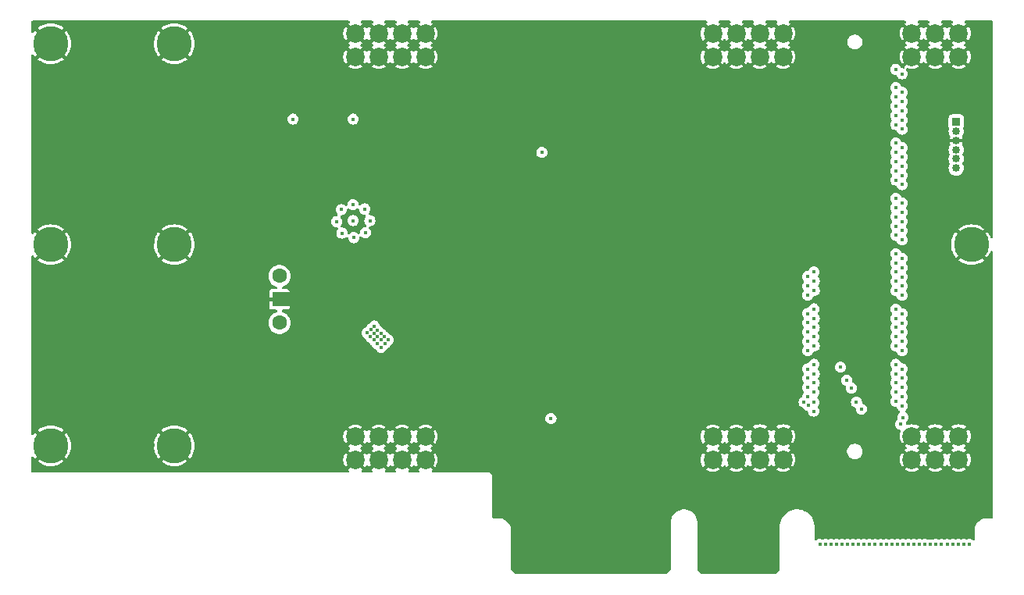
<source format=gbr>
%TF.GenerationSoftware,KiCad,Pcbnew,8.0.2*%
%TF.CreationDate,2024-07-11T13:13:48+02:00*%
%TF.ProjectId,HYDRA_VMM3_CARD,48594452-415f-4564-9d4d-335f43415244,rev?*%
%TF.SameCoordinates,Original*%
%TF.FileFunction,Copper,L2,Inr*%
%TF.FilePolarity,Positive*%
%FSLAX46Y46*%
G04 Gerber Fmt 4.6, Leading zero omitted, Abs format (unit mm)*
G04 Created by KiCad (PCBNEW 8.0.2) date 2024-07-11 13:13:48*
%MOMM*%
%LPD*%
G01*
G04 APERTURE LIST*
%TA.AperFunction,ComponentPad*%
%ADD10C,2.000000*%
%TD*%
%TA.AperFunction,ComponentPad*%
%ADD11C,3.800000*%
%TD*%
%TA.AperFunction,ComponentPad*%
%ADD12R,0.850000X0.850000*%
%TD*%
%TA.AperFunction,ComponentPad*%
%ADD13O,0.850000X0.850000*%
%TD*%
%TA.AperFunction,ComponentPad*%
%ADD14C,1.600000*%
%TD*%
%TA.AperFunction,ComponentPad*%
%ADD15R,1.600000X1.600000*%
%TD*%
%TA.AperFunction,ViaPad*%
%ADD16C,0.400000*%
%TD*%
%TA.AperFunction,ViaPad*%
%ADD17C,0.600000*%
%TD*%
%TA.AperFunction,Conductor*%
%ADD18C,1.500000*%
%TD*%
G04 APERTURE END LIST*
D10*
%TO.N,GND*%
%TO.C,15*%
X77748000Y-78380000D03*
%TD*%
%TO.N,GND*%
%TO.C,*%
X138083000Y-34660000D03*
%TD*%
%TO.N,GND*%
%TO.C,16*%
X111423000Y-78380000D03*
%TD*%
%TO.N,GND*%
%TO.C,*%
X135543000Y-78360000D03*
%TD*%
%TO.N,GND*%
%TO.C,*%
X135543000Y-34660000D03*
%TD*%
%TO.N,GND*%
%TO.C,*%
X72668000Y-34680000D03*
%TD*%
%TO.N,GND*%
%TO.C,*%
X133003000Y-34660000D03*
%TD*%
%TO.N,GND*%
%TO.C,11*%
X72668000Y-78380000D03*
%TD*%
%TO.N,GND*%
%TO.C,*%
X75208000Y-37220000D03*
%TD*%
%TO.N,GND*%
%TO.C,*%
X138083000Y-37200000D03*
%TD*%
D11*
%TO.N,GND*%
%TO.C,*%
X139450000Y-57580000D03*
%TD*%
D10*
%TO.N,GND*%
%TO.C,*%
X133003000Y-78360000D03*
%TD*%
%TO.N,GND*%
%TO.C,18*%
X116503000Y-80900000D03*
%TD*%
%TO.N,GND*%
%TO.C,*%
X135543000Y-80900000D03*
%TD*%
%TO.N,GND*%
%TO.C,*%
X135543000Y-37200000D03*
%TD*%
%TO.N,GND*%
%TO.C,22*%
X119043000Y-78360000D03*
%TD*%
%TO.N,GND*%
%TO.C,17*%
X113963000Y-80920000D03*
%TD*%
D12*
%TO.N,I2C_VCC*%
%TO.C,J2*%
X137800000Y-44280000D03*
D13*
%TO.N,Signal_Out*%
X137800000Y-45280000D03*
%TO.N,GND*%
X137800000Y-46280000D03*
%TO.N,SCL*%
X137800000Y-47280000D03*
%TO.N,SDA*%
X137800000Y-48280000D03*
%TO.N,Signal_In*%
X137800000Y-49280000D03*
%TD*%
D10*
%TO.N,GND*%
%TO.C,13*%
X80288000Y-37220000D03*
%TD*%
D11*
%TO.N,GND*%
%TO.C,REF\u002A\u002A3*%
X53050000Y-57580000D03*
%TD*%
D14*
%TO.N,Net-(3.3V1-Pad1)*%
%TO.C,3.3V1*%
X64450000Y-60970000D03*
%TD*%
D10*
%TO.N,GND*%
%TO.C,*%
X72668000Y-37220000D03*
%TD*%
%TO.N,GND*%
%TO.C,*%
X133003000Y-80900000D03*
%TD*%
%TO.N,GND*%
%TO.C,6*%
X119043000Y-34660000D03*
%TD*%
%TO.N,GND*%
%TO.C,*%
X111423000Y-37220000D03*
%TD*%
%TO.N,GND*%
%TO.C,*%
X77748000Y-37220000D03*
%TD*%
%TO.N,GND*%
%TO.C,10*%
X111423000Y-80920000D03*
%TD*%
%TO.N,GND*%
%TO.C,24*%
X80288000Y-78380000D03*
%TD*%
%TO.N,GND*%
%TO.C,9*%
X77748000Y-80920000D03*
%TD*%
%TO.N,GND*%
%TO.C,1*%
X113963000Y-37220000D03*
%TD*%
%TO.N,GND*%
%TO.C,12*%
X75208000Y-78380000D03*
%TD*%
D11*
%TO.N,GND*%
%TO.C,REF\u002A\u002A*%
X39650000Y-35780000D03*
%TD*%
D10*
%TO.N,GND*%
%TO.C,2*%
X116503000Y-37200000D03*
%TD*%
D15*
%TO.N,GND*%
%TO.C,GND1*%
X64450000Y-63510000D03*
%TD*%
D11*
%TO.N,GND*%
%TO.C,*%
X53050000Y-79380000D03*
%TD*%
%TO.N,GND*%
%TO.C,25*%
X39650000Y-79380000D03*
%TD*%
D10*
%TO.N,GND*%
%TO.C,*%
X138083000Y-80900000D03*
%TD*%
%TO.N,GND*%
%TO.C,19*%
X119043000Y-80900000D03*
%TD*%
D11*
%TO.N,GND*%
%TO.C,REF\u002A\u002A2*%
X39650000Y-57580000D03*
%TD*%
D10*
%TO.N,GND*%
%TO.C,5*%
X116503000Y-34660000D03*
%TD*%
%TO.N,GND*%
%TO.C,20*%
X113963000Y-78380000D03*
%TD*%
%TO.N,GND*%
%TO.C,*%
X111423000Y-34680000D03*
%TD*%
%TO.N,GND*%
%TO.C,*%
X77748000Y-34680000D03*
%TD*%
%TO.N,GND*%
%TO.C,*%
X133003000Y-37200000D03*
%TD*%
%TO.N,GND*%
%TO.C,3*%
X119043000Y-37200000D03*
%TD*%
D14*
%TO.N,Net-(1.8V1-Pad1)*%
%TO.C,1.8V1*%
X64450000Y-66050000D03*
%TD*%
D10*
%TO.N,GND*%
%TO.C,4*%
X113963000Y-34680000D03*
%TD*%
D11*
%TO.N,GND*%
%TO.C,REF\u002A\u002A1*%
X53050000Y-35780000D03*
%TD*%
D10*
%TO.N,GND*%
%TO.C,*%
X138083000Y-78360000D03*
%TD*%
%TO.N,GND*%
%TO.C,*%
X75208000Y-34680000D03*
%TD*%
%TO.N,GND*%
%TO.C,8*%
X75208000Y-80920000D03*
%TD*%
%TO.N,GND*%
%TO.C,7*%
X72668000Y-80920000D03*
%TD*%
%TO.N,GND*%
%TO.C,23*%
X80288000Y-80920000D03*
%TD*%
%TO.N,GND*%
%TO.C,14*%
X80288000Y-34680000D03*
%TD*%
%TO.N,GND*%
%TO.C,21*%
X116503000Y-78360000D03*
%TD*%
D16*
%TO.N,P1*%
X74720000Y-66410000D03*
X75460000Y-68700000D03*
X92886000Y-47570000D03*
X74320000Y-67570000D03*
X74700000Y-67920000D03*
X75440000Y-67210000D03*
X75030000Y-68300000D03*
X75440000Y-67910000D03*
X75860000Y-68310000D03*
X73960000Y-67160000D03*
X76260000Y-67910000D03*
X74350000Y-66750000D03*
X75060000Y-66860000D03*
X93876000Y-76440000D03*
X74720000Y-67190000D03*
X75820000Y-67550000D03*
X75090000Y-67550000D03*
%TO.N,Ch_1*%
X131250000Y-38560000D03*
%TO.N,Ch_25*%
X131250000Y-46556000D03*
%TO.N,Ch_13*%
X131250000Y-42560000D03*
%TO.N,Ch_93*%
X131250000Y-66556000D03*
%TO.N,Ch_39*%
X131950000Y-50070000D03*
%TO.N,Ch_119*%
X131950000Y-74070000D03*
%TO.N,Ch_123*%
X131950000Y-75070000D03*
%TO.N,Ch_107*%
X131946000Y-71066000D03*
%TO.N,Ch_73*%
X131250000Y-60556000D03*
%TO.N,Ch_5*%
X131260000Y-40550000D03*
%TO.N,Ch_61*%
X131250000Y-56570000D03*
%TO.N,Ch_127*%
X131761416Y-77055999D03*
%TO.N,Ch_103*%
X131950000Y-69070000D03*
%TO.N,Ch_75*%
X131946000Y-61066000D03*
%TO.N,Ch_21*%
X131250000Y-44556000D03*
%TO.N,Ch_117*%
X131250000Y-73570000D03*
%TO.N,Ch_31*%
X131950000Y-48070000D03*
%TO.N,Ch_79*%
X131950000Y-62070000D03*
%TO.N,Ch_49*%
X131250000Y-53570000D03*
%TO.N,Ch_59*%
X131950000Y-56070000D03*
%TO.N,Ch_41*%
X131250000Y-50570000D03*
%TO.N,Ch_77*%
X131250000Y-61570000D03*
%TO.N,Ch_47*%
X131946000Y-53066000D03*
%TO.N,Ch_53*%
X131250000Y-54556000D03*
%TO.N,Ch_111*%
X131950000Y-72070000D03*
%TO.N,Ch_125*%
X132048000Y-76310000D03*
%TO.N,Ch_11*%
X131960000Y-42060000D03*
%TO.N,Ch_19*%
X131950000Y-44080000D03*
%TO.N,Ch_15*%
X131950000Y-43060000D03*
%TO.N,Ch_121*%
X131250000Y-74570000D03*
%TO.N,Ch_45*%
X131250000Y-52556000D03*
%TO.N,Ch_95*%
X131946000Y-67066000D03*
%TO.N,Ch_9*%
X131260000Y-41560000D03*
%TO.N,Ch_87*%
X131946000Y-65066000D03*
%TO.N,Ch_97*%
X131250000Y-67570000D03*
%TO.N,Ch_67*%
X131946000Y-59066000D03*
%TO.N,Ch_83*%
X131950000Y-63070000D03*
%TO.N,Ch_63*%
X131950000Y-57070000D03*
%TO.N,Ch_99*%
X131950000Y-68070000D03*
%TO.N,Ch_85*%
X131250000Y-64556000D03*
%TO.N,Ch_23*%
X131950000Y-45056000D03*
%TO.N,Ch_69*%
X131250000Y-59570000D03*
%TO.N,Ch_113*%
X131250000Y-72556000D03*
%TO.N,Ch_89*%
X131250000Y-65570000D03*
%TO.N,Ch_37*%
X131250000Y-49570000D03*
%TO.N,Ch_81*%
X131250000Y-62570000D03*
%TO.N,Ch_7*%
X131960000Y-41050000D03*
%TO.N,Ch_43*%
X131950000Y-51070000D03*
%TO.N,Ch_29*%
X131250000Y-47570000D03*
%TO.N,Ch_71*%
X131950000Y-60070000D03*
%TO.N,Ch_33*%
X131250000Y-48556000D03*
%TO.N,Ch_57*%
X131250000Y-55570000D03*
%TO.N,Ch_3*%
X131950000Y-39060000D03*
%TO.N,Ch_27*%
X131946000Y-47066000D03*
%TO.N,Ch_105*%
X131250000Y-70556000D03*
%TO.N,Ch_51*%
X131950000Y-54070000D03*
%TO.N,Ch_17*%
X131250000Y-43580000D03*
%TO.N,Ch_115*%
X131946000Y-73066000D03*
%TO.N,Ch_65*%
X131250000Y-58556000D03*
%TO.N,Ch_55*%
X131946000Y-55066000D03*
%TO.N,Ch_91*%
X131950000Y-66070000D03*
%TO.N,Ch_109*%
X131250000Y-71570000D03*
%TO.N,Ch_35*%
X131946000Y-49066000D03*
%TO.N,Ch_101*%
X131250000Y-68570000D03*
%TO.N,Ch_108*%
X121690000Y-71060000D03*
X139220000Y-90090000D03*
%TO.N,Ch_102*%
X131420000Y-90090000D03*
X122420000Y-68580000D03*
%TO.N,Ch_94*%
X122420000Y-66560000D03*
X129020000Y-90090000D03*
%TO.N,Ch_114*%
X122420000Y-72570000D03*
X137420000Y-90090000D03*
%TO.N,Ch_82*%
X125420000Y-90090000D03*
X122420000Y-62560000D03*
%TO.N,Ch_120*%
X121690000Y-74080000D03*
X135620000Y-90090000D03*
%TO.N,Ch_88*%
X121690000Y-65050000D03*
X127220000Y-90090000D03*
%TO.N,Ch_128*%
X133220000Y-90090000D03*
X121318000Y-74675679D03*
%TO.N,Ch_122*%
X122368000Y-74690000D03*
X135028000Y-90100000D03*
%TO.N,Ch_104*%
X121720000Y-69080000D03*
X132020000Y-90090000D03*
%TO.N,Ch_90*%
X127820000Y-90090000D03*
X122420000Y-65560000D03*
%TO.N,Ch_100*%
X121690000Y-68070000D03*
X130820000Y-90090000D03*
%TO.N,Ch_110*%
X138620000Y-90090000D03*
X122420000Y-71570000D03*
%TO.N,Ch_86*%
X126620000Y-90090000D03*
X122390000Y-64550000D03*
%TO.N,Ch_84*%
X121720000Y-63060000D03*
X126020000Y-90090000D03*
%TO.N,Ch_124*%
X122348000Y-75630000D03*
X134420000Y-90090000D03*
%TO.N,Ch_106*%
X132620000Y-90090000D03*
X122390000Y-70560000D03*
%TO.N,Ch_112*%
X121720000Y-72070000D03*
X138020000Y-90090000D03*
%TO.N,Ch_92*%
X121720000Y-66060000D03*
X128420000Y-90090000D03*
%TO.N,Ch_74*%
X123020000Y-90090000D03*
X122390000Y-60550000D03*
%TO.N,Ch_98*%
X130220000Y-90090000D03*
X122390000Y-67570000D03*
%TO.N,Ch_80*%
X124820000Y-90090000D03*
X121720000Y-62060000D03*
%TO.N,Ch_126*%
X133820000Y-90090000D03*
X121818000Y-75020000D03*
%TO.N,Ch_116*%
X121720000Y-73070000D03*
X136820000Y-90090000D03*
%TO.N,Ch_118*%
X122390000Y-73580000D03*
X136220000Y-90090000D03*
%TO.N,Ch_96*%
X121720000Y-67060000D03*
X129620000Y-90090000D03*
%TO.N,Ch_76*%
X121690000Y-61050000D03*
X123620000Y-90090000D03*
%TO.N,Ch_78*%
X124220000Y-90090000D03*
X122420000Y-61560000D03*
%TO.N,Ch_14*%
X72400000Y-53220000D03*
%TO.N,Ch_16*%
X73687437Y-53711852D03*
D17*
%TO.N,GND*%
X50650000Y-35280000D03*
X51650000Y-55280000D03*
X41650000Y-47280000D03*
X46150000Y-68280000D03*
X42650000Y-65280000D03*
X45650000Y-77280000D03*
X40150000Y-52280000D03*
X49650000Y-59280000D03*
X42150000Y-48280000D03*
X48150000Y-68280000D03*
X49650000Y-61280000D03*
X42150000Y-42280000D03*
X45650000Y-75280000D03*
X49150000Y-38280000D03*
X39650000Y-49280000D03*
D16*
X97386000Y-78740000D03*
D17*
X39150000Y-40280000D03*
X39650000Y-53280000D03*
X44150000Y-42280000D03*
X48650000Y-79280000D03*
X51150000Y-46280000D03*
X48150000Y-64280000D03*
X49650000Y-55280000D03*
D16*
X71540000Y-54999423D03*
D17*
X44150000Y-46280000D03*
X43650000Y-47280000D03*
X43150000Y-36280000D03*
X53150000Y-52280000D03*
X43150000Y-60280000D03*
X38650000Y-43280000D03*
X42150000Y-36280000D03*
X50650000Y-61280000D03*
X49650000Y-77280000D03*
D16*
X103950000Y-44780000D03*
D17*
X54150000Y-66280000D03*
D16*
X104996666Y-50780000D03*
D17*
X54150000Y-42280000D03*
D16*
X85950000Y-57780000D03*
X96862666Y-83740000D03*
D17*
X45650000Y-37280000D03*
X48150000Y-70280000D03*
X51150000Y-42280000D03*
X41150000Y-66280000D03*
X47150000Y-70280000D03*
X44650000Y-49280000D03*
X44650000Y-67280000D03*
D16*
X97386000Y-80740000D03*
D17*
X47150000Y-76280000D03*
X48150000Y-80280000D03*
X41150000Y-70280000D03*
X45650000Y-41280000D03*
X52650000Y-47280000D03*
X51150000Y-66280000D03*
D16*
X85950000Y-59780000D03*
D17*
X42650000Y-61280000D03*
X53650000Y-75280000D03*
X45650000Y-47280000D03*
X43650000Y-39280000D03*
D16*
X74590446Y-53922446D03*
X105520000Y-47780000D03*
D17*
X46150000Y-58280000D03*
X47150000Y-56280000D03*
D16*
X86996666Y-64780000D03*
D17*
X50650000Y-75280000D03*
D16*
X73340000Y-54999423D03*
X87520000Y-61780000D03*
D17*
X46650000Y-63280000D03*
X47150000Y-46280000D03*
X47650000Y-45280000D03*
X43150000Y-40280000D03*
X43650000Y-75280000D03*
X39650000Y-41280000D03*
X47650000Y-43280000D03*
X46150000Y-56280000D03*
X44150000Y-78280000D03*
X47650000Y-65280000D03*
X46650000Y-43280000D03*
X53650000Y-61280000D03*
X46150000Y-40280000D03*
X43650000Y-77280000D03*
X51650000Y-45280000D03*
D16*
X95816000Y-80740000D03*
D17*
X41150000Y-38280000D03*
X53150000Y-54280000D03*
X41650000Y-41280000D03*
X47650000Y-51280000D03*
X50150000Y-66280000D03*
X45150000Y-68280000D03*
X44650000Y-69280000D03*
X46650000Y-75280000D03*
X39150000Y-68280000D03*
X49150000Y-48280000D03*
X44650000Y-51280000D03*
X49650000Y-43280000D03*
X39150000Y-72280000D03*
D16*
X97386000Y-81740000D03*
D17*
X39650000Y-39280000D03*
X46650000Y-51280000D03*
X41150000Y-72280000D03*
D16*
X86996666Y-57780000D03*
D17*
X45650000Y-43280000D03*
X43150000Y-38280000D03*
X53150000Y-50280000D03*
X51650000Y-73280000D03*
X49650000Y-73280000D03*
X47650000Y-61280000D03*
X46150000Y-76280000D03*
X45650000Y-39280000D03*
X45650000Y-71280000D03*
X43650000Y-63280000D03*
X52650000Y-71280000D03*
X53150000Y-74280000D03*
X48150000Y-56280000D03*
X51650000Y-65280000D03*
X47150000Y-58280000D03*
X47650000Y-63280000D03*
X48150000Y-60280000D03*
X38650000Y-55280000D03*
X50650000Y-45280000D03*
X50650000Y-71280000D03*
X51150000Y-70280000D03*
D16*
X85950000Y-64780000D03*
D17*
X46150000Y-54280000D03*
X48650000Y-75280000D03*
D16*
X72890000Y-54220000D03*
D17*
X48650000Y-45280000D03*
X38650000Y-61280000D03*
X41150000Y-40280000D03*
X47150000Y-68280000D03*
X43150000Y-72280000D03*
X44650000Y-59280000D03*
X54150000Y-62280000D03*
X39650000Y-71280000D03*
X53650000Y-63280000D03*
X47650000Y-79280000D03*
X41150000Y-42280000D03*
X44650000Y-73280000D03*
X54150000Y-60280000D03*
D16*
X123768000Y-75806000D03*
D17*
X43650000Y-51280000D03*
X41650000Y-63280000D03*
X53650000Y-39280000D03*
X50150000Y-44280000D03*
X40650000Y-53280000D03*
X41650000Y-53280000D03*
X48650000Y-37280000D03*
X39150000Y-74280000D03*
X51150000Y-62280000D03*
X46650000Y-53280000D03*
X42150000Y-38280000D03*
X40150000Y-40280000D03*
X41650000Y-37280000D03*
X53150000Y-70280000D03*
X46650000Y-79280000D03*
D16*
X97386000Y-85740000D03*
D17*
X51650000Y-43280000D03*
D16*
X96862666Y-81740000D03*
D17*
X39150000Y-42280000D03*
X49650000Y-79280000D03*
X47650000Y-57280000D03*
X44150000Y-74280000D03*
X52650000Y-53280000D03*
X53650000Y-41280000D03*
D16*
X104473333Y-51780000D03*
D17*
X42150000Y-80280000D03*
D16*
X72440000Y-55899423D03*
D17*
X44650000Y-61280000D03*
D16*
X85950000Y-60780000D03*
D17*
X40150000Y-76280000D03*
X54150000Y-54280000D03*
X46150000Y-46280000D03*
X47650000Y-67280000D03*
X48150000Y-40280000D03*
X50650000Y-37280000D03*
X42650000Y-37280000D03*
X44650000Y-37280000D03*
D16*
X86996666Y-56780000D03*
D17*
X47650000Y-35280000D03*
D16*
X103950000Y-53780000D03*
D17*
X54150000Y-68280000D03*
X41650000Y-65280000D03*
X51650000Y-53280000D03*
X40150000Y-46280000D03*
X42150000Y-68280000D03*
X49150000Y-36280000D03*
X44150000Y-80280000D03*
X52650000Y-45280000D03*
X45150000Y-60280000D03*
D16*
X72440000Y-54099423D03*
D17*
X48150000Y-74280000D03*
X45150000Y-72280000D03*
D16*
X103950000Y-49780000D03*
X97386000Y-84740000D03*
D17*
X54150000Y-38280000D03*
X53650000Y-67280000D03*
X42650000Y-67280000D03*
X45650000Y-79280000D03*
X43150000Y-50280000D03*
X52150000Y-44280000D03*
D16*
X86473333Y-64780000D03*
D17*
X53150000Y-72280000D03*
X49150000Y-80280000D03*
X48150000Y-76280000D03*
X47650000Y-55280000D03*
X46150000Y-38280000D03*
X48650000Y-57280000D03*
X42150000Y-50280000D03*
X44650000Y-65280000D03*
X46650000Y-65280000D03*
D16*
X96862666Y-77740000D03*
D17*
X41150000Y-76280000D03*
X53650000Y-73280000D03*
X44150000Y-48280000D03*
X40650000Y-41280000D03*
X46650000Y-39280000D03*
X39150000Y-54280000D03*
X45150000Y-36280000D03*
X53150000Y-62280000D03*
X43650000Y-41280000D03*
X51650000Y-49280000D03*
X52650000Y-75280000D03*
X52150000Y-68280000D03*
X52150000Y-50280000D03*
X51150000Y-76280000D03*
X44650000Y-53280000D03*
X48650000Y-63280000D03*
X43150000Y-62280000D03*
X44650000Y-41280000D03*
D16*
X96862666Y-78740000D03*
D17*
X52650000Y-63280000D03*
X46650000Y-45280000D03*
X39650000Y-65280000D03*
X53150000Y-42280000D03*
X46650000Y-59280000D03*
X45650000Y-45280000D03*
X44150000Y-60280000D03*
X48150000Y-58280000D03*
D16*
X105520000Y-51780000D03*
D17*
X42650000Y-75280000D03*
D16*
X105520000Y-46780000D03*
X71990000Y-55778846D03*
D17*
X44150000Y-54280000D03*
X49650000Y-53280000D03*
X42650000Y-35280000D03*
X39650000Y-47280000D03*
D16*
X104473333Y-52780000D03*
X103950000Y-46780000D03*
D17*
X51650000Y-51280000D03*
D16*
X86996666Y-61780000D03*
D17*
X49150000Y-60280000D03*
X48650000Y-67280000D03*
X42150000Y-76280000D03*
X42150000Y-52280000D03*
X40650000Y-55280000D03*
X50650000Y-67280000D03*
X52150000Y-46280000D03*
X48150000Y-62280000D03*
X52150000Y-48280000D03*
D16*
X85950000Y-55780000D03*
X104996666Y-49780000D03*
D17*
X45150000Y-52280000D03*
X48650000Y-61280000D03*
X52650000Y-65280000D03*
X45150000Y-66280000D03*
X48650000Y-77280000D03*
X50650000Y-55280000D03*
X46150000Y-78280000D03*
X51650000Y-71280000D03*
D16*
X87520000Y-63780000D03*
D17*
X44650000Y-43280000D03*
X47150000Y-66280000D03*
X39650000Y-51280000D03*
X46150000Y-42280000D03*
X50150000Y-50280000D03*
X54150000Y-50280000D03*
X48150000Y-52280000D03*
D16*
X86996666Y-59780000D03*
D17*
X47150000Y-52280000D03*
X42150000Y-40280000D03*
X47150000Y-50280000D03*
D16*
X95816000Y-77740000D03*
X86996666Y-55780000D03*
X85950000Y-61780000D03*
D17*
X51150000Y-52280000D03*
D16*
X96339333Y-77740000D03*
D17*
X40650000Y-75280000D03*
D16*
X96339333Y-86740000D03*
X86473333Y-63780000D03*
X104473333Y-48780000D03*
D17*
X50150000Y-42280000D03*
X48650000Y-73280000D03*
X42650000Y-79280000D03*
X52150000Y-62280000D03*
X42650000Y-77280000D03*
X51150000Y-44280000D03*
X53150000Y-44280000D03*
X40150000Y-74280000D03*
X38650000Y-69280000D03*
X52650000Y-61280000D03*
X38650000Y-67280000D03*
D16*
X86473333Y-61780000D03*
X86473333Y-57780000D03*
D17*
X39150000Y-66280000D03*
X40650000Y-65280000D03*
X42150000Y-74280000D03*
D16*
X95816000Y-86740000D03*
X104996666Y-52780000D03*
D17*
X47650000Y-75280000D03*
X49150000Y-78280000D03*
X50650000Y-57280000D03*
X52650000Y-67280000D03*
X49150000Y-56280000D03*
X46150000Y-74280000D03*
X40650000Y-63280000D03*
X40650000Y-43280000D03*
D16*
X96339333Y-78740000D03*
D17*
X50650000Y-51280000D03*
X46650000Y-69280000D03*
X50150000Y-70280000D03*
D16*
X103950000Y-45780000D03*
X104996666Y-47780000D03*
D17*
X42650000Y-43280000D03*
X38650000Y-45280000D03*
X52150000Y-40280000D03*
X51150000Y-74280000D03*
D16*
X97386000Y-77740000D03*
X86996666Y-58780000D03*
D17*
X49150000Y-46280000D03*
X40650000Y-71280000D03*
D16*
X86996666Y-63780000D03*
D17*
X38650000Y-49280000D03*
D16*
X104473333Y-53780000D03*
D17*
X54150000Y-70280000D03*
X46150000Y-50280000D03*
X52150000Y-60280000D03*
X50650000Y-53280000D03*
X42150000Y-64280000D03*
X51650000Y-63280000D03*
X42650000Y-69280000D03*
D16*
X85950000Y-58780000D03*
D17*
X51150000Y-54280000D03*
D16*
X85950000Y-62780000D03*
X105520000Y-45780000D03*
D17*
X53650000Y-65280000D03*
X41150000Y-74280000D03*
X53650000Y-53280000D03*
X47650000Y-73280000D03*
X44650000Y-63280000D03*
X43650000Y-55280000D03*
X50650000Y-73280000D03*
X44650000Y-71280000D03*
D16*
X95816000Y-83740000D03*
D17*
X47150000Y-40280000D03*
X53150000Y-60280000D03*
X49650000Y-63280000D03*
X54150000Y-46280000D03*
X52650000Y-43280000D03*
X54150000Y-48280000D03*
X42150000Y-66280000D03*
X50650000Y-49280000D03*
X53650000Y-69280000D03*
X42650000Y-49280000D03*
X51650000Y-61280000D03*
X44150000Y-50280000D03*
X39650000Y-69280000D03*
X39650000Y-61280000D03*
D16*
X95816000Y-81740000D03*
D17*
X48650000Y-65280000D03*
X44150000Y-58280000D03*
X42650000Y-47280000D03*
X43150000Y-52280000D03*
X42150000Y-58280000D03*
X44150000Y-68280000D03*
X48150000Y-72280000D03*
X47150000Y-38280000D03*
X52150000Y-70280000D03*
X45650000Y-55280000D03*
X47650000Y-49280000D03*
D16*
X96862666Y-85740000D03*
D17*
X40150000Y-62280000D03*
X45650000Y-67280000D03*
D16*
X96339333Y-84740000D03*
X104473333Y-47780000D03*
D17*
X52150000Y-66280000D03*
X53650000Y-47280000D03*
X48150000Y-48280000D03*
X45150000Y-58280000D03*
X41650000Y-49280000D03*
X44150000Y-66280000D03*
D16*
X97386000Y-86740000D03*
D17*
X50650000Y-41280000D03*
X43150000Y-54280000D03*
X50150000Y-78280000D03*
X50150000Y-74280000D03*
X41150000Y-50280000D03*
X42150000Y-56280000D03*
X43150000Y-56280000D03*
X39150000Y-70280000D03*
X53150000Y-48280000D03*
X43650000Y-65280000D03*
X39150000Y-44280000D03*
X46650000Y-37280000D03*
X43150000Y-78280000D03*
X39650000Y-67280000D03*
X49650000Y-51280000D03*
X50150000Y-76280000D03*
X43650000Y-79280000D03*
D16*
X95816000Y-78740000D03*
D17*
X39150000Y-60280000D03*
X41150000Y-48280000D03*
X52150000Y-42280000D03*
X47650000Y-37280000D03*
D16*
X86996666Y-60780000D03*
D17*
X49150000Y-62280000D03*
D16*
X86473333Y-60780000D03*
X86473333Y-55780000D03*
D17*
X54150000Y-44280000D03*
X45650000Y-49280000D03*
X45150000Y-76280000D03*
D16*
X103950000Y-51780000D03*
D17*
X45650000Y-59280000D03*
X44150000Y-38280000D03*
X44150000Y-40280000D03*
D16*
X103950000Y-50780000D03*
D17*
X41650000Y-69280000D03*
D16*
X96862666Y-79740000D03*
D17*
X47150000Y-80280000D03*
X42150000Y-54280000D03*
X41650000Y-67280000D03*
X53150000Y-68280000D03*
X52650000Y-41280000D03*
X42150000Y-44280000D03*
X53650000Y-51280000D03*
X47150000Y-60280000D03*
X43150000Y-80280000D03*
X52150000Y-52280000D03*
X38650000Y-71280000D03*
X45650000Y-69280000D03*
X43150000Y-70280000D03*
D16*
X104996666Y-48780000D03*
D17*
X49650000Y-49280000D03*
X47650000Y-41280000D03*
X47650000Y-71280000D03*
D16*
X104996666Y-51780000D03*
D17*
X42650000Y-71280000D03*
X38650000Y-51280000D03*
X49150000Y-58280000D03*
D16*
X105520000Y-48780000D03*
D17*
X42150000Y-70280000D03*
X50650000Y-47280000D03*
X41650000Y-51280000D03*
X46150000Y-72280000D03*
X49150000Y-66280000D03*
X43650000Y-57280000D03*
X43650000Y-69280000D03*
X53650000Y-45280000D03*
X45650000Y-61280000D03*
X42150000Y-72280000D03*
D16*
X104996666Y-53780000D03*
D17*
X39150000Y-62280000D03*
X42650000Y-59280000D03*
X43650000Y-37280000D03*
X45650000Y-53280000D03*
X42650000Y-57280000D03*
X46650000Y-77280000D03*
D16*
X96862666Y-80740000D03*
D17*
X47650000Y-59280000D03*
X45150000Y-50280000D03*
D16*
X87520000Y-60780000D03*
D17*
X39650000Y-73280000D03*
X52150000Y-76280000D03*
X53150000Y-46280000D03*
D16*
X85950000Y-63780000D03*
D17*
X40650000Y-51280000D03*
X50650000Y-43280000D03*
X43650000Y-73280000D03*
X43650000Y-49280000D03*
D16*
X87520000Y-59780000D03*
X97386000Y-83740000D03*
D17*
X48150000Y-54280000D03*
X46150000Y-64280000D03*
D16*
X104996666Y-46780000D03*
D17*
X45150000Y-38280000D03*
X46650000Y-57280000D03*
X41650000Y-55280000D03*
X40150000Y-60280000D03*
D16*
X71660577Y-55449423D03*
D17*
X50150000Y-68280000D03*
X43150000Y-58280000D03*
X43650000Y-43280000D03*
X42650000Y-63280000D03*
X52150000Y-72280000D03*
X53150000Y-38280000D03*
X47150000Y-36280000D03*
X53650000Y-43280000D03*
D16*
X87520000Y-57780000D03*
D17*
X48650000Y-71280000D03*
X46650000Y-67280000D03*
X48150000Y-78280000D03*
D16*
X96339333Y-82740000D03*
D17*
X44650000Y-57280000D03*
X47650000Y-69280000D03*
X45150000Y-42280000D03*
X51150000Y-68280000D03*
D16*
X87520000Y-64780000D03*
D17*
X39150000Y-38280000D03*
D16*
X87520000Y-58780000D03*
D17*
X41650000Y-73280000D03*
D16*
X95816000Y-79740000D03*
D17*
X40650000Y-69280000D03*
X49650000Y-45280000D03*
X43150000Y-48280000D03*
D16*
X105520000Y-49780000D03*
X96339333Y-81740000D03*
D17*
X39150000Y-52280000D03*
X45650000Y-35280000D03*
D16*
X86473333Y-56780000D03*
D17*
X46650000Y-61280000D03*
X48650000Y-49280000D03*
X40150000Y-44280000D03*
X38650000Y-47280000D03*
X40650000Y-61280000D03*
X40150000Y-66280000D03*
X39650000Y-75280000D03*
D16*
X105520000Y-44780000D03*
X105520000Y-52780000D03*
D17*
X39150000Y-64280000D03*
X40150000Y-68280000D03*
X39650000Y-63280000D03*
X47150000Y-48280000D03*
X44150000Y-64280000D03*
X45650000Y-63280000D03*
X50150000Y-56280000D03*
X52150000Y-38280000D03*
X48650000Y-55280000D03*
X41650000Y-59280000D03*
X51650000Y-41280000D03*
D16*
X103950000Y-52780000D03*
D17*
X41650000Y-43280000D03*
X41150000Y-44280000D03*
X50150000Y-48280000D03*
D16*
X86473333Y-58780000D03*
D17*
X40150000Y-38280000D03*
X54150000Y-40280000D03*
X46650000Y-41280000D03*
X46150000Y-44280000D03*
D16*
X73219423Y-54549423D03*
D17*
X42650000Y-41280000D03*
D16*
X97386000Y-82740000D03*
D17*
X48150000Y-36280000D03*
X50650000Y-63280000D03*
X40650000Y-39280000D03*
D16*
X85950000Y-56780000D03*
D17*
X42650000Y-53280000D03*
X44150000Y-56280000D03*
D16*
X96862666Y-86740000D03*
D17*
X48150000Y-38280000D03*
X51650000Y-77280000D03*
X46150000Y-62280000D03*
X41650000Y-71280000D03*
X44150000Y-72280000D03*
X50650000Y-65280000D03*
X41650000Y-61280000D03*
X43650000Y-35280000D03*
X52150000Y-74280000D03*
X48650000Y-69280000D03*
X40150000Y-48280000D03*
X43650000Y-59280000D03*
X39150000Y-50280000D03*
X43650000Y-67280000D03*
X44150000Y-62280000D03*
X49650000Y-71280000D03*
X49650000Y-39280000D03*
X54150000Y-76280000D03*
X46150000Y-60280000D03*
X51150000Y-48280000D03*
X40150000Y-64280000D03*
X43150000Y-46280000D03*
X48650000Y-47280000D03*
X39150000Y-48280000D03*
D16*
X97386000Y-79740000D03*
D17*
X41150000Y-46280000D03*
X49150000Y-40280000D03*
X47150000Y-64280000D03*
X41150000Y-68280000D03*
X48150000Y-44280000D03*
X42650000Y-45280000D03*
D16*
X86473333Y-59780000D03*
D17*
X45150000Y-70280000D03*
X44150000Y-76280000D03*
X38650000Y-63280000D03*
D16*
X96862666Y-82740000D03*
D17*
X41150000Y-52280000D03*
X45150000Y-40280000D03*
X43650000Y-61280000D03*
X49150000Y-52280000D03*
X49150000Y-68280000D03*
X40650000Y-45280000D03*
X50650000Y-79280000D03*
X40150000Y-72280000D03*
D16*
X104996666Y-45780000D03*
D17*
X52150000Y-54280000D03*
X53650000Y-49280000D03*
X45650000Y-65280000D03*
X42150000Y-60280000D03*
X49150000Y-50280000D03*
X38650000Y-53280000D03*
X43150000Y-44280000D03*
X41650000Y-75280000D03*
X45650000Y-51280000D03*
D16*
X87520000Y-62780000D03*
D17*
X51650000Y-67280000D03*
X48150000Y-50280000D03*
X40650000Y-73280000D03*
X42650000Y-51280000D03*
X46150000Y-52280000D03*
X43150000Y-66280000D03*
D16*
X86473333Y-62780000D03*
D17*
X48150000Y-46280000D03*
X53150000Y-66280000D03*
X50150000Y-36280000D03*
D16*
X87520000Y-56780000D03*
D17*
X42150000Y-62280000D03*
X51150000Y-40280000D03*
X47150000Y-62280000D03*
X44150000Y-44280000D03*
X41150000Y-54280000D03*
D16*
X87520000Y-55780000D03*
D17*
X52650000Y-49280000D03*
X42650000Y-55280000D03*
X50150000Y-46280000D03*
X42650000Y-39280000D03*
X41650000Y-39280000D03*
X41150000Y-60280000D03*
X51150000Y-72280000D03*
X48650000Y-51280000D03*
X39650000Y-45280000D03*
X43150000Y-68280000D03*
X41150000Y-64280000D03*
X49650000Y-57280000D03*
X47150000Y-42280000D03*
X52650000Y-39280000D03*
X40650000Y-47280000D03*
X49150000Y-74280000D03*
D16*
X104473333Y-46780000D03*
D17*
X50150000Y-80280000D03*
D16*
X105520000Y-53780000D03*
D17*
X41650000Y-77280000D03*
X53150000Y-64280000D03*
X52650000Y-73280000D03*
D16*
X96339333Y-85740000D03*
D17*
X39150000Y-76280000D03*
X44150000Y-52280000D03*
X50150000Y-64280000D03*
D16*
X96339333Y-80740000D03*
D17*
X48650000Y-41280000D03*
X50650000Y-77280000D03*
D16*
X96339333Y-83740000D03*
D17*
X49650000Y-67280000D03*
X44650000Y-55280000D03*
X43150000Y-64280000D03*
X46150000Y-48280000D03*
X49650000Y-69280000D03*
X50150000Y-40280000D03*
X38650000Y-73280000D03*
X49150000Y-54280000D03*
X47650000Y-47280000D03*
X49650000Y-37280000D03*
D16*
X104473333Y-44780000D03*
X103950000Y-47780000D03*
D17*
X45150000Y-44280000D03*
X51150000Y-60280000D03*
X45150000Y-64280000D03*
X45650000Y-57280000D03*
X47650000Y-77280000D03*
X50150000Y-54280000D03*
X44650000Y-47280000D03*
D16*
X104473333Y-49780000D03*
D17*
X41650000Y-45280000D03*
X44650000Y-45280000D03*
D16*
X72890000Y-55778846D03*
D17*
X45150000Y-78280000D03*
X53150000Y-40280000D03*
D16*
X104473333Y-50780000D03*
D17*
X51650000Y-47280000D03*
X47150000Y-72280000D03*
X48650000Y-43280000D03*
X44650000Y-77280000D03*
X46150000Y-36280000D03*
X46150000Y-66280000D03*
D16*
X103950000Y-48780000D03*
D17*
X51650000Y-39280000D03*
X54150000Y-52280000D03*
X42650000Y-73280000D03*
X48650000Y-53280000D03*
X46650000Y-49280000D03*
X47150000Y-78280000D03*
X45150000Y-74280000D03*
X47650000Y-53280000D03*
X44650000Y-35280000D03*
X40150000Y-42280000D03*
X49150000Y-76280000D03*
X46650000Y-71280000D03*
D16*
X104473333Y-45780000D03*
D17*
X50650000Y-59280000D03*
X48150000Y-66280000D03*
X51150000Y-38280000D03*
X47150000Y-74280000D03*
X50150000Y-60280000D03*
X45150000Y-62280000D03*
D16*
X96339333Y-79740000D03*
D17*
X39150000Y-46280000D03*
X43650000Y-53280000D03*
X50150000Y-72280000D03*
X38650000Y-41280000D03*
X51650000Y-75280000D03*
X40150000Y-70280000D03*
X44650000Y-79280000D03*
X50150000Y-62280000D03*
X39650000Y-43280000D03*
X49650000Y-75280000D03*
X42150000Y-46280000D03*
X46650000Y-55280000D03*
D16*
X95816000Y-84740000D03*
D17*
X44650000Y-75280000D03*
X46150000Y-70280000D03*
X43650000Y-71280000D03*
X40150000Y-50280000D03*
X42150000Y-78280000D03*
X40150000Y-54280000D03*
X40650000Y-67280000D03*
X47650000Y-39280000D03*
X49650000Y-41280000D03*
X38650000Y-39280000D03*
X54150000Y-74280000D03*
X38650000Y-75280000D03*
X47150000Y-54280000D03*
X45150000Y-48280000D03*
X50650000Y-39280000D03*
X54150000Y-64280000D03*
X43150000Y-42280000D03*
X44150000Y-70280000D03*
X49150000Y-42280000D03*
X50650000Y-69280000D03*
D16*
X86996666Y-62780000D03*
D17*
X43150000Y-74280000D03*
X52150000Y-64280000D03*
X51150000Y-50280000D03*
X48650000Y-59280000D03*
D16*
X105520000Y-50780000D03*
D17*
X53650000Y-71280000D03*
D16*
X95816000Y-82740000D03*
D17*
X48650000Y-39280000D03*
X40650000Y-49280000D03*
D16*
X95816000Y-85740000D03*
D17*
X46650000Y-47280000D03*
X48150000Y-42280000D03*
X50150000Y-38280000D03*
X45150000Y-54280000D03*
X54150000Y-72280000D03*
X49150000Y-44280000D03*
X45150000Y-56280000D03*
X43150000Y-76280000D03*
X49150000Y-70280000D03*
X50150000Y-58280000D03*
X50150000Y-52280000D03*
D16*
X96862666Y-84740000D03*
X104996666Y-44780000D03*
D17*
X49650000Y-35280000D03*
X52650000Y-69280000D03*
X47150000Y-44280000D03*
X46650000Y-73280000D03*
X51150000Y-64280000D03*
X44650000Y-39280000D03*
X38650000Y-65280000D03*
X48650000Y-35280000D03*
X41150000Y-62280000D03*
X43650000Y-45280000D03*
X49150000Y-72280000D03*
X45150000Y-80280000D03*
X52650000Y-51280000D03*
X45650000Y-73280000D03*
X46650000Y-35280000D03*
X45150000Y-46280000D03*
X46150000Y-80280000D03*
X49650000Y-65280000D03*
X53150000Y-76280000D03*
X51650000Y-69280000D03*
X49650000Y-47280000D03*
D16*
X73219423Y-55449423D03*
D17*
X44150000Y-36280000D03*
X49150000Y-64280000D03*
D16*
X71660000Y-44430000D03*
X73218846Y-44430000D03*
X71660000Y-43530000D03*
X72439423Y-43080000D03*
X72889423Y-43200577D03*
X71539423Y-43980000D03*
X73218846Y-43530000D03*
X72889423Y-44759423D03*
X72439423Y-44880000D03*
X73339423Y-43980000D03*
X71989423Y-43200577D03*
X71989423Y-44759423D03*
%TO.N,Ch_2*%
X74250000Y-54970000D03*
%TO.N,Ch_10*%
X70650000Y-55070000D03*
%TO.N,Ch_6*%
X72500000Y-56820000D03*
%TO.N,Ch_4*%
X73758148Y-56257437D03*
%TO.N,Ch_8*%
X71212563Y-56328148D03*
%TO.N,Ch_12*%
X71141852Y-53782563D03*
%TO.N,I2C_VCC*%
X125280000Y-70870000D03*
%TO.N,Signal_Out*%
X125940000Y-72270000D03*
%TO.N,SCL*%
X126440000Y-73130000D03*
%TO.N,Signal_In*%
X127521397Y-75398603D03*
%TO.N,SDA*%
X126990000Y-74650000D03*
%TO.N,Sig1*%
X65925000Y-43970000D03*
X72450000Y-43970000D03*
%TO.N,Sig2*%
X72450000Y-54970000D03*
%TD*%
D18*
%TO.N,GND*%
X64450000Y-63510000D02*
X67950000Y-63510000D01*
X67950000Y-63510000D02*
X67960000Y-63520000D01*
%TD*%
%TA.AperFunction,Conductor*%
%TO.N,GND*%
G36*
X113386978Y-78687890D02*
G01*
X113458112Y-78794351D01*
X113548649Y-78884888D01*
X113655110Y-78956022D01*
X113665511Y-78960330D01*
X113195938Y-79429904D01*
X113310507Y-79510127D01*
X113310520Y-79510135D01*
X113320865Y-79514959D01*
X113379949Y-79564535D01*
X113406329Y-79637012D01*
X113392936Y-79712968D01*
X113343360Y-79772052D01*
X113320872Y-79785036D01*
X113310527Y-79789860D01*
X113310517Y-79789865D01*
X113195938Y-79870095D01*
X113665512Y-80339669D01*
X113655110Y-80343978D01*
X113548649Y-80415112D01*
X113458112Y-80505649D01*
X113386978Y-80612110D01*
X113382669Y-80622512D01*
X112913095Y-80152938D01*
X112832865Y-80267517D01*
X112832860Y-80267527D01*
X112828036Y-80277872D01*
X112778457Y-80336953D01*
X112705979Y-80363330D01*
X112630023Y-80349933D01*
X112570942Y-80300354D01*
X112557959Y-80277865D01*
X112553135Y-80267520D01*
X112553127Y-80267507D01*
X112472904Y-80152938D01*
X112003330Y-80622511D01*
X111999022Y-80612110D01*
X111927888Y-80505649D01*
X111837351Y-80415112D01*
X111730890Y-80343978D01*
X111720486Y-80339668D01*
X112190061Y-79870094D01*
X112075492Y-79789872D01*
X112075479Y-79789864D01*
X112065133Y-79785040D01*
X112006049Y-79735464D01*
X111979669Y-79662987D01*
X111993062Y-79587031D01*
X112042638Y-79527947D01*
X112065133Y-79514960D01*
X112075474Y-79510137D01*
X112075488Y-79510129D01*
X112190061Y-79429904D01*
X111720487Y-78960330D01*
X111730890Y-78956022D01*
X111837351Y-78884888D01*
X111927888Y-78794351D01*
X111999022Y-78687890D01*
X112003330Y-78677487D01*
X112472904Y-79147061D01*
X112553129Y-79032488D01*
X112553137Y-79032474D01*
X112557960Y-79022133D01*
X112607536Y-78963049D01*
X112680013Y-78936669D01*
X112755969Y-78950062D01*
X112815053Y-78999638D01*
X112828040Y-79022133D01*
X112832864Y-79032479D01*
X112832872Y-79032492D01*
X112913094Y-79147060D01*
X113382668Y-78677486D01*
X113386978Y-78687890D01*
G37*
%TD.AperFunction*%
%TA.AperFunction,Conductor*%
G36*
X115926978Y-78667890D02*
G01*
X115998112Y-78774351D01*
X116088649Y-78864888D01*
X116195110Y-78936022D01*
X116205511Y-78940330D01*
X115735938Y-79409904D01*
X115850507Y-79490127D01*
X115850520Y-79490135D01*
X115860865Y-79494959D01*
X115919949Y-79544535D01*
X115946329Y-79617012D01*
X115932936Y-79692968D01*
X115883360Y-79752052D01*
X115860872Y-79765036D01*
X115850527Y-79769860D01*
X115850517Y-79769865D01*
X115735938Y-79850095D01*
X116205512Y-80319669D01*
X116195110Y-80323978D01*
X116088649Y-80395112D01*
X115998112Y-80485649D01*
X115926978Y-80592110D01*
X115922669Y-80602512D01*
X115453095Y-80132938D01*
X115372865Y-80247517D01*
X115372858Y-80247529D01*
X115363374Y-80267869D01*
X115313796Y-80326952D01*
X115241319Y-80353329D01*
X115165363Y-80339934D01*
X115106280Y-80290356D01*
X115093295Y-80267864D01*
X115093132Y-80267515D01*
X115093127Y-80267507D01*
X115012904Y-80152938D01*
X114543330Y-80622511D01*
X114539022Y-80612110D01*
X114467888Y-80505649D01*
X114377351Y-80415112D01*
X114270890Y-80343978D01*
X114260486Y-80339668D01*
X114730061Y-79870094D01*
X114615492Y-79789872D01*
X114615479Y-79789864D01*
X114605133Y-79785040D01*
X114546049Y-79735464D01*
X114519669Y-79662987D01*
X114533062Y-79587031D01*
X114582638Y-79527947D01*
X114605133Y-79514960D01*
X114615474Y-79510137D01*
X114615488Y-79510129D01*
X114730061Y-79429904D01*
X114260487Y-78960330D01*
X114270890Y-78956022D01*
X114377351Y-78884888D01*
X114467888Y-78794351D01*
X114539022Y-78687890D01*
X114543330Y-78677487D01*
X115012904Y-79147061D01*
X115093129Y-79032488D01*
X115093137Y-79032474D01*
X115102623Y-79012133D01*
X115152199Y-78953049D01*
X115224676Y-78926669D01*
X115300632Y-78940062D01*
X115359716Y-78989638D01*
X115372703Y-79012132D01*
X115372866Y-79012483D01*
X115372872Y-79012492D01*
X115453094Y-79127060D01*
X115922668Y-78657486D01*
X115926978Y-78667890D01*
G37*
%TD.AperFunction*%
%TA.AperFunction,Conductor*%
G36*
X118466978Y-78667890D02*
G01*
X118538112Y-78774351D01*
X118628649Y-78864888D01*
X118735110Y-78936022D01*
X118745511Y-78940330D01*
X118275938Y-79409904D01*
X118390507Y-79490127D01*
X118390520Y-79490135D01*
X118400865Y-79494959D01*
X118459949Y-79544535D01*
X118486329Y-79617012D01*
X118472936Y-79692968D01*
X118423360Y-79752052D01*
X118400872Y-79765036D01*
X118390527Y-79769860D01*
X118390517Y-79769865D01*
X118275938Y-79850095D01*
X118745512Y-80319669D01*
X118735110Y-80323978D01*
X118628649Y-80395112D01*
X118538112Y-80485649D01*
X118466978Y-80592110D01*
X118462669Y-80602512D01*
X117993095Y-80132938D01*
X117912865Y-80247517D01*
X117912860Y-80247527D01*
X117908036Y-80257872D01*
X117858457Y-80316953D01*
X117785979Y-80343330D01*
X117710023Y-80329933D01*
X117650942Y-80280354D01*
X117637959Y-80257865D01*
X117633135Y-80247520D01*
X117633127Y-80247507D01*
X117552904Y-80132938D01*
X117083330Y-80602511D01*
X117079022Y-80592110D01*
X117007888Y-80485649D01*
X116917351Y-80395112D01*
X116810890Y-80323978D01*
X116800486Y-80319668D01*
X117270061Y-79850094D01*
X117155492Y-79769872D01*
X117155479Y-79769864D01*
X117145133Y-79765040D01*
X117086049Y-79715464D01*
X117059669Y-79642987D01*
X117073062Y-79567031D01*
X117122638Y-79507947D01*
X117145133Y-79494960D01*
X117155474Y-79490137D01*
X117155488Y-79490129D01*
X117270061Y-79409904D01*
X116800487Y-78940330D01*
X116810890Y-78936022D01*
X116917351Y-78864888D01*
X117007888Y-78774351D01*
X117079022Y-78667890D01*
X117083330Y-78657487D01*
X117552904Y-79127061D01*
X117633129Y-79012488D01*
X117633137Y-79012474D01*
X117637960Y-79002133D01*
X117687536Y-78943049D01*
X117760013Y-78916669D01*
X117835969Y-78930062D01*
X117895053Y-78979638D01*
X117908040Y-79002133D01*
X117912864Y-79012479D01*
X117912872Y-79012492D01*
X117993094Y-79127060D01*
X118462668Y-78657486D01*
X118466978Y-78667890D01*
G37*
%TD.AperFunction*%
%TA.AperFunction,Conductor*%
G36*
X134966978Y-78667890D02*
G01*
X135038112Y-78774351D01*
X135128649Y-78864888D01*
X135235110Y-78936022D01*
X135245511Y-78940330D01*
X134775938Y-79409904D01*
X134890507Y-79490127D01*
X134890520Y-79490135D01*
X134900865Y-79494959D01*
X134959949Y-79544535D01*
X134986329Y-79617012D01*
X134972936Y-79692968D01*
X134923360Y-79752052D01*
X134900872Y-79765036D01*
X134890527Y-79769860D01*
X134890517Y-79769865D01*
X134775938Y-79850095D01*
X135245512Y-80319669D01*
X135235110Y-80323978D01*
X135128649Y-80395112D01*
X135038112Y-80485649D01*
X134966978Y-80592110D01*
X134962669Y-80602512D01*
X134493095Y-80132938D01*
X134412865Y-80247517D01*
X134412860Y-80247527D01*
X134408036Y-80257872D01*
X134358457Y-80316953D01*
X134285979Y-80343330D01*
X134210023Y-80329933D01*
X134150942Y-80280354D01*
X134137959Y-80257865D01*
X134133135Y-80247520D01*
X134133127Y-80247507D01*
X134052904Y-80132938D01*
X133583330Y-80602511D01*
X133579022Y-80592110D01*
X133507888Y-80485649D01*
X133417351Y-80395112D01*
X133310890Y-80323978D01*
X133300486Y-80319668D01*
X133770060Y-79850094D01*
X133655492Y-79769872D01*
X133655479Y-79769864D01*
X133645133Y-79765040D01*
X133586049Y-79715464D01*
X133559669Y-79642987D01*
X133573062Y-79567031D01*
X133622638Y-79507947D01*
X133645133Y-79494960D01*
X133655474Y-79490137D01*
X133655488Y-79490129D01*
X133770061Y-79409904D01*
X133300487Y-78940330D01*
X133310890Y-78936022D01*
X133417351Y-78864888D01*
X133507888Y-78774351D01*
X133579022Y-78667890D01*
X133583330Y-78657487D01*
X134052904Y-79127061D01*
X134133129Y-79012488D01*
X134133137Y-79012474D01*
X134137960Y-79002133D01*
X134187536Y-78943049D01*
X134260013Y-78916669D01*
X134335969Y-78930062D01*
X134395053Y-78979638D01*
X134408040Y-79002133D01*
X134412864Y-79012479D01*
X134412872Y-79012492D01*
X134493094Y-79127060D01*
X134962668Y-78657486D01*
X134966978Y-78667890D01*
G37*
%TD.AperFunction*%
%TA.AperFunction,Conductor*%
G36*
X137506978Y-78667890D02*
G01*
X137578112Y-78774351D01*
X137668649Y-78864888D01*
X137775110Y-78936022D01*
X137785511Y-78940330D01*
X137315938Y-79409904D01*
X137430507Y-79490127D01*
X137430520Y-79490135D01*
X137440865Y-79494959D01*
X137499949Y-79544535D01*
X137526329Y-79617012D01*
X137512936Y-79692968D01*
X137463360Y-79752052D01*
X137440872Y-79765036D01*
X137430527Y-79769860D01*
X137430517Y-79769865D01*
X137315938Y-79850095D01*
X137785512Y-80319669D01*
X137775110Y-80323978D01*
X137668649Y-80395112D01*
X137578112Y-80485649D01*
X137506978Y-80592110D01*
X137502669Y-80602512D01*
X137033095Y-80132938D01*
X136952865Y-80247517D01*
X136952860Y-80247527D01*
X136948036Y-80257872D01*
X136898457Y-80316953D01*
X136825979Y-80343330D01*
X136750023Y-80329933D01*
X136690942Y-80280354D01*
X136677959Y-80257865D01*
X136673135Y-80247520D01*
X136673127Y-80247507D01*
X136592904Y-80132938D01*
X136123330Y-80602511D01*
X136119022Y-80592110D01*
X136047888Y-80485649D01*
X135957351Y-80395112D01*
X135850890Y-80323978D01*
X135840486Y-80319668D01*
X136310061Y-79850094D01*
X136195492Y-79769872D01*
X136195479Y-79769864D01*
X136185133Y-79765040D01*
X136126049Y-79715464D01*
X136099669Y-79642987D01*
X136113062Y-79567031D01*
X136162638Y-79507947D01*
X136185133Y-79494960D01*
X136195474Y-79490137D01*
X136195488Y-79490129D01*
X136310061Y-79409904D01*
X135840487Y-78940330D01*
X135850890Y-78936022D01*
X135957351Y-78864888D01*
X136047888Y-78774351D01*
X136119022Y-78667890D01*
X136123330Y-78657487D01*
X136592904Y-79127061D01*
X136673129Y-79012488D01*
X136673137Y-79012474D01*
X136677960Y-79002133D01*
X136727536Y-78943049D01*
X136800013Y-78916669D01*
X136875969Y-78930062D01*
X136935053Y-78979638D01*
X136948040Y-79002133D01*
X136952864Y-79012479D01*
X136952872Y-79012492D01*
X137033094Y-79127060D01*
X137502668Y-78657486D01*
X137506978Y-78667890D01*
G37*
%TD.AperFunction*%
%TA.AperFunction,Conductor*%
G36*
X73041937Y-53645334D02*
G01*
X73080504Y-53712127D01*
X73084308Y-53731250D01*
X73102391Y-53868609D01*
X73102392Y-53868613D01*
X73102393Y-53868614D01*
X73104144Y-53872841D01*
X73162900Y-54014692D01*
X73217159Y-54085403D01*
X73259155Y-54140134D01*
X73384596Y-54236388D01*
X73530675Y-54296896D01*
X73530678Y-54296896D01*
X73530680Y-54296897D01*
X73530677Y-54296897D01*
X73687434Y-54317534D01*
X73691598Y-54317534D01*
X73695619Y-54318611D01*
X73697119Y-54318809D01*
X73697093Y-54319006D01*
X73766098Y-54337496D01*
X73820636Y-54392034D01*
X73840598Y-54466534D01*
X73820636Y-54541034D01*
X73809808Y-54557239D01*
X73725463Y-54667159D01*
X73664954Y-54813242D01*
X73644318Y-54969997D01*
X73644318Y-54970002D01*
X73664954Y-55126757D01*
X73725463Y-55272840D01*
X73821717Y-55398281D01*
X73824660Y-55401224D01*
X73826741Y-55404828D01*
X73827663Y-55406030D01*
X73827504Y-55406151D01*
X73863224Y-55468019D01*
X73863224Y-55545147D01*
X73824660Y-55611942D01*
X73757865Y-55650506D01*
X73738749Y-55654308D01*
X73601390Y-55672391D01*
X73455307Y-55732900D01*
X73329866Y-55829154D01*
X73329865Y-55829155D01*
X73233611Y-55954596D01*
X73173102Y-56100679D01*
X73152466Y-56257434D01*
X73152466Y-56261598D01*
X73151388Y-56265619D01*
X73151191Y-56267119D01*
X73150993Y-56267093D01*
X73132504Y-56336098D01*
X73077966Y-56390636D01*
X73003466Y-56410598D01*
X72928966Y-56390636D01*
X72912761Y-56379808D01*
X72802840Y-56295463D01*
X72721081Y-56261598D01*
X72656762Y-56234956D01*
X72656760Y-56234955D01*
X72656756Y-56234954D01*
X72656759Y-56234954D01*
X72500003Y-56214318D01*
X72499997Y-56214318D01*
X72343242Y-56234954D01*
X72197159Y-56295463D01*
X72071715Y-56391719D01*
X72068770Y-56394665D01*
X72065164Y-56396746D01*
X72063970Y-56397663D01*
X72063849Y-56397505D01*
X72001973Y-56433226D01*
X71924845Y-56433222D01*
X71858052Y-56394655D01*
X71819491Y-56327858D01*
X71815691Y-56308748D01*
X71797608Y-56171390D01*
X71797607Y-56171388D01*
X71797607Y-56171386D01*
X71737099Y-56025307D01*
X71640845Y-55899866D01*
X71626522Y-55888875D01*
X71515403Y-55803611D01*
X71408708Y-55759417D01*
X71369325Y-55743104D01*
X71369323Y-55743103D01*
X71369319Y-55743102D01*
X71369322Y-55743102D01*
X71212566Y-55722466D01*
X71208402Y-55722466D01*
X71204380Y-55721388D01*
X71202881Y-55721191D01*
X71202906Y-55720993D01*
X71133902Y-55702504D01*
X71079364Y-55647966D01*
X71059402Y-55573466D01*
X71079364Y-55498966D01*
X71090192Y-55482761D01*
X71149069Y-55406030D01*
X71174536Y-55372841D01*
X71235044Y-55226762D01*
X71235572Y-55222757D01*
X71255682Y-55070002D01*
X71255682Y-55069997D01*
X71242517Y-54969997D01*
X71844318Y-54969997D01*
X71844318Y-54970002D01*
X71864954Y-55126757D01*
X71925463Y-55272840D01*
X72002196Y-55372840D01*
X72021718Y-55398282D01*
X72147159Y-55494536D01*
X72293238Y-55555044D01*
X72293241Y-55555044D01*
X72293243Y-55555045D01*
X72293240Y-55555045D01*
X72449997Y-55575682D01*
X72450000Y-55575682D01*
X72450003Y-55575682D01*
X72606757Y-55555045D01*
X72606758Y-55555044D01*
X72606762Y-55555044D01*
X72752841Y-55494536D01*
X72878282Y-55398282D01*
X72974536Y-55272841D01*
X73035044Y-55126762D01*
X73035932Y-55120021D01*
X73055682Y-54970002D01*
X73055682Y-54969997D01*
X73035045Y-54813242D01*
X73035044Y-54813240D01*
X73035044Y-54813238D01*
X72974536Y-54667159D01*
X72878282Y-54541718D01*
X72841619Y-54513585D01*
X72752840Y-54445463D01*
X72641251Y-54399242D01*
X72606762Y-54384956D01*
X72606760Y-54384955D01*
X72606756Y-54384954D01*
X72606759Y-54384954D01*
X72450003Y-54364318D01*
X72449997Y-54364318D01*
X72293242Y-54384954D01*
X72147159Y-54445463D01*
X72021718Y-54541717D01*
X72021717Y-54541718D01*
X71925463Y-54667159D01*
X71864954Y-54813242D01*
X71844318Y-54969997D01*
X71242517Y-54969997D01*
X71235045Y-54913242D01*
X71235044Y-54913240D01*
X71235044Y-54913238D01*
X71174536Y-54767159D01*
X71078282Y-54641718D01*
X71078281Y-54641717D01*
X71075339Y-54638775D01*
X71073257Y-54635169D01*
X71072337Y-54633970D01*
X71072494Y-54633848D01*
X71036775Y-54571980D01*
X71036775Y-54494852D01*
X71075339Y-54428057D01*
X71142134Y-54389493D01*
X71161249Y-54385691D01*
X71189038Y-54382032D01*
X71298609Y-54367608D01*
X71298610Y-54367607D01*
X71298614Y-54367607D01*
X71444693Y-54307099D01*
X71570134Y-54210845D01*
X71666388Y-54085404D01*
X71726896Y-53939325D01*
X71730331Y-53913238D01*
X71747534Y-53782565D01*
X71747534Y-53778401D01*
X71748611Y-53774378D01*
X71748809Y-53772881D01*
X71749006Y-53772906D01*
X71767496Y-53703901D01*
X71822034Y-53649363D01*
X71896534Y-53629401D01*
X71971034Y-53649363D01*
X71987225Y-53660181D01*
X72097159Y-53744536D01*
X72243238Y-53805044D01*
X72243241Y-53805044D01*
X72243243Y-53805045D01*
X72243240Y-53805045D01*
X72399997Y-53825682D01*
X72400000Y-53825682D01*
X72400003Y-53825682D01*
X72556757Y-53805045D01*
X72556758Y-53805044D01*
X72556762Y-53805044D01*
X72702841Y-53744536D01*
X72828282Y-53648282D01*
X72828285Y-53648277D01*
X72831219Y-53645344D01*
X72834823Y-53643262D01*
X72836030Y-53642337D01*
X72836151Y-53642495D01*
X72898012Y-53606777D01*
X72975140Y-53606773D01*
X73041937Y-53645334D01*
G37*
%TD.AperFunction*%
%TA.AperFunction,Conductor*%
G36*
X39646251Y-33293966D02*
G01*
X39704005Y-33280500D01*
X52995995Y-33280500D01*
X53046251Y-33293966D01*
X53104005Y-33280500D01*
X71927644Y-33280500D01*
X72002144Y-33300462D01*
X72056682Y-33355000D01*
X72076644Y-33429500D01*
X72056682Y-33504000D01*
X72013107Y-33551554D01*
X71900938Y-33630095D01*
X72370512Y-34099669D01*
X72360110Y-34103978D01*
X72253649Y-34175112D01*
X72163112Y-34265649D01*
X72091978Y-34372110D01*
X72087669Y-34382512D01*
X71618095Y-33912938D01*
X71537865Y-34027517D01*
X71537862Y-34027522D01*
X71441733Y-34233674D01*
X71441732Y-34233676D01*
X71382859Y-34453393D01*
X71363034Y-34680000D01*
X71382859Y-34906606D01*
X71441732Y-35126323D01*
X71441733Y-35126325D01*
X71537866Y-35332483D01*
X71537872Y-35332492D01*
X71618094Y-35447060D01*
X72087668Y-34977486D01*
X72091978Y-34987890D01*
X72163112Y-35094351D01*
X72253649Y-35184888D01*
X72360110Y-35256022D01*
X72370511Y-35260330D01*
X71900938Y-35729904D01*
X72015507Y-35810127D01*
X72015520Y-35810135D01*
X72025865Y-35814959D01*
X72084949Y-35864535D01*
X72111329Y-35937012D01*
X72097936Y-36012968D01*
X72048360Y-36072052D01*
X72025872Y-36085036D01*
X72015527Y-36089860D01*
X72015517Y-36089865D01*
X71900938Y-36170095D01*
X72370512Y-36639669D01*
X72360110Y-36643978D01*
X72253649Y-36715112D01*
X72163112Y-36805649D01*
X72091978Y-36912110D01*
X72087669Y-36922512D01*
X71618095Y-36452938D01*
X71537865Y-36567517D01*
X71537862Y-36567522D01*
X71441733Y-36773674D01*
X71441732Y-36773676D01*
X71382859Y-36993393D01*
X71363034Y-37220000D01*
X71382859Y-37446606D01*
X71441732Y-37666323D01*
X71441733Y-37666325D01*
X71537866Y-37872483D01*
X71537872Y-37872492D01*
X71618094Y-37987060D01*
X72087668Y-37517486D01*
X72091978Y-37527890D01*
X72163112Y-37634351D01*
X72253649Y-37724888D01*
X72360110Y-37796022D01*
X72370511Y-37800330D01*
X71900938Y-38269904D01*
X72015507Y-38350127D01*
X72015516Y-38350133D01*
X72221674Y-38446266D01*
X72221676Y-38446267D01*
X72441394Y-38505140D01*
X72441393Y-38505140D01*
X72668000Y-38524965D01*
X72894606Y-38505140D01*
X73114323Y-38446267D01*
X73114325Y-38446266D01*
X73320478Y-38350135D01*
X73320488Y-38350129D01*
X73435061Y-38269904D01*
X72965487Y-37800330D01*
X72975890Y-37796022D01*
X73082351Y-37724888D01*
X73172888Y-37634351D01*
X73244022Y-37527890D01*
X73248330Y-37517487D01*
X73717904Y-37987061D01*
X73798129Y-37872488D01*
X73798137Y-37872474D01*
X73802960Y-37862133D01*
X73852536Y-37803049D01*
X73925013Y-37776669D01*
X74000969Y-37790062D01*
X74060053Y-37839638D01*
X74073040Y-37862133D01*
X74077864Y-37872479D01*
X74077872Y-37872492D01*
X74158094Y-37987060D01*
X74627668Y-37517486D01*
X74631978Y-37527890D01*
X74703112Y-37634351D01*
X74793649Y-37724888D01*
X74900110Y-37796022D01*
X74910511Y-37800330D01*
X74440938Y-38269904D01*
X74555507Y-38350127D01*
X74555516Y-38350133D01*
X74761674Y-38446266D01*
X74761676Y-38446267D01*
X74981394Y-38505140D01*
X74981393Y-38505140D01*
X75208000Y-38524965D01*
X75434606Y-38505140D01*
X75654323Y-38446267D01*
X75654325Y-38446266D01*
X75860478Y-38350135D01*
X75860488Y-38350129D01*
X75975061Y-38269904D01*
X75505487Y-37800330D01*
X75515890Y-37796022D01*
X75622351Y-37724888D01*
X75712888Y-37634351D01*
X75784022Y-37527890D01*
X75788330Y-37517487D01*
X76257904Y-37987061D01*
X76338129Y-37872488D01*
X76338137Y-37872474D01*
X76342960Y-37862133D01*
X76392536Y-37803049D01*
X76465013Y-37776669D01*
X76540969Y-37790062D01*
X76600053Y-37839638D01*
X76613040Y-37862133D01*
X76617864Y-37872479D01*
X76617872Y-37872492D01*
X76698094Y-37987060D01*
X77167668Y-37517486D01*
X77171978Y-37527890D01*
X77243112Y-37634351D01*
X77333649Y-37724888D01*
X77440110Y-37796022D01*
X77450511Y-37800330D01*
X76980938Y-38269904D01*
X77095507Y-38350127D01*
X77095516Y-38350133D01*
X77301674Y-38446266D01*
X77301676Y-38446267D01*
X77521394Y-38505140D01*
X77521393Y-38505140D01*
X77748000Y-38524965D01*
X77974606Y-38505140D01*
X78194323Y-38446267D01*
X78194325Y-38446266D01*
X78400478Y-38350135D01*
X78400488Y-38350129D01*
X78515061Y-38269904D01*
X78045487Y-37800330D01*
X78055890Y-37796022D01*
X78162351Y-37724888D01*
X78252888Y-37634351D01*
X78324022Y-37527890D01*
X78328330Y-37517487D01*
X78797904Y-37987061D01*
X78878129Y-37872488D01*
X78878137Y-37872474D01*
X78882960Y-37862133D01*
X78932536Y-37803049D01*
X79005013Y-37776669D01*
X79080969Y-37790062D01*
X79140053Y-37839638D01*
X79153040Y-37862133D01*
X79157864Y-37872479D01*
X79157872Y-37872492D01*
X79238094Y-37987060D01*
X79707668Y-37517486D01*
X79711978Y-37527890D01*
X79783112Y-37634351D01*
X79873649Y-37724888D01*
X79980110Y-37796022D01*
X79990511Y-37800330D01*
X79520938Y-38269904D01*
X79635507Y-38350127D01*
X79635516Y-38350133D01*
X79841674Y-38446266D01*
X79841676Y-38446267D01*
X80061394Y-38505140D01*
X80061393Y-38505140D01*
X80288000Y-38524965D01*
X80514606Y-38505140D01*
X80734323Y-38446267D01*
X80734325Y-38446266D01*
X80940478Y-38350135D01*
X80940488Y-38350129D01*
X81055061Y-38269904D01*
X80585487Y-37800330D01*
X80595890Y-37796022D01*
X80702351Y-37724888D01*
X80792888Y-37634351D01*
X80864022Y-37527890D01*
X80868330Y-37517487D01*
X81337904Y-37987061D01*
X81418129Y-37872488D01*
X81418135Y-37872478D01*
X81514266Y-37666325D01*
X81514267Y-37666323D01*
X81573140Y-37446606D01*
X81592965Y-37220000D01*
X81573140Y-36993393D01*
X81514267Y-36773676D01*
X81514266Y-36773674D01*
X81418133Y-36567516D01*
X81418127Y-36567507D01*
X81337904Y-36452938D01*
X80868330Y-36922511D01*
X80864022Y-36912110D01*
X80792888Y-36805649D01*
X80702351Y-36715112D01*
X80595890Y-36643978D01*
X80585486Y-36639668D01*
X81055061Y-36170094D01*
X80940492Y-36089872D01*
X80940479Y-36089864D01*
X80930133Y-36085040D01*
X80871049Y-36035464D01*
X80844669Y-35962987D01*
X80858062Y-35887031D01*
X80907638Y-35827947D01*
X80930133Y-35814960D01*
X80940474Y-35810137D01*
X80940488Y-35810129D01*
X81055061Y-35729904D01*
X80585487Y-35260330D01*
X80595890Y-35256022D01*
X80702351Y-35184888D01*
X80792888Y-35094351D01*
X80864022Y-34987890D01*
X80868330Y-34977487D01*
X81337904Y-35447061D01*
X81418129Y-35332488D01*
X81418135Y-35332478D01*
X81514266Y-35126325D01*
X81514267Y-35126323D01*
X81573140Y-34906606D01*
X81592965Y-34680000D01*
X81573140Y-34453393D01*
X81514267Y-34233676D01*
X81514266Y-34233674D01*
X81418133Y-34027516D01*
X81418127Y-34027507D01*
X81337904Y-33912938D01*
X80868330Y-34382511D01*
X80864022Y-34372110D01*
X80792888Y-34265649D01*
X80702351Y-34175112D01*
X80595890Y-34103978D01*
X80585486Y-34099668D01*
X81055061Y-33630094D01*
X80942893Y-33551553D01*
X80893316Y-33492470D01*
X80879923Y-33416513D01*
X80906303Y-33344037D01*
X80965386Y-33294460D01*
X81028356Y-33280500D01*
X110682644Y-33280500D01*
X110757144Y-33300462D01*
X110811682Y-33355000D01*
X110831644Y-33429500D01*
X110811682Y-33504000D01*
X110768107Y-33551554D01*
X110655938Y-33630095D01*
X111125512Y-34099669D01*
X111115110Y-34103978D01*
X111008649Y-34175112D01*
X110918112Y-34265649D01*
X110846978Y-34372110D01*
X110842669Y-34382512D01*
X110373095Y-33912938D01*
X110292865Y-34027517D01*
X110292862Y-34027522D01*
X110196733Y-34233674D01*
X110196732Y-34233676D01*
X110137859Y-34453393D01*
X110118034Y-34680000D01*
X110137859Y-34906606D01*
X110196732Y-35126323D01*
X110196733Y-35126325D01*
X110292866Y-35332483D01*
X110292872Y-35332492D01*
X110373094Y-35447060D01*
X110842668Y-34977486D01*
X110846978Y-34987890D01*
X110918112Y-35094351D01*
X111008649Y-35184888D01*
X111115110Y-35256022D01*
X111125511Y-35260330D01*
X110655938Y-35729904D01*
X110770507Y-35810127D01*
X110770520Y-35810135D01*
X110780865Y-35814959D01*
X110839949Y-35864535D01*
X110866329Y-35937012D01*
X110852936Y-36012968D01*
X110803360Y-36072052D01*
X110780872Y-36085036D01*
X110770527Y-36089860D01*
X110770517Y-36089865D01*
X110655938Y-36170095D01*
X111125512Y-36639669D01*
X111115110Y-36643978D01*
X111008649Y-36715112D01*
X110918112Y-36805649D01*
X110846978Y-36912110D01*
X110842669Y-36922512D01*
X110373095Y-36452938D01*
X110292865Y-36567517D01*
X110292862Y-36567522D01*
X110196733Y-36773674D01*
X110196732Y-36773676D01*
X110137859Y-36993393D01*
X110118034Y-37220000D01*
X110137859Y-37446606D01*
X110196732Y-37666323D01*
X110196733Y-37666325D01*
X110292866Y-37872483D01*
X110292872Y-37872492D01*
X110373094Y-37987060D01*
X110842668Y-37517486D01*
X110846978Y-37527890D01*
X110918112Y-37634351D01*
X111008649Y-37724888D01*
X111115110Y-37796022D01*
X111125511Y-37800330D01*
X110655938Y-38269904D01*
X110770507Y-38350127D01*
X110770516Y-38350133D01*
X110976674Y-38446266D01*
X110976676Y-38446267D01*
X111196394Y-38505140D01*
X111196393Y-38505140D01*
X111423000Y-38524965D01*
X111649606Y-38505140D01*
X111869323Y-38446267D01*
X111869325Y-38446266D01*
X112075478Y-38350135D01*
X112075488Y-38350129D01*
X112190061Y-38269904D01*
X111720487Y-37800330D01*
X111730890Y-37796022D01*
X111837351Y-37724888D01*
X111927888Y-37634351D01*
X111999022Y-37527890D01*
X112003330Y-37517487D01*
X112472904Y-37987061D01*
X112553129Y-37872488D01*
X112553137Y-37872474D01*
X112557960Y-37862133D01*
X112607536Y-37803049D01*
X112680013Y-37776669D01*
X112755969Y-37790062D01*
X112815053Y-37839638D01*
X112828040Y-37862133D01*
X112832864Y-37872479D01*
X112832872Y-37872492D01*
X112913094Y-37987060D01*
X113382668Y-37517486D01*
X113386978Y-37527890D01*
X113458112Y-37634351D01*
X113548649Y-37724888D01*
X113655110Y-37796022D01*
X113665511Y-37800330D01*
X113195938Y-38269904D01*
X113310507Y-38350127D01*
X113310516Y-38350133D01*
X113516674Y-38446266D01*
X113516676Y-38446267D01*
X113736394Y-38505140D01*
X113736393Y-38505140D01*
X113963000Y-38524965D01*
X114189606Y-38505140D01*
X114409323Y-38446267D01*
X114409325Y-38446266D01*
X114615478Y-38350135D01*
X114615488Y-38350129D01*
X114730061Y-38269904D01*
X114260487Y-37800330D01*
X114270890Y-37796022D01*
X114377351Y-37724888D01*
X114467888Y-37634351D01*
X114539022Y-37527890D01*
X114543330Y-37517487D01*
X115012904Y-37987061D01*
X115093129Y-37872488D01*
X115093137Y-37872474D01*
X115102623Y-37852133D01*
X115152199Y-37793049D01*
X115224676Y-37766669D01*
X115300632Y-37780062D01*
X115359716Y-37829638D01*
X115372703Y-37852132D01*
X115372866Y-37852483D01*
X115372872Y-37852492D01*
X115453094Y-37967060D01*
X115922668Y-37497486D01*
X115926978Y-37507890D01*
X115998112Y-37614351D01*
X116088649Y-37704888D01*
X116195110Y-37776022D01*
X116205511Y-37780330D01*
X115735938Y-38249904D01*
X115850507Y-38330127D01*
X115850516Y-38330133D01*
X116056674Y-38426266D01*
X116056676Y-38426267D01*
X116276394Y-38485140D01*
X116276393Y-38485140D01*
X116503000Y-38504965D01*
X116729606Y-38485140D01*
X116949323Y-38426267D01*
X116949325Y-38426266D01*
X117155478Y-38330135D01*
X117155488Y-38330129D01*
X117270061Y-38249904D01*
X116800487Y-37780330D01*
X116810890Y-37776022D01*
X116917351Y-37704888D01*
X117007888Y-37614351D01*
X117079022Y-37507890D01*
X117083330Y-37497487D01*
X117552904Y-37967061D01*
X117633129Y-37852488D01*
X117633137Y-37852474D01*
X117637960Y-37842133D01*
X117687536Y-37783049D01*
X117760013Y-37756669D01*
X117835969Y-37770062D01*
X117895053Y-37819638D01*
X117908040Y-37842133D01*
X117912864Y-37852479D01*
X117912872Y-37852492D01*
X117993094Y-37967060D01*
X118462668Y-37497486D01*
X118466978Y-37507890D01*
X118538112Y-37614351D01*
X118628649Y-37704888D01*
X118735110Y-37776022D01*
X118745511Y-37780330D01*
X118275938Y-38249904D01*
X118390507Y-38330127D01*
X118390516Y-38330133D01*
X118596674Y-38426266D01*
X118596676Y-38426267D01*
X118816394Y-38485140D01*
X118816393Y-38485140D01*
X119043000Y-38504965D01*
X119269606Y-38485140D01*
X119489323Y-38426267D01*
X119489325Y-38426266D01*
X119695478Y-38330135D01*
X119695488Y-38330129D01*
X119810061Y-38249904D01*
X119340487Y-37780330D01*
X119350890Y-37776022D01*
X119457351Y-37704888D01*
X119547888Y-37614351D01*
X119619022Y-37507890D01*
X119623330Y-37497487D01*
X120092904Y-37967061D01*
X120173129Y-37852488D01*
X120173135Y-37852478D01*
X120269266Y-37646325D01*
X120269267Y-37646323D01*
X120328140Y-37426606D01*
X120347965Y-37200000D01*
X120328140Y-36973393D01*
X120269267Y-36753676D01*
X120269266Y-36753674D01*
X120173133Y-36547516D01*
X120173127Y-36547507D01*
X120092904Y-36432938D01*
X119623330Y-36902511D01*
X119619022Y-36892110D01*
X119547888Y-36785649D01*
X119457351Y-36695112D01*
X119350890Y-36623978D01*
X119340486Y-36619668D01*
X119810061Y-36150094D01*
X119695492Y-36069872D01*
X119695479Y-36069864D01*
X119685133Y-36065040D01*
X119626049Y-36015464D01*
X119599669Y-35942987D01*
X119613062Y-35867031D01*
X119662638Y-35807947D01*
X119685133Y-35794960D01*
X119695474Y-35790137D01*
X119695488Y-35790129D01*
X119810061Y-35709904D01*
X119627314Y-35527157D01*
X126017500Y-35527157D01*
X126017500Y-35684842D01*
X126048262Y-35839494D01*
X126048263Y-35839498D01*
X126108604Y-35985176D01*
X126108605Y-35985178D01*
X126108606Y-35985179D01*
X126196211Y-36116289D01*
X126307711Y-36227789D01*
X126438821Y-36315394D01*
X126584503Y-36375737D01*
X126739158Y-36406500D01*
X126896842Y-36406500D01*
X127051497Y-36375737D01*
X127197179Y-36315394D01*
X127328289Y-36227789D01*
X127439789Y-36116289D01*
X127527394Y-35985179D01*
X127587737Y-35839497D01*
X127618500Y-35684842D01*
X127618500Y-35527158D01*
X127587737Y-35372503D01*
X127531205Y-35236022D01*
X127527395Y-35226823D01*
X127527292Y-35226669D01*
X127439789Y-35095711D01*
X127328289Y-34984211D01*
X127197179Y-34896606D01*
X127197178Y-34896605D01*
X127197176Y-34896604D01*
X127051498Y-34836263D01*
X127051494Y-34836262D01*
X126896842Y-34805500D01*
X126739158Y-34805500D01*
X126584505Y-34836262D01*
X126584501Y-34836263D01*
X126438823Y-34896604D01*
X126351012Y-34955278D01*
X126339691Y-34962843D01*
X126307707Y-34984214D01*
X126196214Y-35095707D01*
X126196211Y-35095710D01*
X126196211Y-35095711D01*
X126189119Y-35106325D01*
X126108604Y-35226823D01*
X126048263Y-35372501D01*
X126048262Y-35372505D01*
X126017500Y-35527157D01*
X119627314Y-35527157D01*
X119340487Y-35240330D01*
X119350890Y-35236022D01*
X119457351Y-35164888D01*
X119547888Y-35074351D01*
X119619022Y-34967890D01*
X119623330Y-34957487D01*
X120092904Y-35427061D01*
X120173129Y-35312488D01*
X120173135Y-35312478D01*
X120269266Y-35106325D01*
X120269267Y-35106323D01*
X120328140Y-34886606D01*
X120347965Y-34660000D01*
X120328140Y-34433393D01*
X120269267Y-34213676D01*
X120269266Y-34213674D01*
X120173133Y-34007516D01*
X120173127Y-34007507D01*
X120092904Y-33892938D01*
X119623330Y-34362511D01*
X119619022Y-34352110D01*
X119547888Y-34245649D01*
X119457351Y-34155112D01*
X119350890Y-34083978D01*
X119340486Y-34079668D01*
X119810060Y-33610094D01*
X119726456Y-33551553D01*
X119676879Y-33492470D01*
X119663486Y-33416513D01*
X119689866Y-33344037D01*
X119748949Y-33294460D01*
X119811919Y-33280500D01*
X132234081Y-33280500D01*
X132308581Y-33300462D01*
X132363119Y-33355000D01*
X132383081Y-33429500D01*
X132363119Y-33504000D01*
X132319544Y-33551554D01*
X132235938Y-33610095D01*
X132705512Y-34079669D01*
X132695110Y-34083978D01*
X132588649Y-34155112D01*
X132498112Y-34245649D01*
X132426978Y-34352110D01*
X132422669Y-34362512D01*
X131953095Y-33892938D01*
X131872865Y-34007517D01*
X131872862Y-34007522D01*
X131776733Y-34213674D01*
X131776732Y-34213676D01*
X131717859Y-34433393D01*
X131698034Y-34660000D01*
X131717859Y-34886606D01*
X131776732Y-35106323D01*
X131776733Y-35106325D01*
X131872866Y-35312483D01*
X131872872Y-35312492D01*
X131953094Y-35427060D01*
X132422668Y-34957486D01*
X132426978Y-34967890D01*
X132498112Y-35074351D01*
X132588649Y-35164888D01*
X132695110Y-35236022D01*
X132705511Y-35240330D01*
X132235938Y-35709904D01*
X132350507Y-35790127D01*
X132350520Y-35790135D01*
X132360865Y-35794959D01*
X132419949Y-35844535D01*
X132446329Y-35917012D01*
X132432936Y-35992968D01*
X132383360Y-36052052D01*
X132360872Y-36065036D01*
X132350527Y-36069860D01*
X132350517Y-36069865D01*
X132235938Y-36150095D01*
X132705512Y-36619669D01*
X132695110Y-36623978D01*
X132588649Y-36695112D01*
X132498112Y-36785649D01*
X132426978Y-36892110D01*
X132422669Y-36902512D01*
X131953095Y-36432938D01*
X131872865Y-36547517D01*
X131872862Y-36547522D01*
X131776733Y-36753674D01*
X131776732Y-36753676D01*
X131717859Y-36973393D01*
X131698034Y-37200000D01*
X131717859Y-37426606D01*
X131776732Y-37646323D01*
X131776733Y-37646325D01*
X131872866Y-37852483D01*
X131872872Y-37852492D01*
X131953094Y-37967060D01*
X132422668Y-37497486D01*
X132426978Y-37507890D01*
X132498112Y-37614351D01*
X132588649Y-37704888D01*
X132695110Y-37776022D01*
X132705511Y-37780330D01*
X132235937Y-38249905D01*
X132241181Y-38309840D01*
X132227787Y-38385796D01*
X132178210Y-38444879D01*
X132105733Y-38471258D01*
X132073300Y-38470550D01*
X131940318Y-38453043D01*
X131940682Y-38450277D01*
X131881260Y-38434356D01*
X131826722Y-38379818D01*
X131818102Y-38362337D01*
X131774537Y-38257160D01*
X131678282Y-38131718D01*
X131678281Y-38131717D01*
X131552840Y-38035463D01*
X131472944Y-38002369D01*
X131406762Y-37974956D01*
X131406760Y-37974955D01*
X131406756Y-37974954D01*
X131406759Y-37974954D01*
X131250003Y-37954318D01*
X131249997Y-37954318D01*
X131093242Y-37974954D01*
X130947159Y-38035463D01*
X130821718Y-38131717D01*
X130821717Y-38131718D01*
X130725463Y-38257159D01*
X130664954Y-38403242D01*
X130644318Y-38559997D01*
X130644318Y-38560002D01*
X130664954Y-38716757D01*
X130725463Y-38862840D01*
X130756465Y-38903242D01*
X130821718Y-38988282D01*
X130947159Y-39084536D01*
X131093238Y-39145044D01*
X131093241Y-39145044D01*
X131093243Y-39145045D01*
X131093240Y-39145045D01*
X131259682Y-39166957D01*
X131259317Y-39169722D01*
X131318740Y-39185644D01*
X131373278Y-39240182D01*
X131381898Y-39257663D01*
X131425462Y-39362839D01*
X131425464Y-39362841D01*
X131521718Y-39488282D01*
X131647159Y-39584536D01*
X131793238Y-39645044D01*
X131793241Y-39645044D01*
X131793243Y-39645045D01*
X131793240Y-39645045D01*
X131949997Y-39665682D01*
X131950000Y-39665682D01*
X131950003Y-39665682D01*
X132106757Y-39645045D01*
X132106758Y-39645044D01*
X132106762Y-39645044D01*
X132252841Y-39584536D01*
X132378282Y-39488282D01*
X132474536Y-39362841D01*
X132535044Y-39216762D01*
X132555682Y-39060000D01*
X132555682Y-39059997D01*
X132535045Y-38903242D01*
X132535044Y-38903240D01*
X132535044Y-38903238D01*
X132474536Y-38757159D01*
X132400869Y-38661154D01*
X132371354Y-38589897D01*
X132381421Y-38513429D01*
X132428374Y-38452239D01*
X132499631Y-38422724D01*
X132557644Y-38426526D01*
X132776395Y-38485141D01*
X133003000Y-38504965D01*
X133229606Y-38485140D01*
X133449323Y-38426267D01*
X133449325Y-38426266D01*
X133655478Y-38330135D01*
X133655488Y-38330129D01*
X133770061Y-38249904D01*
X133300487Y-37780330D01*
X133310890Y-37776022D01*
X133417351Y-37704888D01*
X133507888Y-37614351D01*
X133579022Y-37507890D01*
X133583330Y-37497487D01*
X134052904Y-37967061D01*
X134133129Y-37852488D01*
X134133137Y-37852474D01*
X134137960Y-37842133D01*
X134187536Y-37783049D01*
X134260013Y-37756669D01*
X134335969Y-37770062D01*
X134395053Y-37819638D01*
X134408040Y-37842133D01*
X134412864Y-37852479D01*
X134412872Y-37852492D01*
X134493094Y-37967060D01*
X134962668Y-37497486D01*
X134966978Y-37507890D01*
X135038112Y-37614351D01*
X135128649Y-37704888D01*
X135235110Y-37776022D01*
X135245511Y-37780330D01*
X134775938Y-38249904D01*
X134890507Y-38330127D01*
X134890516Y-38330133D01*
X135096674Y-38426266D01*
X135096676Y-38426267D01*
X135316394Y-38485140D01*
X135316393Y-38485140D01*
X135543000Y-38504965D01*
X135769606Y-38485140D01*
X135989323Y-38426267D01*
X135989325Y-38426266D01*
X136195478Y-38330135D01*
X136195488Y-38330129D01*
X136310061Y-38249904D01*
X135840487Y-37780330D01*
X135850890Y-37776022D01*
X135957351Y-37704888D01*
X136047888Y-37614351D01*
X136119022Y-37507890D01*
X136123330Y-37497487D01*
X136592904Y-37967061D01*
X136673129Y-37852488D01*
X136673137Y-37852474D01*
X136677960Y-37842133D01*
X136727536Y-37783049D01*
X136800013Y-37756669D01*
X136875969Y-37770062D01*
X136935053Y-37819638D01*
X136948040Y-37842133D01*
X136952864Y-37852479D01*
X136952872Y-37852492D01*
X137033094Y-37967060D01*
X137502668Y-37497486D01*
X137506978Y-37507890D01*
X137578112Y-37614351D01*
X137668649Y-37704888D01*
X137775110Y-37776022D01*
X137785511Y-37780330D01*
X137315938Y-38249904D01*
X137430507Y-38330127D01*
X137430516Y-38330133D01*
X137636674Y-38426266D01*
X137636676Y-38426267D01*
X137856394Y-38485140D01*
X137856393Y-38485140D01*
X138083000Y-38504965D01*
X138309606Y-38485140D01*
X138529323Y-38426267D01*
X138529325Y-38426266D01*
X138735478Y-38330135D01*
X138735488Y-38330129D01*
X138850061Y-38249904D01*
X138380487Y-37780330D01*
X138390890Y-37776022D01*
X138497351Y-37704888D01*
X138587888Y-37614351D01*
X138659022Y-37507890D01*
X138663330Y-37497487D01*
X139132904Y-37967061D01*
X139213129Y-37852488D01*
X139213135Y-37852478D01*
X139309266Y-37646325D01*
X139309267Y-37646323D01*
X139368140Y-37426606D01*
X139387965Y-37200000D01*
X139368140Y-36973393D01*
X139309267Y-36753676D01*
X139309266Y-36753674D01*
X139213133Y-36547516D01*
X139213127Y-36547507D01*
X139132904Y-36432938D01*
X138663330Y-36902511D01*
X138659022Y-36892110D01*
X138587888Y-36785649D01*
X138497351Y-36695112D01*
X138390890Y-36623978D01*
X138380486Y-36619668D01*
X138850061Y-36150094D01*
X138735492Y-36069872D01*
X138735479Y-36069864D01*
X138725133Y-36065040D01*
X138666049Y-36015464D01*
X138639669Y-35942987D01*
X138653062Y-35867031D01*
X138702638Y-35807947D01*
X138725133Y-35794960D01*
X138735474Y-35790137D01*
X138735488Y-35790129D01*
X138850061Y-35709904D01*
X138380487Y-35240330D01*
X138390890Y-35236022D01*
X138497351Y-35164888D01*
X138587888Y-35074351D01*
X138659022Y-34967890D01*
X138663330Y-34957487D01*
X139132904Y-35427061D01*
X139213129Y-35312488D01*
X139213135Y-35312478D01*
X139309266Y-35106325D01*
X139309267Y-35106323D01*
X139368140Y-34886606D01*
X139387965Y-34660000D01*
X139368140Y-34433393D01*
X139309267Y-34213676D01*
X139309266Y-34213674D01*
X139213133Y-34007516D01*
X139213127Y-34007507D01*
X139132904Y-33892938D01*
X138663330Y-34362511D01*
X138659022Y-34352110D01*
X138587888Y-34245649D01*
X138497351Y-34155112D01*
X138390890Y-34083978D01*
X138380486Y-34079668D01*
X138850061Y-33610094D01*
X138766456Y-33551553D01*
X138716879Y-33492470D01*
X138703486Y-33416513D01*
X138729866Y-33344037D01*
X138788949Y-33294460D01*
X138851919Y-33280500D01*
X141650500Y-33280500D01*
X141725000Y-33300462D01*
X141779538Y-33355000D01*
X141799500Y-33429500D01*
X141799500Y-56754711D01*
X141779538Y-56829211D01*
X141725000Y-56883749D01*
X141650500Y-56903711D01*
X141576000Y-56883749D01*
X141521462Y-56829211D01*
X141509408Y-56802606D01*
X141486899Y-56736297D01*
X141359346Y-56477643D01*
X141199126Y-56237858D01*
X141199117Y-56237846D01*
X141141123Y-56171717D01*
X140356534Y-56956306D01*
X140289033Y-56863398D01*
X140166602Y-56740967D01*
X140073691Y-56673463D01*
X140858280Y-55888875D01*
X140792144Y-55830876D01*
X140792141Y-55830873D01*
X140552356Y-55670653D01*
X140293707Y-55543103D01*
X140020628Y-55450405D01*
X139737775Y-55394142D01*
X139450000Y-55375280D01*
X139162224Y-55394142D01*
X138879371Y-55450405D01*
X138606292Y-55543103D01*
X138347643Y-55670653D01*
X138107847Y-55830881D01*
X138041718Y-55888874D01*
X138041718Y-55888875D01*
X138826307Y-56673464D01*
X138733398Y-56740967D01*
X138610967Y-56863398D01*
X138543464Y-56956307D01*
X137758875Y-56171718D01*
X137758874Y-56171718D01*
X137700881Y-56237847D01*
X137540653Y-56477643D01*
X137413103Y-56736292D01*
X137320405Y-57009371D01*
X137264142Y-57292224D01*
X137245280Y-57580000D01*
X137264142Y-57867775D01*
X137320405Y-58150628D01*
X137413103Y-58423707D01*
X137540653Y-58682356D01*
X137700873Y-58922141D01*
X137700876Y-58922144D01*
X137758875Y-58988280D01*
X138543463Y-58203691D01*
X138610967Y-58296602D01*
X138733398Y-58419033D01*
X138826307Y-58486534D01*
X138041717Y-59271124D01*
X138107846Y-59329117D01*
X138107858Y-59329126D01*
X138347643Y-59489346D01*
X138606292Y-59616896D01*
X138879371Y-59709594D01*
X139162224Y-59765857D01*
X139450000Y-59784719D01*
X139737775Y-59765857D01*
X140020628Y-59709594D01*
X140293707Y-59616896D01*
X140552356Y-59489346D01*
X140792152Y-59329119D01*
X140858280Y-59271125D01*
X140858281Y-59271124D01*
X140073692Y-58486535D01*
X140166602Y-58419033D01*
X140289033Y-58296602D01*
X140356535Y-58203691D01*
X141141124Y-58988281D01*
X141141125Y-58988280D01*
X141199119Y-58922152D01*
X141359346Y-58682356D01*
X141486896Y-58423707D01*
X141509407Y-58357394D01*
X141552257Y-58293264D01*
X141621431Y-58259151D01*
X141698394Y-58264195D01*
X141762524Y-58307045D01*
X141796637Y-58376219D01*
X141799500Y-58405288D01*
X141799500Y-87130500D01*
X141779538Y-87205000D01*
X141725000Y-87259538D01*
X141650500Y-87279500D01*
X141115892Y-87279500D01*
X141050000Y-87279500D01*
X140951583Y-87279500D01*
X140757174Y-87310291D01*
X140569975Y-87371116D01*
X140569972Y-87371117D01*
X140569963Y-87371121D01*
X140394598Y-87460474D01*
X140394593Y-87460477D01*
X140235363Y-87576165D01*
X140235352Y-87576174D01*
X140096174Y-87715352D01*
X140096165Y-87715363D01*
X139980477Y-87874593D01*
X139980474Y-87874598D01*
X139891121Y-88049963D01*
X139891117Y-88049972D01*
X139891116Y-88049975D01*
X139830291Y-88237174D01*
X139799500Y-88431583D01*
X139799500Y-88431587D01*
X139799500Y-89475609D01*
X139779538Y-89550109D01*
X139725000Y-89604647D01*
X139650500Y-89624609D01*
X139576000Y-89604647D01*
X139559796Y-89593820D01*
X139522840Y-89565463D01*
X139442944Y-89532369D01*
X139376762Y-89504956D01*
X139376760Y-89504955D01*
X139376756Y-89504954D01*
X139376759Y-89504954D01*
X139220003Y-89484318D01*
X139219997Y-89484318D01*
X139063242Y-89504954D01*
X138977018Y-89540669D01*
X138900550Y-89550735D01*
X138862982Y-89540669D01*
X138776757Y-89504954D01*
X138620003Y-89484318D01*
X138619997Y-89484318D01*
X138463242Y-89504954D01*
X138377018Y-89540669D01*
X138300550Y-89550735D01*
X138262982Y-89540669D01*
X138176757Y-89504954D01*
X138020003Y-89484318D01*
X138019997Y-89484318D01*
X137863242Y-89504954D01*
X137777018Y-89540669D01*
X137700550Y-89550735D01*
X137662982Y-89540669D01*
X137576757Y-89504954D01*
X137420003Y-89484318D01*
X137419997Y-89484318D01*
X137263242Y-89504954D01*
X137177018Y-89540669D01*
X137100550Y-89550735D01*
X137062982Y-89540669D01*
X136976757Y-89504954D01*
X136820003Y-89484318D01*
X136819997Y-89484318D01*
X136663242Y-89504954D01*
X136577018Y-89540669D01*
X136500550Y-89550735D01*
X136462982Y-89540669D01*
X136376757Y-89504954D01*
X136220003Y-89484318D01*
X136219997Y-89484318D01*
X136063242Y-89504954D01*
X135977018Y-89540669D01*
X135900550Y-89550735D01*
X135862982Y-89540669D01*
X135776757Y-89504954D01*
X135620003Y-89484318D01*
X135619997Y-89484318D01*
X135463242Y-89504954D01*
X135368946Y-89544012D01*
X135292478Y-89554078D01*
X135254911Y-89544012D01*
X135184762Y-89514956D01*
X135184758Y-89514955D01*
X135184755Y-89514954D01*
X135028003Y-89494318D01*
X135027997Y-89494318D01*
X134871240Y-89514954D01*
X134793088Y-89547326D01*
X134716619Y-89557392D01*
X134679050Y-89547325D01*
X134576762Y-89504956D01*
X134576760Y-89504955D01*
X134576756Y-89504954D01*
X134576759Y-89504954D01*
X134420003Y-89484318D01*
X134419997Y-89484318D01*
X134263242Y-89504954D01*
X134177018Y-89540669D01*
X134100550Y-89550735D01*
X134062982Y-89540669D01*
X133976757Y-89504954D01*
X133820003Y-89484318D01*
X133819997Y-89484318D01*
X133663242Y-89504954D01*
X133577018Y-89540669D01*
X133500550Y-89550735D01*
X133462982Y-89540669D01*
X133376757Y-89504954D01*
X133220003Y-89484318D01*
X133219997Y-89484318D01*
X133063242Y-89504954D01*
X132977018Y-89540669D01*
X132900550Y-89550735D01*
X132862982Y-89540669D01*
X132776757Y-89504954D01*
X132620003Y-89484318D01*
X132619997Y-89484318D01*
X132463242Y-89504954D01*
X132377018Y-89540669D01*
X132300550Y-89550735D01*
X132262982Y-89540669D01*
X132176757Y-89504954D01*
X132020003Y-89484318D01*
X132019997Y-89484318D01*
X131863242Y-89504954D01*
X131777018Y-89540669D01*
X131700550Y-89550735D01*
X131662982Y-89540669D01*
X131576757Y-89504954D01*
X131420003Y-89484318D01*
X131419997Y-89484318D01*
X131263242Y-89504954D01*
X131177018Y-89540669D01*
X131100550Y-89550735D01*
X131062982Y-89540669D01*
X130976757Y-89504954D01*
X130820003Y-89484318D01*
X130819997Y-89484318D01*
X130663242Y-89504954D01*
X130577018Y-89540669D01*
X130500550Y-89550735D01*
X130462982Y-89540669D01*
X130376757Y-89504954D01*
X130220003Y-89484318D01*
X130219997Y-89484318D01*
X130063242Y-89504954D01*
X129977018Y-89540669D01*
X129900550Y-89550735D01*
X129862982Y-89540669D01*
X129776757Y-89504954D01*
X129620003Y-89484318D01*
X129619997Y-89484318D01*
X129463242Y-89504954D01*
X129377018Y-89540669D01*
X129300550Y-89550735D01*
X129262982Y-89540669D01*
X129176757Y-89504954D01*
X129020003Y-89484318D01*
X129019997Y-89484318D01*
X128863242Y-89504954D01*
X128777018Y-89540669D01*
X128700550Y-89550735D01*
X128662982Y-89540669D01*
X128576757Y-89504954D01*
X128420003Y-89484318D01*
X128419997Y-89484318D01*
X128263242Y-89504954D01*
X128177018Y-89540669D01*
X128100550Y-89550735D01*
X128062982Y-89540669D01*
X127976757Y-89504954D01*
X127820003Y-89484318D01*
X127819997Y-89484318D01*
X127663242Y-89504954D01*
X127577018Y-89540669D01*
X127500550Y-89550735D01*
X127462982Y-89540669D01*
X127376757Y-89504954D01*
X127220003Y-89484318D01*
X127219997Y-89484318D01*
X127063242Y-89504954D01*
X126977018Y-89540669D01*
X126900550Y-89550735D01*
X126862982Y-89540669D01*
X126776757Y-89504954D01*
X126620003Y-89484318D01*
X126619997Y-89484318D01*
X126463242Y-89504954D01*
X126377018Y-89540669D01*
X126300550Y-89550735D01*
X126262982Y-89540669D01*
X126176757Y-89504954D01*
X126020003Y-89484318D01*
X126019997Y-89484318D01*
X125863242Y-89504954D01*
X125777018Y-89540669D01*
X125700550Y-89550735D01*
X125662982Y-89540669D01*
X125576757Y-89504954D01*
X125420003Y-89484318D01*
X125419997Y-89484318D01*
X125263242Y-89504954D01*
X125177018Y-89540669D01*
X125100550Y-89550735D01*
X125062982Y-89540669D01*
X124976757Y-89504954D01*
X124820003Y-89484318D01*
X124819997Y-89484318D01*
X124663242Y-89504954D01*
X124577018Y-89540669D01*
X124500550Y-89550735D01*
X124462982Y-89540669D01*
X124376757Y-89504954D01*
X124220003Y-89484318D01*
X124219997Y-89484318D01*
X124063242Y-89504954D01*
X123977018Y-89540669D01*
X123900550Y-89550735D01*
X123862982Y-89540669D01*
X123776757Y-89504954D01*
X123620003Y-89484318D01*
X123619997Y-89484318D01*
X123463242Y-89504954D01*
X123377018Y-89540669D01*
X123300550Y-89550735D01*
X123262982Y-89540669D01*
X123176757Y-89504954D01*
X123020003Y-89484318D01*
X123019997Y-89484318D01*
X122863242Y-89504954D01*
X122717160Y-89565463D01*
X122680203Y-89593821D01*
X122608946Y-89623336D01*
X122532478Y-89613267D01*
X122471288Y-89566314D01*
X122441773Y-89495057D01*
X122440499Y-89475610D01*
X122440499Y-88163040D01*
X122442420Y-88145351D01*
X122442140Y-88145327D01*
X122442974Y-88135593D01*
X122440653Y-88084535D01*
X122440499Y-88077768D01*
X122440499Y-88026612D01*
X122440499Y-88026608D01*
X122440497Y-88026604D01*
X122439224Y-88016930D01*
X122439478Y-88016896D01*
X122436736Y-87999209D01*
X122433902Y-87937625D01*
X122416625Y-87845892D01*
X122384933Y-87677623D01*
X122299978Y-87427059D01*
X122180715Y-87190889D01*
X122029504Y-86973783D01*
X121849335Y-86780034D01*
X121849333Y-86780033D01*
X121849331Y-86780030D01*
X121643781Y-86613482D01*
X121643759Y-86613467D01*
X121416877Y-86477397D01*
X121391506Y-86466685D01*
X121173131Y-86374488D01*
X121173124Y-86374486D01*
X120917360Y-86306788D01*
X120654635Y-86275635D01*
X120654631Y-86275635D01*
X120390124Y-86281644D01*
X120390118Y-86281644D01*
X120390113Y-86281645D01*
X120129080Y-86324693D01*
X120129075Y-86324694D01*
X119876649Y-86403937D01*
X119876644Y-86403939D01*
X119637833Y-86517805D01*
X119417344Y-86664048D01*
X119219556Y-86839771D01*
X119048369Y-87041502D01*
X118907174Y-87265247D01*
X118907170Y-87265254D01*
X118798759Y-87506587D01*
X118798758Y-87506591D01*
X118738395Y-87715354D01*
X118725267Y-87760755D01*
X118695172Y-87973186D01*
X118688155Y-88022713D01*
X118688087Y-88146857D01*
X118688082Y-88155041D01*
X118688082Y-88220890D01*
X118688226Y-88221984D01*
X118689500Y-88241430D01*
X118689500Y-92760968D01*
X118669538Y-92835468D01*
X118645859Y-92866327D01*
X118276327Y-93235859D01*
X118209532Y-93274423D01*
X118170968Y-93279500D01*
X110249032Y-93279500D01*
X110174532Y-93259538D01*
X110143673Y-93235859D01*
X109774141Y-92866327D01*
X109735577Y-92799532D01*
X109730500Y-92760968D01*
X109730500Y-87592815D01*
X109730500Y-87592811D01*
X109695400Y-87371195D01*
X109626063Y-87157798D01*
X109626062Y-87157797D01*
X109626062Y-87157795D01*
X109566807Y-87041502D01*
X109524197Y-86957875D01*
X109392311Y-86776349D01*
X109233651Y-86617689D01*
X109052125Y-86485803D01*
X108987167Y-86452705D01*
X108852204Y-86383937D01*
X108669871Y-86324694D01*
X108638805Y-86314600D01*
X108417189Y-86279500D01*
X108192811Y-86279500D01*
X107971195Y-86314600D01*
X107757795Y-86383937D01*
X107557873Y-86485804D01*
X107557872Y-86485804D01*
X107376350Y-86617688D01*
X107376347Y-86617690D01*
X107217690Y-86776347D01*
X107217688Y-86776350D01*
X107085804Y-86957872D01*
X107085804Y-86957873D01*
X106983937Y-87157795D01*
X106942276Y-87286017D01*
X106914600Y-87371195D01*
X106879500Y-87592811D01*
X106879500Y-87592815D01*
X106879500Y-92760968D01*
X106859538Y-92835468D01*
X106835859Y-92866327D01*
X106466327Y-93235859D01*
X106399532Y-93274423D01*
X106360968Y-93279500D01*
X90039032Y-93279500D01*
X89964532Y-93259538D01*
X89933673Y-93235859D01*
X89564141Y-92866327D01*
X89525577Y-92799532D01*
X89520500Y-92760968D01*
X89520500Y-88431587D01*
X89520500Y-88431583D01*
X89489709Y-88237174D01*
X89428884Y-88049975D01*
X89339524Y-87874595D01*
X89223828Y-87715354D01*
X89084646Y-87576172D01*
X88925405Y-87460476D01*
X88859820Y-87427059D01*
X88750036Y-87371121D01*
X88750030Y-87371119D01*
X88750025Y-87371116D01*
X88562826Y-87310291D01*
X88368417Y-87279500D01*
X88368412Y-87279500D01*
X87669500Y-87279500D01*
X87595000Y-87259538D01*
X87540462Y-87205000D01*
X87520500Y-87130500D01*
X87520500Y-82714108D01*
X87520499Y-82714106D01*
X87486392Y-82586814D01*
X87420500Y-82472686D01*
X87327314Y-82379500D01*
X87327311Y-82379498D01*
X87327310Y-82379497D01*
X87256514Y-82338623D01*
X87213186Y-82313608D01*
X87085892Y-82279500D01*
X81085481Y-82279500D01*
X81010981Y-82259538D01*
X80956443Y-82205000D01*
X80936481Y-82130500D01*
X80956443Y-82056000D01*
X81000017Y-82008447D01*
X81055061Y-81969904D01*
X80585487Y-81500330D01*
X80595890Y-81496022D01*
X80702351Y-81424888D01*
X80792888Y-81334351D01*
X80864022Y-81227890D01*
X80868330Y-81217487D01*
X81337904Y-81687061D01*
X81418129Y-81572488D01*
X81418135Y-81572478D01*
X81514266Y-81366325D01*
X81514267Y-81366323D01*
X81573140Y-81146606D01*
X81592965Y-80920000D01*
X81573140Y-80693393D01*
X81514267Y-80473676D01*
X81514266Y-80473674D01*
X81418133Y-80267516D01*
X81418127Y-80267507D01*
X81337904Y-80152938D01*
X80868330Y-80622511D01*
X80864022Y-80612110D01*
X80792888Y-80505649D01*
X80702351Y-80415112D01*
X80595890Y-80343978D01*
X80585486Y-80339668D01*
X81055060Y-79870094D01*
X80940492Y-79789872D01*
X80940479Y-79789864D01*
X80930133Y-79785040D01*
X80871049Y-79735464D01*
X80844669Y-79662987D01*
X80858062Y-79587031D01*
X80907638Y-79527947D01*
X80930133Y-79514960D01*
X80940474Y-79510137D01*
X80940488Y-79510129D01*
X81055061Y-79429904D01*
X80585487Y-78960330D01*
X80595890Y-78956022D01*
X80702351Y-78884888D01*
X80792888Y-78794351D01*
X80864022Y-78687890D01*
X80868330Y-78677487D01*
X81337904Y-79147061D01*
X81418129Y-79032488D01*
X81418135Y-79032478D01*
X81514266Y-78826325D01*
X81514267Y-78826323D01*
X81573140Y-78606606D01*
X81592965Y-78380000D01*
X110118034Y-78380000D01*
X110137859Y-78606606D01*
X110196732Y-78826323D01*
X110196733Y-78826325D01*
X110292866Y-79032483D01*
X110292872Y-79032492D01*
X110373094Y-79147060D01*
X110842668Y-78677486D01*
X110846978Y-78687890D01*
X110918112Y-78794351D01*
X111008649Y-78884888D01*
X111115110Y-78956022D01*
X111125511Y-78960330D01*
X110655938Y-79429904D01*
X110770507Y-79510127D01*
X110770520Y-79510135D01*
X110780865Y-79514959D01*
X110839949Y-79564535D01*
X110866329Y-79637012D01*
X110852936Y-79712968D01*
X110803360Y-79772052D01*
X110780872Y-79785036D01*
X110770527Y-79789860D01*
X110770517Y-79789865D01*
X110655938Y-79870095D01*
X111125512Y-80339669D01*
X111115110Y-80343978D01*
X111008649Y-80415112D01*
X110918112Y-80505649D01*
X110846978Y-80612110D01*
X110842669Y-80622512D01*
X110373095Y-80152938D01*
X110292865Y-80267517D01*
X110292862Y-80267522D01*
X110196733Y-80473674D01*
X110196732Y-80473676D01*
X110137859Y-80693393D01*
X110118034Y-80920000D01*
X110137859Y-81146606D01*
X110196732Y-81366323D01*
X110196733Y-81366325D01*
X110292866Y-81572483D01*
X110292872Y-81572492D01*
X110373094Y-81687060D01*
X110842668Y-81217486D01*
X110846978Y-81227890D01*
X110918112Y-81334351D01*
X111008649Y-81424888D01*
X111115110Y-81496022D01*
X111125511Y-81500330D01*
X110655938Y-81969904D01*
X110770507Y-82050127D01*
X110770516Y-82050133D01*
X110976674Y-82146266D01*
X110976676Y-82146267D01*
X111196394Y-82205140D01*
X111196393Y-82205140D01*
X111423000Y-82224965D01*
X111649606Y-82205140D01*
X111869323Y-82146267D01*
X111869325Y-82146266D01*
X112075478Y-82050135D01*
X112075488Y-82050129D01*
X112190061Y-81969904D01*
X111720487Y-81500330D01*
X111730890Y-81496022D01*
X111837351Y-81424888D01*
X111927888Y-81334351D01*
X111999022Y-81227890D01*
X112003330Y-81217487D01*
X112472904Y-81687061D01*
X112553129Y-81572488D01*
X112553137Y-81572474D01*
X112557960Y-81562133D01*
X112607536Y-81503049D01*
X112680013Y-81476669D01*
X112755969Y-81490062D01*
X112815053Y-81539638D01*
X112828040Y-81562133D01*
X112832864Y-81572479D01*
X112832872Y-81572492D01*
X112913094Y-81687060D01*
X113382668Y-81217486D01*
X113386978Y-81227890D01*
X113458112Y-81334351D01*
X113548649Y-81424888D01*
X113655110Y-81496022D01*
X113665511Y-81500330D01*
X113195938Y-81969904D01*
X113310507Y-82050127D01*
X113310516Y-82050133D01*
X113516674Y-82146266D01*
X113516676Y-82146267D01*
X113736394Y-82205140D01*
X113736393Y-82205140D01*
X113963000Y-82224965D01*
X114189606Y-82205140D01*
X114409323Y-82146267D01*
X114409325Y-82146266D01*
X114615478Y-82050135D01*
X114615488Y-82050129D01*
X114730061Y-81969904D01*
X114260487Y-81500330D01*
X114270890Y-81496022D01*
X114377351Y-81424888D01*
X114467888Y-81334351D01*
X114539022Y-81227890D01*
X114543330Y-81217487D01*
X115012904Y-81687061D01*
X115093129Y-81572488D01*
X115093137Y-81572474D01*
X115102623Y-81552133D01*
X115152199Y-81493049D01*
X115224676Y-81466669D01*
X115300632Y-81480062D01*
X115359716Y-81529638D01*
X115372703Y-81552132D01*
X115372866Y-81552483D01*
X115372872Y-81552492D01*
X115453094Y-81667060D01*
X115922668Y-81197486D01*
X115926978Y-81207890D01*
X115998112Y-81314351D01*
X116088649Y-81404888D01*
X116195110Y-81476022D01*
X116205511Y-81480330D01*
X115735938Y-81949904D01*
X115850507Y-82030127D01*
X115850516Y-82030133D01*
X116056674Y-82126266D01*
X116056676Y-82126267D01*
X116276394Y-82185140D01*
X116276393Y-82185140D01*
X116503000Y-82204965D01*
X116729606Y-82185140D01*
X116949323Y-82126267D01*
X116949325Y-82126266D01*
X117155478Y-82030135D01*
X117155488Y-82030129D01*
X117270061Y-81949904D01*
X116800487Y-81480330D01*
X116810890Y-81476022D01*
X116917351Y-81404888D01*
X117007888Y-81314351D01*
X117079022Y-81207890D01*
X117083330Y-81197487D01*
X117552904Y-81667061D01*
X117633129Y-81552488D01*
X117633137Y-81552474D01*
X117637960Y-81542133D01*
X117687536Y-81483049D01*
X117760013Y-81456669D01*
X117835969Y-81470062D01*
X117895053Y-81519638D01*
X117908040Y-81542133D01*
X117912864Y-81552479D01*
X117912872Y-81552492D01*
X117993094Y-81667060D01*
X118462668Y-81197486D01*
X118466978Y-81207890D01*
X118538112Y-81314351D01*
X118628649Y-81404888D01*
X118735110Y-81476022D01*
X118745511Y-81480330D01*
X118275938Y-81949904D01*
X118390507Y-82030127D01*
X118390516Y-82030133D01*
X118596674Y-82126266D01*
X118596676Y-82126267D01*
X118816394Y-82185140D01*
X118816393Y-82185140D01*
X119043000Y-82204965D01*
X119269606Y-82185140D01*
X119489323Y-82126267D01*
X119489325Y-82126266D01*
X119695478Y-82030135D01*
X119695488Y-82030129D01*
X119810061Y-81949904D01*
X119340487Y-81480330D01*
X119350890Y-81476022D01*
X119457351Y-81404888D01*
X119547888Y-81314351D01*
X119619022Y-81207890D01*
X119623330Y-81197487D01*
X120092904Y-81667061D01*
X120173129Y-81552488D01*
X120173135Y-81552478D01*
X120269266Y-81346325D01*
X120269267Y-81346323D01*
X120328140Y-81126606D01*
X120347965Y-80900000D01*
X120328140Y-80673393D01*
X120269267Y-80453676D01*
X120269266Y-80453674D01*
X120173133Y-80247516D01*
X120173127Y-80247507D01*
X120092904Y-80132938D01*
X119623330Y-80602511D01*
X119619022Y-80592110D01*
X119547888Y-80485649D01*
X119457351Y-80395112D01*
X119350890Y-80323978D01*
X119340486Y-80319668D01*
X119737923Y-79922232D01*
X125967500Y-79922232D01*
X125967500Y-80089767D01*
X126000183Y-80254079D01*
X126064294Y-80408858D01*
X126064301Y-80408870D01*
X126151892Y-80539958D01*
X126157374Y-80548162D01*
X126275838Y-80666626D01*
X126275841Y-80666628D01*
X126415129Y-80759698D01*
X126415133Y-80759700D01*
X126415137Y-80759703D01*
X126415138Y-80759703D01*
X126415141Y-80759705D01*
X126460472Y-80778481D01*
X126569918Y-80823816D01*
X126734233Y-80856500D01*
X126901767Y-80856500D01*
X127066082Y-80823816D01*
X127220863Y-80759703D01*
X127360162Y-80666626D01*
X127478626Y-80548162D01*
X127571703Y-80408863D01*
X127635816Y-80254082D01*
X127668500Y-80089767D01*
X127668500Y-79922233D01*
X127635816Y-79757918D01*
X127585735Y-79637012D01*
X127571705Y-79603141D01*
X127571698Y-79603129D01*
X127478628Y-79463841D01*
X127478626Y-79463838D01*
X127360162Y-79345374D01*
X127282420Y-79293428D01*
X127220870Y-79252301D01*
X127220858Y-79252294D01*
X127098136Y-79201461D01*
X127066082Y-79188184D01*
X127066080Y-79188183D01*
X127066079Y-79188183D01*
X126901767Y-79155500D01*
X126734233Y-79155500D01*
X126569920Y-79188183D01*
X126415141Y-79252294D01*
X126415129Y-79252301D01*
X126275841Y-79345371D01*
X126275834Y-79345377D01*
X126157377Y-79463834D01*
X126157371Y-79463841D01*
X126064301Y-79603129D01*
X126064294Y-79603141D01*
X126000183Y-79757920D01*
X125967500Y-79922232D01*
X119737923Y-79922232D01*
X119810061Y-79850094D01*
X119695492Y-79769872D01*
X119695479Y-79769864D01*
X119685133Y-79765040D01*
X119626049Y-79715464D01*
X119599669Y-79642987D01*
X119613062Y-79567031D01*
X119662638Y-79507947D01*
X119685133Y-79494960D01*
X119695474Y-79490137D01*
X119695488Y-79490129D01*
X119810061Y-79409904D01*
X119340487Y-78940330D01*
X119350890Y-78936022D01*
X119457351Y-78864888D01*
X119547888Y-78774351D01*
X119619022Y-78667890D01*
X119623330Y-78657487D01*
X120092904Y-79127061D01*
X120173129Y-79012488D01*
X120173135Y-79012478D01*
X120269266Y-78806325D01*
X120269267Y-78806323D01*
X120328140Y-78586606D01*
X120347965Y-78360000D01*
X120328140Y-78133393D01*
X120269267Y-77913676D01*
X120269266Y-77913674D01*
X120173133Y-77707516D01*
X120173127Y-77707507D01*
X120092904Y-77592938D01*
X119623330Y-78062511D01*
X119619022Y-78052110D01*
X119547888Y-77945649D01*
X119457351Y-77855112D01*
X119350890Y-77783978D01*
X119340486Y-77779668D01*
X119810060Y-77310094D01*
X119695492Y-77229872D01*
X119695483Y-77229866D01*
X119489325Y-77133733D01*
X119489323Y-77133732D01*
X119269605Y-77074859D01*
X119269606Y-77074859D01*
X119043000Y-77055034D01*
X118816393Y-77074859D01*
X118596676Y-77133732D01*
X118596674Y-77133733D01*
X118390522Y-77229862D01*
X118390517Y-77229865D01*
X118275938Y-77310095D01*
X118745512Y-77779669D01*
X118735110Y-77783978D01*
X118628649Y-77855112D01*
X118538112Y-77945649D01*
X118466978Y-78052110D01*
X118462669Y-78062512D01*
X117993095Y-77592938D01*
X117912865Y-77707517D01*
X117912860Y-77707527D01*
X117908036Y-77717872D01*
X117858457Y-77776953D01*
X117785979Y-77803330D01*
X117710023Y-77789933D01*
X117650942Y-77740354D01*
X117637959Y-77717865D01*
X117633135Y-77707520D01*
X117633127Y-77707507D01*
X117552904Y-77592938D01*
X117083330Y-78062511D01*
X117079022Y-78052110D01*
X117007888Y-77945649D01*
X116917351Y-77855112D01*
X116810890Y-77783978D01*
X116800486Y-77779668D01*
X117270061Y-77310094D01*
X117155492Y-77229872D01*
X117155483Y-77229866D01*
X116949325Y-77133733D01*
X116949323Y-77133732D01*
X116729605Y-77074859D01*
X116729606Y-77074859D01*
X116503000Y-77055034D01*
X116276393Y-77074859D01*
X116056676Y-77133732D01*
X116056674Y-77133733D01*
X115850522Y-77229862D01*
X115850517Y-77229865D01*
X115735938Y-77310095D01*
X116205512Y-77779669D01*
X116195110Y-77783978D01*
X116088649Y-77855112D01*
X115998112Y-77945649D01*
X115926978Y-78052110D01*
X115922669Y-78062512D01*
X115453095Y-77592938D01*
X115372865Y-77707517D01*
X115372858Y-77707529D01*
X115363374Y-77727869D01*
X115313796Y-77786952D01*
X115241319Y-77813329D01*
X115165363Y-77799934D01*
X115106280Y-77750356D01*
X115093295Y-77727864D01*
X115093132Y-77727515D01*
X115093127Y-77727507D01*
X115012904Y-77612938D01*
X114543330Y-78082511D01*
X114539022Y-78072110D01*
X114467888Y-77965649D01*
X114377351Y-77875112D01*
X114270890Y-77803978D01*
X114260486Y-77799668D01*
X114730061Y-77330094D01*
X114615492Y-77249872D01*
X114615483Y-77249866D01*
X114409325Y-77153733D01*
X114409323Y-77153732D01*
X114189605Y-77094859D01*
X114189606Y-77094859D01*
X113963000Y-77075034D01*
X113736393Y-77094859D01*
X113516676Y-77153732D01*
X113516674Y-77153733D01*
X113310522Y-77249862D01*
X113310517Y-77249865D01*
X113195938Y-77330095D01*
X113665512Y-77799669D01*
X113655110Y-77803978D01*
X113548649Y-77875112D01*
X113458112Y-77965649D01*
X113386978Y-78072110D01*
X113382669Y-78082512D01*
X112913095Y-77612938D01*
X112832865Y-77727517D01*
X112832860Y-77727527D01*
X112828036Y-77737872D01*
X112778457Y-77796953D01*
X112705979Y-77823330D01*
X112630023Y-77809933D01*
X112570942Y-77760354D01*
X112557959Y-77737865D01*
X112553135Y-77727520D01*
X112553127Y-77727507D01*
X112472904Y-77612938D01*
X112003330Y-78082511D01*
X111999022Y-78072110D01*
X111927888Y-77965649D01*
X111837351Y-77875112D01*
X111730890Y-77803978D01*
X111720486Y-77799668D01*
X112190061Y-77330094D01*
X112075492Y-77249872D01*
X112075483Y-77249866D01*
X111869325Y-77153733D01*
X111869323Y-77153732D01*
X111649605Y-77094859D01*
X111649606Y-77094859D01*
X111423000Y-77075034D01*
X111196393Y-77094859D01*
X110976676Y-77153732D01*
X110976674Y-77153733D01*
X110770522Y-77249862D01*
X110770517Y-77249865D01*
X110655938Y-77330095D01*
X111125512Y-77799669D01*
X111115110Y-77803978D01*
X111008649Y-77875112D01*
X110918112Y-77965649D01*
X110846978Y-78072110D01*
X110842669Y-78082512D01*
X110373095Y-77612938D01*
X110292865Y-77727517D01*
X110292862Y-77727522D01*
X110196733Y-77933674D01*
X110196732Y-77933676D01*
X110137859Y-78153393D01*
X110118034Y-78380000D01*
X81592965Y-78380000D01*
X81573140Y-78153393D01*
X81514267Y-77933676D01*
X81514266Y-77933674D01*
X81418133Y-77727516D01*
X81418127Y-77727507D01*
X81337904Y-77612938D01*
X80868330Y-78082511D01*
X80864022Y-78072110D01*
X80792888Y-77965649D01*
X80702351Y-77875112D01*
X80595890Y-77803978D01*
X80585486Y-77799668D01*
X81055061Y-77330094D01*
X80940492Y-77249872D01*
X80940483Y-77249866D01*
X80734325Y-77153733D01*
X80734323Y-77153732D01*
X80514605Y-77094859D01*
X80514606Y-77094859D01*
X80288000Y-77075034D01*
X80061393Y-77094859D01*
X79841676Y-77153732D01*
X79841674Y-77153733D01*
X79635522Y-77249862D01*
X79635517Y-77249865D01*
X79520938Y-77330095D01*
X79990512Y-77799669D01*
X79980110Y-77803978D01*
X79873649Y-77875112D01*
X79783112Y-77965649D01*
X79711978Y-78072110D01*
X79707669Y-78082512D01*
X79238095Y-77612938D01*
X79157865Y-77727517D01*
X79157860Y-77727527D01*
X79153036Y-77737872D01*
X79103457Y-77796953D01*
X79030979Y-77823330D01*
X78955023Y-77809933D01*
X78895942Y-77760354D01*
X78882959Y-77737865D01*
X78878135Y-77727520D01*
X78878127Y-77727507D01*
X78797904Y-77612938D01*
X78328330Y-78082511D01*
X78324022Y-78072110D01*
X78252888Y-77965649D01*
X78162351Y-77875112D01*
X78055890Y-77803978D01*
X78045486Y-77799668D01*
X78515061Y-77330094D01*
X78400492Y-77249872D01*
X78400483Y-77249866D01*
X78194325Y-77153733D01*
X78194323Y-77153732D01*
X77974605Y-77094859D01*
X77974606Y-77094859D01*
X77748000Y-77075034D01*
X77521393Y-77094859D01*
X77301676Y-77153732D01*
X77301674Y-77153733D01*
X77095522Y-77249862D01*
X77095517Y-77249865D01*
X76980938Y-77330095D01*
X77450512Y-77799669D01*
X77440110Y-77803978D01*
X77333649Y-77875112D01*
X77243112Y-77965649D01*
X77171978Y-78072110D01*
X77167669Y-78082512D01*
X76698095Y-77612938D01*
X76617865Y-77727517D01*
X76617860Y-77727527D01*
X76613036Y-77737872D01*
X76563457Y-77796953D01*
X76490979Y-77823330D01*
X76415023Y-77809933D01*
X76355942Y-77760354D01*
X76342959Y-77737865D01*
X76338135Y-77727520D01*
X76338127Y-77727507D01*
X76257904Y-77612938D01*
X75788330Y-78082511D01*
X75784022Y-78072110D01*
X75712888Y-77965649D01*
X75622351Y-77875112D01*
X75515890Y-77803978D01*
X75505486Y-77799668D01*
X75975061Y-77330094D01*
X75860492Y-77249872D01*
X75860483Y-77249866D01*
X75654325Y-77153733D01*
X75654323Y-77153732D01*
X75434605Y-77094859D01*
X75434606Y-77094859D01*
X75208000Y-77075034D01*
X74981393Y-77094859D01*
X74761676Y-77153732D01*
X74761674Y-77153733D01*
X74555522Y-77249862D01*
X74555517Y-77249865D01*
X74440938Y-77330095D01*
X74910512Y-77799669D01*
X74900110Y-77803978D01*
X74793649Y-77875112D01*
X74703112Y-77965649D01*
X74631978Y-78072110D01*
X74627669Y-78082512D01*
X74158095Y-77612938D01*
X74077865Y-77727517D01*
X74077860Y-77727527D01*
X74073036Y-77737872D01*
X74023457Y-77796953D01*
X73950979Y-77823330D01*
X73875023Y-77809933D01*
X73815942Y-77760354D01*
X73802959Y-77737865D01*
X73798135Y-77727520D01*
X73798127Y-77727507D01*
X73717904Y-77612938D01*
X73248330Y-78082511D01*
X73244022Y-78072110D01*
X73172888Y-77965649D01*
X73082351Y-77875112D01*
X72975890Y-77803978D01*
X72965486Y-77799668D01*
X73435061Y-77330094D01*
X73320492Y-77249872D01*
X73320483Y-77249866D01*
X73114325Y-77153733D01*
X73114323Y-77153732D01*
X72894605Y-77094859D01*
X72894606Y-77094859D01*
X72668000Y-77075034D01*
X72441393Y-77094859D01*
X72221676Y-77153732D01*
X72221674Y-77153733D01*
X72015522Y-77249862D01*
X72015517Y-77249865D01*
X71900938Y-77330095D01*
X72370512Y-77799669D01*
X72360110Y-77803978D01*
X72253649Y-77875112D01*
X72163112Y-77965649D01*
X72091978Y-78072110D01*
X72087669Y-78082512D01*
X71618095Y-77612938D01*
X71537865Y-77727517D01*
X71537862Y-77727522D01*
X71441733Y-77933674D01*
X71441732Y-77933676D01*
X71382859Y-78153393D01*
X71363034Y-78380000D01*
X71382859Y-78606606D01*
X71441732Y-78826323D01*
X71441733Y-78826325D01*
X71537866Y-79032483D01*
X71537872Y-79032492D01*
X71618094Y-79147060D01*
X72087668Y-78677486D01*
X72091978Y-78687890D01*
X72163112Y-78794351D01*
X72253649Y-78884888D01*
X72360110Y-78956022D01*
X72370511Y-78960330D01*
X71900938Y-79429904D01*
X72015507Y-79510127D01*
X72015520Y-79510135D01*
X72025865Y-79514959D01*
X72084949Y-79564535D01*
X72111329Y-79637012D01*
X72097936Y-79712968D01*
X72048360Y-79772052D01*
X72025872Y-79785036D01*
X72015527Y-79789860D01*
X72015517Y-79789865D01*
X71900938Y-79870095D01*
X72370512Y-80339669D01*
X72360110Y-80343978D01*
X72253649Y-80415112D01*
X72163112Y-80505649D01*
X72091978Y-80612110D01*
X72087669Y-80622512D01*
X71618095Y-80152938D01*
X71537865Y-80267517D01*
X71537862Y-80267522D01*
X71441733Y-80473674D01*
X71441732Y-80473676D01*
X71382859Y-80693393D01*
X71363034Y-80920000D01*
X71382859Y-81146606D01*
X71441732Y-81366323D01*
X71441733Y-81366325D01*
X71537866Y-81572483D01*
X71537872Y-81572492D01*
X71618094Y-81687060D01*
X72087668Y-81217486D01*
X72091978Y-81227890D01*
X72163112Y-81334351D01*
X72253649Y-81424888D01*
X72360110Y-81496022D01*
X72370511Y-81500330D01*
X71900938Y-81969904D01*
X71955982Y-82008447D01*
X72005559Y-82067530D01*
X72018952Y-82143487D01*
X71992572Y-82215963D01*
X71933489Y-82265540D01*
X71870519Y-82279500D01*
X37699500Y-82279500D01*
X37625000Y-82259538D01*
X37570462Y-82205000D01*
X37550500Y-82130500D01*
X37550500Y-80688958D01*
X37570462Y-80614458D01*
X37625000Y-80559920D01*
X37699500Y-80539958D01*
X37774000Y-80559920D01*
X37823389Y-80606178D01*
X37900873Y-80722141D01*
X37900876Y-80722144D01*
X37958875Y-80788280D01*
X38743463Y-80003691D01*
X38810967Y-80096602D01*
X38933398Y-80219033D01*
X39026307Y-80286534D01*
X38241717Y-81071124D01*
X38307846Y-81129117D01*
X38307858Y-81129126D01*
X38547643Y-81289346D01*
X38806292Y-81416896D01*
X39079371Y-81509594D01*
X39362224Y-81565857D01*
X39650000Y-81584719D01*
X39937775Y-81565857D01*
X40220628Y-81509594D01*
X40493707Y-81416896D01*
X40752356Y-81289346D01*
X40992152Y-81129119D01*
X41058280Y-81071125D01*
X41058281Y-81071124D01*
X40273692Y-80286535D01*
X40366602Y-80219033D01*
X40489033Y-80096602D01*
X40556535Y-80003691D01*
X41341124Y-80788281D01*
X41341125Y-80788280D01*
X41399119Y-80722152D01*
X41559346Y-80482356D01*
X41686896Y-80223707D01*
X41779594Y-79950628D01*
X41835857Y-79667775D01*
X41854719Y-79380000D01*
X50845280Y-79380000D01*
X50864142Y-79667775D01*
X50920405Y-79950628D01*
X51013103Y-80223707D01*
X51140653Y-80482356D01*
X51300873Y-80722141D01*
X51300876Y-80722144D01*
X51358875Y-80788280D01*
X52143463Y-80003691D01*
X52210967Y-80096602D01*
X52333398Y-80219033D01*
X52426307Y-80286534D01*
X51641717Y-81071124D01*
X51707846Y-81129117D01*
X51707858Y-81129126D01*
X51947643Y-81289346D01*
X52206292Y-81416896D01*
X52479371Y-81509594D01*
X52762224Y-81565857D01*
X53050000Y-81584719D01*
X53337775Y-81565857D01*
X53620628Y-81509594D01*
X53893707Y-81416896D01*
X54152356Y-81289346D01*
X54392152Y-81129119D01*
X54458280Y-81071125D01*
X54458281Y-81071124D01*
X53673692Y-80286535D01*
X53766602Y-80219033D01*
X53889033Y-80096602D01*
X53956535Y-80003691D01*
X54741124Y-80788281D01*
X54741125Y-80788280D01*
X54799119Y-80722152D01*
X54959346Y-80482356D01*
X55086896Y-80223707D01*
X55179594Y-79950628D01*
X55235857Y-79667775D01*
X55254719Y-79380000D01*
X55235857Y-79092224D01*
X55179594Y-78809371D01*
X55086896Y-78536292D01*
X54959346Y-78277643D01*
X54799126Y-78037858D01*
X54799117Y-78037846D01*
X54741123Y-77971717D01*
X53956534Y-78756306D01*
X53889033Y-78663398D01*
X53766602Y-78540967D01*
X53673691Y-78473463D01*
X54458280Y-77688875D01*
X54392144Y-77630876D01*
X54392141Y-77630873D01*
X54152356Y-77470653D01*
X53893707Y-77343103D01*
X53620628Y-77250405D01*
X53337775Y-77194142D01*
X53050000Y-77175280D01*
X52762224Y-77194142D01*
X52479371Y-77250405D01*
X52206292Y-77343103D01*
X51947643Y-77470653D01*
X51707847Y-77630881D01*
X51641718Y-77688874D01*
X51641718Y-77688875D01*
X52426307Y-78473464D01*
X52333398Y-78540967D01*
X52210967Y-78663398D01*
X52143464Y-78756307D01*
X51358875Y-77971718D01*
X51358874Y-77971718D01*
X51300881Y-78037847D01*
X51140653Y-78277643D01*
X51013103Y-78536292D01*
X50920405Y-78809371D01*
X50864142Y-79092224D01*
X50845280Y-79380000D01*
X41854719Y-79380000D01*
X41835857Y-79092224D01*
X41779594Y-78809371D01*
X41686896Y-78536292D01*
X41559346Y-78277643D01*
X41399126Y-78037858D01*
X41399117Y-78037846D01*
X41341123Y-77971717D01*
X40556534Y-78756306D01*
X40489033Y-78663398D01*
X40366602Y-78540967D01*
X40273691Y-78473463D01*
X41058280Y-77688875D01*
X40992144Y-77630876D01*
X40992141Y-77630873D01*
X40752356Y-77470653D01*
X40493707Y-77343103D01*
X40220628Y-77250405D01*
X39937775Y-77194142D01*
X39650000Y-77175280D01*
X39362224Y-77194142D01*
X39079371Y-77250405D01*
X38806292Y-77343103D01*
X38547643Y-77470653D01*
X38307847Y-77630881D01*
X38241718Y-77688874D01*
X38241718Y-77688875D01*
X39026307Y-78473464D01*
X38933398Y-78540967D01*
X38810967Y-78663398D01*
X38743464Y-78756307D01*
X37958875Y-77971718D01*
X37958874Y-77971718D01*
X37900883Y-78037844D01*
X37823389Y-78153822D01*
X37765400Y-78204675D01*
X37689754Y-78219722D01*
X37616719Y-78194930D01*
X37565866Y-78136941D01*
X37550500Y-78071041D01*
X37550500Y-76439997D01*
X93270318Y-76439997D01*
X93270318Y-76440002D01*
X93290954Y-76596757D01*
X93351463Y-76742840D01*
X93388537Y-76791155D01*
X93447718Y-76868282D01*
X93573159Y-76964536D01*
X93719238Y-77025044D01*
X93719241Y-77025044D01*
X93719243Y-77025045D01*
X93719240Y-77025045D01*
X93875997Y-77045682D01*
X93876000Y-77045682D01*
X93876003Y-77045682D01*
X94032757Y-77025045D01*
X94032758Y-77025044D01*
X94032762Y-77025044D01*
X94178841Y-76964536D01*
X94304282Y-76868282D01*
X94400536Y-76742841D01*
X94461044Y-76596762D01*
X94471986Y-76513653D01*
X94481682Y-76440002D01*
X94481682Y-76439997D01*
X94461045Y-76283242D01*
X94461044Y-76283240D01*
X94461044Y-76283238D01*
X94400536Y-76137159D01*
X94304282Y-76011718D01*
X94267701Y-75983648D01*
X94178840Y-75915463D01*
X94097364Y-75881715D01*
X94032762Y-75854956D01*
X94032760Y-75854955D01*
X94032756Y-75854954D01*
X94032759Y-75854954D01*
X93876003Y-75834318D01*
X93875997Y-75834318D01*
X93719242Y-75854954D01*
X93573159Y-75915463D01*
X93447718Y-76011717D01*
X93447717Y-76011718D01*
X93351463Y-76137159D01*
X93290954Y-76283242D01*
X93270318Y-76439997D01*
X37550500Y-76439997D01*
X37550500Y-74675676D01*
X120712318Y-74675676D01*
X120712318Y-74675681D01*
X120732954Y-74832436D01*
X120793463Y-74978519D01*
X120883427Y-75095762D01*
X120889718Y-75103961D01*
X121015159Y-75200215D01*
X121161238Y-75260723D01*
X121161241Y-75260723D01*
X121161243Y-75260724D01*
X121161241Y-75260724D01*
X121194109Y-75265051D01*
X121265366Y-75294565D01*
X121292871Y-75322070D01*
X121389715Y-75448279D01*
X121389718Y-75448282D01*
X121515159Y-75544536D01*
X121661238Y-75605044D01*
X121661239Y-75605044D01*
X121664042Y-75606205D01*
X121725231Y-75653157D01*
X121754747Y-75724414D01*
X121762954Y-75786758D01*
X121823463Y-75932840D01*
X121883988Y-76011717D01*
X121919718Y-76058282D01*
X122045159Y-76154536D01*
X122191238Y-76215044D01*
X122191241Y-76215044D01*
X122191243Y-76215045D01*
X122191240Y-76215045D01*
X122347997Y-76235682D01*
X122348000Y-76235682D01*
X122348003Y-76235682D01*
X122504757Y-76215045D01*
X122504758Y-76215044D01*
X122504762Y-76215044D01*
X122650841Y-76154536D01*
X122776282Y-76058282D01*
X122872536Y-75932841D01*
X122933044Y-75786762D01*
X122940999Y-75726342D01*
X122953682Y-75630002D01*
X122953682Y-75629997D01*
X122933045Y-75473242D01*
X122933044Y-75473240D01*
X122933044Y-75473238D01*
X122872536Y-75327159D01*
X122823870Y-75263736D01*
X122794355Y-75192481D01*
X122804422Y-75116013D01*
X122823868Y-75082330D01*
X122892536Y-74992841D01*
X122953044Y-74846762D01*
X122954930Y-74832441D01*
X122973682Y-74690002D01*
X122973682Y-74689997D01*
X122968416Y-74649997D01*
X126384318Y-74649997D01*
X126384318Y-74650002D01*
X126404954Y-74806757D01*
X126465463Y-74952840D01*
X126555365Y-75070002D01*
X126561718Y-75078282D01*
X126687159Y-75174536D01*
X126826240Y-75232145D01*
X126887430Y-75279097D01*
X126916945Y-75350354D01*
X126916946Y-75389244D01*
X126915715Y-75398598D01*
X126915715Y-75398605D01*
X126936351Y-75555360D01*
X126996860Y-75701443D01*
X127073132Y-75800842D01*
X127093115Y-75826885D01*
X127218556Y-75923139D01*
X127364635Y-75983647D01*
X127364638Y-75983647D01*
X127364640Y-75983648D01*
X127364637Y-75983648D01*
X127521394Y-76004285D01*
X127521397Y-76004285D01*
X127521400Y-76004285D01*
X127678154Y-75983648D01*
X127678155Y-75983647D01*
X127678159Y-75983647D01*
X127824238Y-75923139D01*
X127949679Y-75826885D01*
X128045933Y-75701444D01*
X128106441Y-75555365D01*
X128113957Y-75498281D01*
X128127079Y-75398605D01*
X128127079Y-75398600D01*
X128106442Y-75241845D01*
X128106441Y-75241843D01*
X128106441Y-75241841D01*
X128045933Y-75095762D01*
X127949679Y-74970321D01*
X127926898Y-74952840D01*
X127824237Y-74874066D01*
X127685156Y-74816457D01*
X127623966Y-74769504D01*
X127594451Y-74698247D01*
X127594451Y-74659349D01*
X127595682Y-74649999D01*
X127595682Y-74649997D01*
X127575045Y-74493242D01*
X127575044Y-74493240D01*
X127575044Y-74493238D01*
X127514536Y-74347159D01*
X127418282Y-74221718D01*
X127318149Y-74144883D01*
X127292840Y-74125463D01*
X127183081Y-74080000D01*
X127146762Y-74064956D01*
X127146760Y-74064955D01*
X127146756Y-74064954D01*
X127146759Y-74064954D01*
X126990003Y-74044318D01*
X126989997Y-74044318D01*
X126833242Y-74064954D01*
X126687159Y-74125463D01*
X126561718Y-74221717D01*
X126561717Y-74221718D01*
X126465463Y-74347159D01*
X126404954Y-74493242D01*
X126384318Y-74649997D01*
X122968416Y-74649997D01*
X122953045Y-74533242D01*
X122953044Y-74533240D01*
X122953044Y-74533238D01*
X122892536Y-74387159D01*
X122796282Y-74261718D01*
X122796191Y-74261648D01*
X122796121Y-74261557D01*
X122789376Y-74254812D01*
X122790264Y-74253923D01*
X122749240Y-74200457D01*
X122739174Y-74123989D01*
X122768691Y-74052732D01*
X122796196Y-74025229D01*
X122818279Y-74008284D01*
X122818282Y-74008282D01*
X122914536Y-73882841D01*
X122975044Y-73736762D01*
X122975187Y-73735682D01*
X122995682Y-73580002D01*
X122995682Y-73579997D01*
X122975045Y-73423242D01*
X122975044Y-73423240D01*
X122975044Y-73423238D01*
X122914536Y-73277159D01*
X122844013Y-73185252D01*
X122814499Y-73113996D01*
X122824566Y-73037528D01*
X122844015Y-73003842D01*
X122848280Y-72998283D01*
X122848282Y-72998282D01*
X122944536Y-72872841D01*
X123005044Y-72726762D01*
X123008342Y-72701717D01*
X123025682Y-72570002D01*
X123025682Y-72569997D01*
X123005045Y-72413242D01*
X123005044Y-72413240D01*
X123005044Y-72413238D01*
X122945712Y-72269997D01*
X125334318Y-72269997D01*
X125334318Y-72270002D01*
X125354954Y-72426757D01*
X125415463Y-72572840D01*
X125457038Y-72627021D01*
X125511718Y-72698282D01*
X125637159Y-72794536D01*
X125760375Y-72845573D01*
X125821563Y-72892525D01*
X125851079Y-72963782D01*
X125851079Y-73002679D01*
X125834318Y-73129996D01*
X125834318Y-73130002D01*
X125854954Y-73286757D01*
X125915463Y-73432840D01*
X125973422Y-73508373D01*
X126011718Y-73558282D01*
X126137159Y-73654536D01*
X126283238Y-73715044D01*
X126283241Y-73715044D01*
X126283243Y-73715045D01*
X126283240Y-73715045D01*
X126439997Y-73735682D01*
X126440000Y-73735682D01*
X126440003Y-73735682D01*
X126596757Y-73715045D01*
X126596758Y-73715044D01*
X126596762Y-73715044D01*
X126742841Y-73654536D01*
X126868282Y-73558282D01*
X126964536Y-73432841D01*
X127025044Y-73286762D01*
X127026309Y-73277159D01*
X127045682Y-73130002D01*
X127045682Y-73129997D01*
X127025045Y-72973242D01*
X127025044Y-72973240D01*
X127025044Y-72973238D01*
X126964536Y-72827159D01*
X126868282Y-72701718D01*
X126790089Y-72641718D01*
X126742840Y-72605463D01*
X126619625Y-72554426D01*
X126558435Y-72507473D01*
X126528920Y-72436216D01*
X126528920Y-72397319D01*
X126545682Y-72270001D01*
X126545682Y-72269997D01*
X126525045Y-72113242D01*
X126525044Y-72113240D01*
X126525044Y-72113238D01*
X126464536Y-71967159D01*
X126368282Y-71841718D01*
X126242841Y-71745464D01*
X126242840Y-71745463D01*
X126162944Y-71712369D01*
X126096762Y-71684956D01*
X126096760Y-71684955D01*
X126096756Y-71684954D01*
X126096759Y-71684954D01*
X125940003Y-71664318D01*
X125939997Y-71664318D01*
X125783242Y-71684954D01*
X125637159Y-71745463D01*
X125511718Y-71841717D01*
X125511717Y-71841718D01*
X125415463Y-71967159D01*
X125354954Y-72113242D01*
X125334318Y-72269997D01*
X122945712Y-72269997D01*
X122944536Y-72267159D01*
X122862850Y-72160704D01*
X122833336Y-72089448D01*
X122843403Y-72012980D01*
X122862851Y-71979295D01*
X122913538Y-71913238D01*
X122944536Y-71872841D01*
X123005044Y-71726762D01*
X123025682Y-71570000D01*
X123005044Y-71413238D01*
X122944536Y-71267159D01*
X122848282Y-71141718D01*
X122848281Y-71141717D01*
X122844014Y-71136156D01*
X122814499Y-71064899D01*
X122824566Y-70988431D01*
X122844012Y-70954749D01*
X122909045Y-70869997D01*
X124674318Y-70869997D01*
X124674318Y-70870002D01*
X124694954Y-71026757D01*
X124755463Y-71172840D01*
X124827837Y-71267159D01*
X124851718Y-71298282D01*
X124977159Y-71394536D01*
X125123238Y-71455044D01*
X125123241Y-71455044D01*
X125123243Y-71455045D01*
X125123240Y-71455045D01*
X125279997Y-71475682D01*
X125280000Y-71475682D01*
X125280003Y-71475682D01*
X125436757Y-71455045D01*
X125436758Y-71455044D01*
X125436762Y-71455044D01*
X125582841Y-71394536D01*
X125708282Y-71298282D01*
X125804536Y-71172841D01*
X125865044Y-71026762D01*
X125870091Y-70988431D01*
X125885682Y-70870002D01*
X125885682Y-70869997D01*
X125865045Y-70713242D01*
X125865044Y-70713240D01*
X125865044Y-70713238D01*
X125804536Y-70567159D01*
X125795971Y-70555997D01*
X130644318Y-70555997D01*
X130644318Y-70556002D01*
X130664954Y-70712757D01*
X130725464Y-70858841D01*
X130725465Y-70858843D01*
X130812519Y-70972296D01*
X130842034Y-71043553D01*
X130831967Y-71120021D01*
X130812519Y-71153704D01*
X130725465Y-71267156D01*
X130725464Y-71267158D01*
X130664954Y-71413242D01*
X130644318Y-71569997D01*
X130644318Y-71570002D01*
X130664954Y-71726757D01*
X130725463Y-71872840D01*
X130801777Y-71972295D01*
X130831292Y-72043552D01*
X130821225Y-72120021D01*
X130801777Y-72153705D01*
X130725463Y-72253159D01*
X130664954Y-72399242D01*
X130644318Y-72555997D01*
X130644318Y-72556002D01*
X130664954Y-72712757D01*
X130725464Y-72858841D01*
X130725465Y-72858843D01*
X130812519Y-72972296D01*
X130842034Y-73043553D01*
X130831967Y-73120021D01*
X130812519Y-73153704D01*
X130725465Y-73267156D01*
X130725464Y-73267158D01*
X130664954Y-73413242D01*
X130644318Y-73569997D01*
X130644318Y-73570002D01*
X130664954Y-73726757D01*
X130725463Y-73872840D01*
X130807148Y-73979295D01*
X130836663Y-74050553D01*
X130826596Y-74127021D01*
X130807148Y-74160705D01*
X130725463Y-74267159D01*
X130664954Y-74413242D01*
X130644318Y-74569997D01*
X130644318Y-74570002D01*
X130664954Y-74726757D01*
X130725463Y-74872840D01*
X130756465Y-74913242D01*
X130821718Y-74998282D01*
X130947159Y-75094536D01*
X131093238Y-75155044D01*
X131093241Y-75155044D01*
X131093243Y-75155045D01*
X131093240Y-75155045D01*
X131259682Y-75176957D01*
X131259317Y-75179722D01*
X131318740Y-75195644D01*
X131373278Y-75250182D01*
X131381898Y-75267663D01*
X131425462Y-75372839D01*
X131502501Y-75473238D01*
X131521718Y-75498282D01*
X131647159Y-75594536D01*
X131647161Y-75594537D01*
X131651952Y-75597303D01*
X131706489Y-75651842D01*
X131726450Y-75726342D01*
X131706487Y-75800842D01*
X131668156Y-75844549D01*
X131619720Y-75881715D01*
X131619717Y-75881718D01*
X131523463Y-76007159D01*
X131462954Y-76153242D01*
X131442318Y-76309997D01*
X131442318Y-76310002D01*
X131459061Y-76437184D01*
X131448994Y-76513653D01*
X131402042Y-76574841D01*
X131333136Y-76627714D01*
X131333133Y-76627717D01*
X131236879Y-76753158D01*
X131176370Y-76899241D01*
X131155734Y-77055996D01*
X131155734Y-77056001D01*
X131176370Y-77212756D01*
X131236879Y-77358839D01*
X131236880Y-77358840D01*
X131333134Y-77484281D01*
X131458575Y-77580535D01*
X131604654Y-77641043D01*
X131604657Y-77641043D01*
X131604659Y-77641044D01*
X131604657Y-77641044D01*
X131685083Y-77651632D01*
X131756341Y-77681147D01*
X131803294Y-77742336D01*
X131813361Y-77818804D01*
X131800677Y-77862325D01*
X131776733Y-77913674D01*
X131776732Y-77913676D01*
X131717859Y-78133393D01*
X131698034Y-78360000D01*
X131717859Y-78586606D01*
X131776732Y-78806323D01*
X131776733Y-78806325D01*
X131872866Y-79012483D01*
X131872872Y-79012492D01*
X131953094Y-79127060D01*
X132422668Y-78657486D01*
X132426978Y-78667890D01*
X132498112Y-78774351D01*
X132588649Y-78864888D01*
X132695110Y-78936022D01*
X132705511Y-78940330D01*
X132235938Y-79409904D01*
X132350507Y-79490127D01*
X132350520Y-79490135D01*
X132360865Y-79494959D01*
X132419949Y-79544535D01*
X132446329Y-79617012D01*
X132432936Y-79692968D01*
X132383360Y-79752052D01*
X132360872Y-79765036D01*
X132350527Y-79769860D01*
X132350517Y-79769865D01*
X132235938Y-79850095D01*
X132705512Y-80319669D01*
X132695110Y-80323978D01*
X132588649Y-80395112D01*
X132498112Y-80485649D01*
X132426978Y-80592110D01*
X132422669Y-80602512D01*
X131953095Y-80132938D01*
X131872865Y-80247517D01*
X131872862Y-80247522D01*
X131776733Y-80453674D01*
X131776732Y-80453676D01*
X131717859Y-80673393D01*
X131698034Y-80900000D01*
X131717859Y-81126606D01*
X131776732Y-81346323D01*
X131776733Y-81346325D01*
X131872866Y-81552483D01*
X131872872Y-81552492D01*
X131953094Y-81667060D01*
X132422668Y-81197486D01*
X132426978Y-81207890D01*
X132498112Y-81314351D01*
X132588649Y-81404888D01*
X132695110Y-81476022D01*
X132705511Y-81480330D01*
X132235938Y-81949904D01*
X132350507Y-82030127D01*
X132350516Y-82030133D01*
X132556674Y-82126266D01*
X132556676Y-82126267D01*
X132776394Y-82185140D01*
X132776393Y-82185140D01*
X133003000Y-82204965D01*
X133229606Y-82185140D01*
X133449323Y-82126267D01*
X133449325Y-82126266D01*
X133655478Y-82030135D01*
X133655488Y-82030129D01*
X133770061Y-81949904D01*
X133300487Y-81480330D01*
X133310890Y-81476022D01*
X133417351Y-81404888D01*
X133507888Y-81314351D01*
X133579022Y-81207890D01*
X133583330Y-81197487D01*
X134052904Y-81667061D01*
X134133129Y-81552488D01*
X134133137Y-81552474D01*
X134137960Y-81542133D01*
X134187536Y-81483049D01*
X134260013Y-81456669D01*
X134335969Y-81470062D01*
X134395053Y-81519638D01*
X134408040Y-81542133D01*
X134412864Y-81552479D01*
X134412872Y-81552492D01*
X134493094Y-81667060D01*
X134962668Y-81197486D01*
X134966978Y-81207890D01*
X135038112Y-81314351D01*
X135128649Y-81404888D01*
X135235110Y-81476022D01*
X135245511Y-81480330D01*
X134775938Y-81949904D01*
X134890507Y-82030127D01*
X134890516Y-82030133D01*
X135096674Y-82126266D01*
X135096676Y-82126267D01*
X135316394Y-82185140D01*
X135316393Y-82185140D01*
X135543000Y-82204965D01*
X135769606Y-82185140D01*
X135989323Y-82126267D01*
X135989325Y-82126266D01*
X136195478Y-82030135D01*
X136195488Y-82030129D01*
X136310061Y-81949904D01*
X135840487Y-81480330D01*
X135850890Y-81476022D01*
X135957351Y-81404888D01*
X136047888Y-81314351D01*
X136119022Y-81207890D01*
X136123330Y-81197487D01*
X136592904Y-81667061D01*
X136673129Y-81552488D01*
X136673137Y-81552474D01*
X136677960Y-81542133D01*
X136727536Y-81483049D01*
X136800013Y-81456669D01*
X136875969Y-81470062D01*
X136935053Y-81519638D01*
X136948040Y-81542133D01*
X136952864Y-81552479D01*
X136952872Y-81552492D01*
X137033094Y-81667060D01*
X137502668Y-81197486D01*
X137506978Y-81207890D01*
X137578112Y-81314351D01*
X137668649Y-81404888D01*
X137775110Y-81476022D01*
X137785511Y-81480330D01*
X137315938Y-81949904D01*
X137430507Y-82030127D01*
X137430516Y-82030133D01*
X137636674Y-82126266D01*
X137636676Y-82126267D01*
X137856394Y-82185140D01*
X137856393Y-82185140D01*
X138083000Y-82204965D01*
X138309606Y-82185140D01*
X138529323Y-82126267D01*
X138529325Y-82126266D01*
X138735478Y-82030135D01*
X138735488Y-82030129D01*
X138850061Y-81949904D01*
X138380487Y-81480330D01*
X138390890Y-81476022D01*
X138497351Y-81404888D01*
X138587888Y-81314351D01*
X138659022Y-81207890D01*
X138663330Y-81197487D01*
X139132904Y-81667061D01*
X139213129Y-81552488D01*
X139213135Y-81552478D01*
X139309266Y-81346325D01*
X139309267Y-81346323D01*
X139368140Y-81126606D01*
X139387965Y-80900000D01*
X139368140Y-80673393D01*
X139309267Y-80453676D01*
X139309266Y-80453674D01*
X139213133Y-80247516D01*
X139213127Y-80247507D01*
X139132904Y-80132938D01*
X138663330Y-80602511D01*
X138659022Y-80592110D01*
X138587888Y-80485649D01*
X138497351Y-80395112D01*
X138390890Y-80323978D01*
X138380486Y-80319668D01*
X138850061Y-79850094D01*
X138735492Y-79769872D01*
X138735479Y-79769864D01*
X138725133Y-79765040D01*
X138666049Y-79715464D01*
X138639669Y-79642987D01*
X138653062Y-79567031D01*
X138702638Y-79507947D01*
X138725133Y-79494960D01*
X138735474Y-79490137D01*
X138735488Y-79490129D01*
X138850061Y-79409904D01*
X138380487Y-78940330D01*
X138390890Y-78936022D01*
X138497351Y-78864888D01*
X138587888Y-78774351D01*
X138659022Y-78667890D01*
X138663330Y-78657487D01*
X139132904Y-79127061D01*
X139213129Y-79012488D01*
X139213135Y-79012478D01*
X139309266Y-78806325D01*
X139309267Y-78806323D01*
X139368140Y-78586606D01*
X139387965Y-78360000D01*
X139368140Y-78133393D01*
X139309267Y-77913676D01*
X139309266Y-77913674D01*
X139213133Y-77707516D01*
X139213127Y-77707507D01*
X139132904Y-77592938D01*
X138663330Y-78062511D01*
X138659022Y-78052110D01*
X138587888Y-77945649D01*
X138497351Y-77855112D01*
X138390890Y-77783978D01*
X138380486Y-77779668D01*
X138850060Y-77310094D01*
X138735492Y-77229872D01*
X138735483Y-77229866D01*
X138529325Y-77133733D01*
X138529323Y-77133732D01*
X138309605Y-77074859D01*
X138309606Y-77074859D01*
X138083000Y-77055034D01*
X137856393Y-77074859D01*
X137636676Y-77133732D01*
X137636674Y-77133733D01*
X137430522Y-77229862D01*
X137430517Y-77229865D01*
X137315938Y-77310095D01*
X137785512Y-77779669D01*
X137775110Y-77783978D01*
X137668649Y-77855112D01*
X137578112Y-77945649D01*
X137506978Y-78052110D01*
X137502669Y-78062512D01*
X137033095Y-77592938D01*
X136952865Y-77707517D01*
X136952860Y-77707527D01*
X136948036Y-77717872D01*
X136898457Y-77776953D01*
X136825979Y-77803330D01*
X136750023Y-77789933D01*
X136690942Y-77740354D01*
X136677959Y-77717865D01*
X136673135Y-77707520D01*
X136673127Y-77707507D01*
X136592904Y-77592938D01*
X136123330Y-78062511D01*
X136119022Y-78052110D01*
X136047888Y-77945649D01*
X135957351Y-77855112D01*
X135850890Y-77783978D01*
X135840486Y-77779668D01*
X136310060Y-77310094D01*
X136195492Y-77229872D01*
X136195483Y-77229866D01*
X135989325Y-77133733D01*
X135989323Y-77133732D01*
X135769605Y-77074859D01*
X135769606Y-77074859D01*
X135543000Y-77055034D01*
X135316393Y-77074859D01*
X135096676Y-77133732D01*
X135096674Y-77133733D01*
X134890522Y-77229862D01*
X134890517Y-77229865D01*
X134775938Y-77310095D01*
X135245512Y-77779669D01*
X135235110Y-77783978D01*
X135128649Y-77855112D01*
X135038112Y-77945649D01*
X134966978Y-78052110D01*
X134962669Y-78062512D01*
X134493095Y-77592938D01*
X134412865Y-77707517D01*
X134412860Y-77707527D01*
X134408036Y-77717872D01*
X134358457Y-77776953D01*
X134285979Y-77803330D01*
X134210023Y-77789933D01*
X134150942Y-77740354D01*
X134137959Y-77717865D01*
X134133135Y-77707520D01*
X134133127Y-77707507D01*
X134052904Y-77592938D01*
X133583330Y-78062511D01*
X133579022Y-78052110D01*
X133507888Y-77945649D01*
X133417351Y-77855112D01*
X133310890Y-77783978D01*
X133300486Y-77779668D01*
X133770060Y-77310094D01*
X133655492Y-77229872D01*
X133655483Y-77229866D01*
X133449325Y-77133733D01*
X133449323Y-77133732D01*
X133229605Y-77074859D01*
X133229606Y-77074859D01*
X133003000Y-77055034D01*
X132776393Y-77074859D01*
X132550391Y-77135417D01*
X132549856Y-77133421D01*
X132483112Y-77139242D01*
X132413219Y-77106628D01*
X132368997Y-77043437D01*
X132361300Y-77011961D01*
X132350354Y-76928814D01*
X132360421Y-76852345D01*
X132407372Y-76791158D01*
X132476282Y-76738282D01*
X132572536Y-76612841D01*
X132633044Y-76466762D01*
X132636568Y-76440000D01*
X132653682Y-76310002D01*
X132653682Y-76309997D01*
X132633045Y-76153242D01*
X132633044Y-76153240D01*
X132633044Y-76153238D01*
X132572536Y-76007159D01*
X132476282Y-75881718D01*
X132350841Y-75785464D01*
X132350840Y-75785463D01*
X132350838Y-75785462D01*
X132346044Y-75782694D01*
X132291508Y-75728154D01*
X132271549Y-75653653D01*
X132291514Y-75579154D01*
X132329842Y-75535450D01*
X132378282Y-75498282D01*
X132474536Y-75372841D01*
X132535044Y-75226762D01*
X132549625Y-75116013D01*
X132555682Y-75070002D01*
X132555682Y-75069997D01*
X132535045Y-74913242D01*
X132535044Y-74913240D01*
X132535044Y-74913238D01*
X132474536Y-74767159D01*
X132392850Y-74660704D01*
X132363336Y-74589448D01*
X132373403Y-74512980D01*
X132392851Y-74479295D01*
X132463549Y-74387159D01*
X132474536Y-74372841D01*
X132535044Y-74226762D01*
X132535709Y-74221717D01*
X132555682Y-74070002D01*
X132555682Y-74069997D01*
X132535045Y-73913242D01*
X132535044Y-73913240D01*
X132535044Y-73913238D01*
X132474536Y-73767159D01*
X132389315Y-73656097D01*
X132359801Y-73584841D01*
X132369868Y-73508373D01*
X132389314Y-73474690D01*
X132470536Y-73368841D01*
X132531044Y-73222762D01*
X132543257Y-73130000D01*
X132551682Y-73066002D01*
X132551682Y-73065997D01*
X132531045Y-72909242D01*
X132531044Y-72909240D01*
X132531044Y-72909238D01*
X132470536Y-72763159D01*
X132420754Y-72698282D01*
X132392385Y-72661310D01*
X132362870Y-72590053D01*
X132372937Y-72513585D01*
X132392380Y-72479908D01*
X132474536Y-72372841D01*
X132535044Y-72226762D01*
X132548084Y-72127718D01*
X132555682Y-72070002D01*
X132555682Y-72069997D01*
X132535045Y-71913242D01*
X132535044Y-71913240D01*
X132535044Y-71913238D01*
X132474536Y-71767159D01*
X132389315Y-71656097D01*
X132359801Y-71584841D01*
X132369868Y-71508373D01*
X132389314Y-71474690D01*
X132470536Y-71368841D01*
X132531044Y-71222762D01*
X132537617Y-71172841D01*
X132551682Y-71066002D01*
X132551682Y-71065997D01*
X132531045Y-70909242D01*
X132531044Y-70909240D01*
X132531044Y-70909238D01*
X132470536Y-70763159D01*
X132374282Y-70637718D01*
X132366462Y-70631717D01*
X132248840Y-70541463D01*
X132102758Y-70480954D01*
X131940692Y-70459618D01*
X131869435Y-70430102D01*
X131822483Y-70368913D01*
X131774536Y-70253159D01*
X131678282Y-70127718D01*
X131678281Y-70127717D01*
X131552840Y-70031463D01*
X131472944Y-69998369D01*
X131406762Y-69970956D01*
X131406760Y-69970955D01*
X131406756Y-69970954D01*
X131406759Y-69970954D01*
X131250003Y-69950318D01*
X131249997Y-69950318D01*
X131093242Y-69970954D01*
X130947159Y-70031463D01*
X130821718Y-70127717D01*
X130821717Y-70127718D01*
X130725463Y-70253159D01*
X130664954Y-70399242D01*
X130644318Y-70555997D01*
X125795971Y-70555997D01*
X125708282Y-70441718D01*
X125613401Y-70368913D01*
X125582840Y-70345463D01*
X125502944Y-70312369D01*
X125436762Y-70284956D01*
X125436760Y-70284955D01*
X125436756Y-70284954D01*
X125436759Y-70284954D01*
X125280003Y-70264318D01*
X125279997Y-70264318D01*
X125123242Y-70284954D01*
X124977159Y-70345463D01*
X124851718Y-70441717D01*
X124851717Y-70441718D01*
X124755463Y-70567159D01*
X124694954Y-70713242D01*
X124674318Y-70869997D01*
X122909045Y-70869997D01*
X122914536Y-70862841D01*
X122975044Y-70716762D01*
X122975508Y-70713242D01*
X122995682Y-70560002D01*
X122995682Y-70559997D01*
X122975045Y-70403242D01*
X122975044Y-70403240D01*
X122975044Y-70403238D01*
X122914536Y-70257159D01*
X122818282Y-70131718D01*
X122692841Y-70035464D01*
X122692840Y-70035463D01*
X122612944Y-70002369D01*
X122546762Y-69974956D01*
X122546760Y-69974955D01*
X122546756Y-69974954D01*
X122546759Y-69974954D01*
X122390003Y-69954318D01*
X122389997Y-69954318D01*
X122233242Y-69974954D01*
X122087159Y-70035463D01*
X121961718Y-70131717D01*
X121961717Y-70131718D01*
X121865462Y-70257160D01*
X121821898Y-70362337D01*
X121774946Y-70423527D01*
X121703689Y-70453043D01*
X121695707Y-70453566D01*
X121533242Y-70474954D01*
X121387159Y-70535463D01*
X121261718Y-70631717D01*
X121261717Y-70631718D01*
X121165463Y-70757159D01*
X121104954Y-70903242D01*
X121084318Y-71059997D01*
X121084318Y-71060002D01*
X121104954Y-71216757D01*
X121165462Y-71362838D01*
X121165463Y-71362840D01*
X121165464Y-71362841D01*
X121261718Y-71488282D01*
X121261721Y-71488284D01*
X121265985Y-71493841D01*
X121295500Y-71565098D01*
X121285433Y-71641567D01*
X121265986Y-71675251D01*
X121195463Y-71767159D01*
X121134954Y-71913242D01*
X121114318Y-72069997D01*
X121114318Y-72070002D01*
X121134954Y-72226757D01*
X121195463Y-72372840D01*
X121277148Y-72479295D01*
X121306663Y-72550553D01*
X121296596Y-72627021D01*
X121277148Y-72660705D01*
X121195463Y-72767159D01*
X121134954Y-72913242D01*
X121114318Y-73069997D01*
X121114318Y-73070002D01*
X121134954Y-73226757D01*
X121195463Y-73372840D01*
X121265985Y-73464746D01*
X121295500Y-73536003D01*
X121285433Y-73612471D01*
X121265985Y-73646156D01*
X121165463Y-73777159D01*
X121104954Y-73923242D01*
X121089461Y-74040931D01*
X121059946Y-74112188D01*
X121022664Y-74144883D01*
X121022906Y-74145198D01*
X121018104Y-74148882D01*
X121016236Y-74150521D01*
X121015157Y-74151143D01*
X120889719Y-74247395D01*
X120889717Y-74247397D01*
X120793463Y-74372838D01*
X120732954Y-74518921D01*
X120712318Y-74675676D01*
X37550500Y-74675676D01*
X37550500Y-60969995D01*
X63244357Y-60969995D01*
X63244357Y-60970004D01*
X63264884Y-61191531D01*
X63264884Y-61191534D01*
X63325770Y-61405528D01*
X63424939Y-61604685D01*
X63424941Y-61604688D01*
X63424942Y-61604689D01*
X63559019Y-61782236D01*
X63723438Y-61932124D01*
X63912599Y-62049247D01*
X63912601Y-62049247D01*
X63912603Y-62049249D01*
X64100555Y-62122062D01*
X64162813Y-62167588D01*
X64193967Y-62238145D01*
X64185668Y-62314825D01*
X64140142Y-62377083D01*
X64069585Y-62408237D01*
X64046730Y-62410000D01*
X63605205Y-62410000D01*
X63580125Y-62412909D01*
X63477522Y-62458212D01*
X63477522Y-62458213D01*
X63398213Y-62537521D01*
X63352908Y-62640128D01*
X63350000Y-62665204D01*
X63350000Y-63310000D01*
X63988120Y-63310000D01*
X63984075Y-63317007D01*
X63950000Y-63444174D01*
X63950000Y-63575826D01*
X63984075Y-63702993D01*
X63988120Y-63710000D01*
X63350001Y-63710000D01*
X63350001Y-64354794D01*
X63352909Y-64379874D01*
X63398212Y-64482477D01*
X63477521Y-64561786D01*
X63580128Y-64607091D01*
X63605204Y-64609999D01*
X64046729Y-64609999D01*
X64121229Y-64629961D01*
X64175767Y-64684499D01*
X64195729Y-64758999D01*
X64175767Y-64833499D01*
X64121229Y-64888037D01*
X64100555Y-64897937D01*
X63912602Y-64970751D01*
X63723436Y-65087877D01*
X63559019Y-65237763D01*
X63424939Y-65415314D01*
X63325770Y-65614471D01*
X63264884Y-65828465D01*
X63264884Y-65828468D01*
X63244357Y-66049995D01*
X63244357Y-66050004D01*
X63264884Y-66271531D01*
X63264884Y-66271534D01*
X63325770Y-66485528D01*
X63424939Y-66684685D01*
X63424941Y-66684688D01*
X63424942Y-66684689D01*
X63559019Y-66862236D01*
X63723438Y-67012124D01*
X63912599Y-67129247D01*
X63912601Y-67129247D01*
X63912603Y-67129249D01*
X63912605Y-67129250D01*
X64102363Y-67202762D01*
X64120060Y-67209618D01*
X64338757Y-67250500D01*
X64338759Y-67250500D01*
X64561241Y-67250500D01*
X64561243Y-67250500D01*
X64779940Y-67209618D01*
X64908026Y-67159997D01*
X73354318Y-67159997D01*
X73354318Y-67160002D01*
X73374954Y-67316757D01*
X73435463Y-67462840D01*
X73529078Y-67584841D01*
X73531718Y-67588282D01*
X73657159Y-67684536D01*
X73672932Y-67691069D01*
X73734123Y-67738020D01*
X73753573Y-67771708D01*
X73795463Y-67872840D01*
X73826465Y-67913242D01*
X73891718Y-67998282D01*
X74017159Y-68094536D01*
X74087077Y-68123496D01*
X74148266Y-68170447D01*
X74167715Y-68204135D01*
X74175462Y-68222840D01*
X74271716Y-68348280D01*
X74271718Y-68348282D01*
X74397160Y-68444537D01*
X74405618Y-68449420D01*
X74404206Y-68451864D01*
X74452913Y-68489238D01*
X74472360Y-68522922D01*
X74505463Y-68602840D01*
X74601717Y-68728281D01*
X74601718Y-68728282D01*
X74727160Y-68824537D01*
X74832431Y-68868141D01*
X74893621Y-68915093D01*
X74913070Y-68948779D01*
X74935463Y-69002841D01*
X75013497Y-69104536D01*
X75031718Y-69128282D01*
X75157159Y-69224536D01*
X75303238Y-69285044D01*
X75303241Y-69285044D01*
X75303243Y-69285045D01*
X75303240Y-69285045D01*
X75459997Y-69305682D01*
X75460000Y-69305682D01*
X75460003Y-69305682D01*
X75616757Y-69285045D01*
X75616758Y-69285044D01*
X75616762Y-69285044D01*
X75762841Y-69224536D01*
X75888282Y-69128282D01*
X75984536Y-69002841D01*
X76008142Y-68945850D01*
X76055091Y-68884662D01*
X76088772Y-68865215D01*
X76162841Y-68834536D01*
X76288282Y-68738282D01*
X76384536Y-68612841D01*
X76413142Y-68543777D01*
X76460092Y-68482591D01*
X76493772Y-68463144D01*
X76562841Y-68434536D01*
X76688282Y-68338282D01*
X76784536Y-68212841D01*
X76845044Y-68066762D01*
X76865682Y-67910000D01*
X76845044Y-67753238D01*
X76784536Y-67607159D01*
X76688282Y-67481718D01*
X76663680Y-67462840D01*
X76562839Y-67385462D01*
X76449883Y-67338675D01*
X76425495Y-67328573D01*
X76364306Y-67281622D01*
X76344853Y-67247925D01*
X76344536Y-67247159D01*
X76248282Y-67121718D01*
X76246071Y-67120021D01*
X76122840Y-67025463D01*
X76047921Y-66994431D01*
X75986731Y-66947478D01*
X75967283Y-66913791D01*
X75964536Y-66907159D01*
X75868282Y-66781718D01*
X75844096Y-66763159D01*
X75742840Y-66685463D01*
X75672921Y-66656502D01*
X75611731Y-66609549D01*
X75592284Y-66575866D01*
X75584536Y-66557159D01*
X75488282Y-66431718D01*
X75362841Y-66335464D01*
X75362840Y-66335463D01*
X75357947Y-66331709D01*
X75310994Y-66270519D01*
X75305511Y-66254365D01*
X75244536Y-66107159D01*
X75148282Y-65981718D01*
X75148281Y-65981717D01*
X75022840Y-65885463D01*
X74942944Y-65852369D01*
X74876762Y-65824956D01*
X74876760Y-65824955D01*
X74876756Y-65824954D01*
X74876759Y-65824954D01*
X74720003Y-65804318D01*
X74719997Y-65804318D01*
X74563242Y-65824954D01*
X74417159Y-65885463D01*
X74291718Y-65981717D01*
X74291716Y-65981719D01*
X74195466Y-66107154D01*
X74195465Y-66107157D01*
X74190643Y-66118798D01*
X74143688Y-66179985D01*
X74110009Y-66199429D01*
X74047159Y-66225462D01*
X73921719Y-66321716D01*
X73921716Y-66321719D01*
X73825462Y-66447159D01*
X73789784Y-66533293D01*
X73742831Y-66594482D01*
X73709149Y-66613928D01*
X73666203Y-66631718D01*
X73657157Y-66635465D01*
X73657154Y-66635466D01*
X73531719Y-66731716D01*
X73531717Y-66731718D01*
X73435463Y-66857159D01*
X73374954Y-67003242D01*
X73354318Y-67159997D01*
X64908026Y-67159997D01*
X64987394Y-67129250D01*
X64987396Y-67129249D01*
X64987396Y-67129248D01*
X64987401Y-67129247D01*
X65176562Y-67012124D01*
X65340981Y-66862236D01*
X65475058Y-66684689D01*
X65574229Y-66485528D01*
X65635115Y-66271536D01*
X65648071Y-66131718D01*
X65655643Y-66050004D01*
X65655643Y-66049995D01*
X65640397Y-65885464D01*
X65635115Y-65828464D01*
X65574229Y-65614472D01*
X65574229Y-65614471D01*
X65475060Y-65415314D01*
X65473495Y-65413242D01*
X65340981Y-65237764D01*
X65306973Y-65206762D01*
X65176563Y-65087877D01*
X65176562Y-65087876D01*
X65115385Y-65049997D01*
X121084318Y-65049997D01*
X121084318Y-65050002D01*
X121104954Y-65206757D01*
X121165462Y-65352838D01*
X121165463Y-65352840D01*
X121165464Y-65352841D01*
X121261718Y-65478282D01*
X121261721Y-65478284D01*
X121265985Y-65483841D01*
X121295500Y-65555098D01*
X121285433Y-65631567D01*
X121265986Y-65665251D01*
X121195463Y-65757159D01*
X121134954Y-65903242D01*
X121114318Y-66059997D01*
X121114318Y-66060002D01*
X121134954Y-66216757D01*
X121134955Y-66216761D01*
X121134956Y-66216762D01*
X121139096Y-66226757D01*
X121195463Y-66362840D01*
X121277148Y-66469295D01*
X121306663Y-66540553D01*
X121296596Y-66617021D01*
X121277148Y-66650705D01*
X121195463Y-66757159D01*
X121134954Y-66903242D01*
X121114318Y-67059997D01*
X121114318Y-67060002D01*
X121134954Y-67216757D01*
X121195463Y-67362840D01*
X121265985Y-67454746D01*
X121295500Y-67526003D01*
X121285433Y-67602471D01*
X121265985Y-67636156D01*
X121165463Y-67767159D01*
X121104954Y-67913242D01*
X121084318Y-68069997D01*
X121084318Y-68070002D01*
X121104954Y-68226757D01*
X121165462Y-68372838D01*
X121165463Y-68372840D01*
X121165464Y-68372841D01*
X121261718Y-68498282D01*
X121261721Y-68498284D01*
X121265985Y-68503841D01*
X121295500Y-68575098D01*
X121285433Y-68651567D01*
X121265986Y-68685251D01*
X121195463Y-68777159D01*
X121134954Y-68923242D01*
X121114318Y-69079997D01*
X121114318Y-69080002D01*
X121134954Y-69236757D01*
X121195463Y-69382840D01*
X121195464Y-69382841D01*
X121291718Y-69508282D01*
X121417159Y-69604536D01*
X121563238Y-69665044D01*
X121563241Y-69665044D01*
X121563243Y-69665045D01*
X121563240Y-69665045D01*
X121719997Y-69685682D01*
X121720000Y-69685682D01*
X121720003Y-69685682D01*
X121876757Y-69665045D01*
X121876758Y-69665044D01*
X121876762Y-69665044D01*
X122022841Y-69604536D01*
X122148282Y-69508282D01*
X122244536Y-69382841D01*
X122288102Y-69277662D01*
X122335054Y-69216473D01*
X122406311Y-69186957D01*
X122414292Y-69186433D01*
X122419998Y-69185681D01*
X122420000Y-69185682D01*
X122508232Y-69174066D01*
X122576757Y-69165045D01*
X122576758Y-69165044D01*
X122576762Y-69165044D01*
X122722841Y-69104536D01*
X122848282Y-69008282D01*
X122944536Y-68882841D01*
X123005044Y-68736762D01*
X123006161Y-68728282D01*
X123025682Y-68580002D01*
X123025682Y-68579997D01*
X123005045Y-68423242D01*
X123005044Y-68423240D01*
X123005044Y-68423238D01*
X122944536Y-68277159D01*
X122848282Y-68151718D01*
X122848281Y-68151717D01*
X122844014Y-68146156D01*
X122814499Y-68074899D01*
X122824566Y-67998431D01*
X122844012Y-67964749D01*
X122914536Y-67872841D01*
X122975044Y-67726762D01*
X122986973Y-67636156D01*
X122995682Y-67570002D01*
X122995682Y-67569997D01*
X122975045Y-67413242D01*
X122975044Y-67413240D01*
X122975044Y-67413238D01*
X122914536Y-67267159D01*
X122844013Y-67175252D01*
X122814499Y-67103996D01*
X122824566Y-67027528D01*
X122844015Y-66993842D01*
X122848280Y-66988283D01*
X122848282Y-66988282D01*
X122944536Y-66862841D01*
X123005044Y-66716762D01*
X123005572Y-66712757D01*
X123025682Y-66560002D01*
X123025682Y-66559997D01*
X123005045Y-66403242D01*
X123005044Y-66403240D01*
X123005044Y-66403238D01*
X122944536Y-66257159D01*
X122862850Y-66150704D01*
X122833336Y-66079448D01*
X122843403Y-66002980D01*
X122862851Y-65969295D01*
X122913538Y-65903238D01*
X122944536Y-65862841D01*
X123005044Y-65716762D01*
X123024366Y-65570000D01*
X123025682Y-65560002D01*
X123025682Y-65559997D01*
X123005045Y-65403242D01*
X123005044Y-65403240D01*
X123005044Y-65403238D01*
X122944536Y-65257159D01*
X122848282Y-65131718D01*
X122848281Y-65131717D01*
X122844014Y-65126156D01*
X122814499Y-65054899D01*
X122824566Y-64978431D01*
X122844012Y-64944749D01*
X122914536Y-64852841D01*
X122975044Y-64706762D01*
X122983450Y-64642916D01*
X122994893Y-64555997D01*
X130644318Y-64555997D01*
X130644318Y-64556002D01*
X130664954Y-64712757D01*
X130725464Y-64858841D01*
X130725465Y-64858843D01*
X130812519Y-64972296D01*
X130842034Y-65043553D01*
X130831967Y-65120021D01*
X130812519Y-65153704D01*
X130725465Y-65267156D01*
X130725464Y-65267158D01*
X130664954Y-65413242D01*
X130644318Y-65569997D01*
X130644318Y-65570002D01*
X130664954Y-65726757D01*
X130725463Y-65872840D01*
X130801777Y-65972295D01*
X130831292Y-66043552D01*
X130821225Y-66120021D01*
X130801777Y-66153705D01*
X130725463Y-66253159D01*
X130664954Y-66399242D01*
X130644318Y-66555997D01*
X130644318Y-66556002D01*
X130664954Y-66712757D01*
X130725464Y-66858841D01*
X130725465Y-66858843D01*
X130812519Y-66972296D01*
X130842034Y-67043553D01*
X130831967Y-67120021D01*
X130812519Y-67153704D01*
X130725465Y-67267156D01*
X130725464Y-67267158D01*
X130664954Y-67413242D01*
X130644318Y-67569997D01*
X130644318Y-67570002D01*
X130664954Y-67726757D01*
X130725463Y-67872840D01*
X130807148Y-67979295D01*
X130836663Y-68050553D01*
X130826596Y-68127021D01*
X130807148Y-68160705D01*
X130725463Y-68267159D01*
X130664954Y-68413242D01*
X130644318Y-68569997D01*
X130644318Y-68570002D01*
X130664954Y-68726757D01*
X130725463Y-68872840D01*
X130756465Y-68913242D01*
X130821718Y-68998282D01*
X130947159Y-69094536D01*
X131093238Y-69155044D01*
X131093241Y-69155044D01*
X131093243Y-69155045D01*
X131093240Y-69155045D01*
X131259682Y-69176957D01*
X131259317Y-69179722D01*
X131318740Y-69195644D01*
X131373278Y-69250182D01*
X131381898Y-69267663D01*
X131425462Y-69372839D01*
X131433136Y-69382840D01*
X131521718Y-69498282D01*
X131647159Y-69594536D01*
X131793238Y-69655044D01*
X131793241Y-69655044D01*
X131793243Y-69655045D01*
X131793240Y-69655045D01*
X131949997Y-69675682D01*
X131950000Y-69675682D01*
X131950003Y-69675682D01*
X132106757Y-69655045D01*
X132106758Y-69655044D01*
X132106762Y-69655044D01*
X132252841Y-69594536D01*
X132378282Y-69498282D01*
X132474536Y-69372841D01*
X132535044Y-69226762D01*
X132540285Y-69186957D01*
X132555682Y-69070002D01*
X132555682Y-69069997D01*
X132535045Y-68913242D01*
X132535044Y-68913240D01*
X132535044Y-68913238D01*
X132474536Y-68767159D01*
X132392850Y-68660704D01*
X132363336Y-68589448D01*
X132373403Y-68512980D01*
X132392851Y-68479295D01*
X132405247Y-68463140D01*
X132474536Y-68372841D01*
X132535044Y-68226762D01*
X132535561Y-68222841D01*
X132555682Y-68070002D01*
X132555682Y-68069997D01*
X132535045Y-67913242D01*
X132535044Y-67913240D01*
X132535044Y-67913238D01*
X132474536Y-67767159D01*
X132389315Y-67656097D01*
X132359801Y-67584841D01*
X132369868Y-67508373D01*
X132389314Y-67474690D01*
X132470536Y-67368841D01*
X132531044Y-67222762D01*
X132532775Y-67209618D01*
X132551682Y-67066002D01*
X132551682Y-67065997D01*
X132531045Y-66909242D01*
X132531044Y-66909240D01*
X132531044Y-66909238D01*
X132470536Y-66763159D01*
X132446409Y-66731716D01*
X132392385Y-66661310D01*
X132362870Y-66590053D01*
X132372937Y-66513585D01*
X132392380Y-66479908D01*
X132474536Y-66372841D01*
X132535044Y-66226762D01*
X132536362Y-66216757D01*
X132555682Y-66070002D01*
X132555682Y-66069997D01*
X132535045Y-65913242D01*
X132535044Y-65913240D01*
X132535044Y-65913238D01*
X132474536Y-65767159D01*
X132389315Y-65656097D01*
X132359801Y-65584841D01*
X132369868Y-65508373D01*
X132389314Y-65474690D01*
X132470536Y-65368841D01*
X132531044Y-65222762D01*
X132533151Y-65206762D01*
X132551682Y-65066002D01*
X132551682Y-65065997D01*
X132531045Y-64909242D01*
X132531044Y-64909240D01*
X132531044Y-64909238D01*
X132470536Y-64763159D01*
X132374282Y-64637718D01*
X132353431Y-64621718D01*
X132248840Y-64541463D01*
X132102758Y-64480954D01*
X131940692Y-64459618D01*
X131869435Y-64430102D01*
X131822483Y-64368913D01*
X131774536Y-64253159D01*
X131678282Y-64127718D01*
X131678281Y-64127717D01*
X131552840Y-64031463D01*
X131472944Y-63998369D01*
X131406762Y-63970956D01*
X131406760Y-63970955D01*
X131406756Y-63970954D01*
X131406759Y-63970954D01*
X131250003Y-63950318D01*
X131249997Y-63950318D01*
X131093242Y-63970954D01*
X130947159Y-64031463D01*
X130821718Y-64127717D01*
X130821717Y-64127718D01*
X130725463Y-64253159D01*
X130664954Y-64399242D01*
X130644318Y-64555997D01*
X122994893Y-64555997D01*
X122995682Y-64550002D01*
X122995682Y-64549997D01*
X122975045Y-64393242D01*
X122975044Y-64393240D01*
X122975044Y-64393238D01*
X122914536Y-64247159D01*
X122818282Y-64121718D01*
X122700661Y-64031464D01*
X122692840Y-64025463D01*
X122573243Y-63975925D01*
X122546762Y-63964956D01*
X122546760Y-63964955D01*
X122546756Y-63964954D01*
X122546759Y-63964954D01*
X122390003Y-63944318D01*
X122389997Y-63944318D01*
X122233242Y-63964954D01*
X122087159Y-64025463D01*
X121961718Y-64121717D01*
X121961717Y-64121718D01*
X121865462Y-64247160D01*
X121821898Y-64352337D01*
X121774946Y-64413527D01*
X121703689Y-64443043D01*
X121695707Y-64443566D01*
X121533242Y-64464954D01*
X121387159Y-64525463D01*
X121261718Y-64621717D01*
X121261717Y-64621718D01*
X121165463Y-64747159D01*
X121104954Y-64893242D01*
X121084318Y-65049997D01*
X65115385Y-65049997D01*
X64987401Y-64970753D01*
X64987400Y-64970752D01*
X64987396Y-64970750D01*
X64987394Y-64970749D01*
X64799444Y-64897937D01*
X64737186Y-64852410D01*
X64706032Y-64781854D01*
X64714331Y-64705174D01*
X64759858Y-64642916D01*
X64830414Y-64611762D01*
X64853269Y-64609999D01*
X65294795Y-64609999D01*
X65319874Y-64607090D01*
X65422477Y-64561787D01*
X65422478Y-64561787D01*
X65501786Y-64482478D01*
X65547091Y-64379871D01*
X65550000Y-64354795D01*
X65550000Y-63710000D01*
X64911880Y-63710000D01*
X64915925Y-63702993D01*
X64950000Y-63575826D01*
X64950000Y-63444174D01*
X64915925Y-63317007D01*
X64911880Y-63310000D01*
X65549999Y-63310000D01*
X65549999Y-62665205D01*
X65547090Y-62640125D01*
X65501787Y-62537522D01*
X65422478Y-62458213D01*
X65319871Y-62412908D01*
X65294796Y-62410000D01*
X64853270Y-62410000D01*
X64778770Y-62390038D01*
X64724232Y-62335500D01*
X64704270Y-62261000D01*
X64724232Y-62186500D01*
X64778770Y-62131962D01*
X64799445Y-62122062D01*
X64959652Y-62059997D01*
X64987401Y-62049247D01*
X65176562Y-61932124D01*
X65340981Y-61782236D01*
X65475058Y-61604689D01*
X65494070Y-61566509D01*
X65574229Y-61405528D01*
X65589220Y-61352841D01*
X65635115Y-61191536D01*
X65648230Y-61049997D01*
X121084318Y-61049997D01*
X121084318Y-61050002D01*
X121104954Y-61206757D01*
X121165462Y-61352838D01*
X121165463Y-61352840D01*
X121165464Y-61352841D01*
X121261718Y-61478282D01*
X121261721Y-61478284D01*
X121265985Y-61483841D01*
X121295500Y-61555098D01*
X121285433Y-61631567D01*
X121265986Y-61665251D01*
X121195463Y-61757159D01*
X121134954Y-61903242D01*
X121114318Y-62059997D01*
X121114318Y-62060002D01*
X121134954Y-62216757D01*
X121195463Y-62362840D01*
X121277148Y-62469295D01*
X121306663Y-62540553D01*
X121296596Y-62617021D01*
X121277148Y-62650705D01*
X121195463Y-62757159D01*
X121134954Y-62903242D01*
X121114318Y-63059997D01*
X121114318Y-63060002D01*
X121134954Y-63216757D01*
X121195463Y-63362840D01*
X121203136Y-63372839D01*
X121291718Y-63488282D01*
X121417159Y-63584536D01*
X121563238Y-63645044D01*
X121563241Y-63645044D01*
X121563243Y-63645045D01*
X121563240Y-63645045D01*
X121719997Y-63665682D01*
X121720000Y-63665682D01*
X121720003Y-63665682D01*
X121876757Y-63645045D01*
X121876758Y-63645044D01*
X121876762Y-63645044D01*
X122022841Y-63584536D01*
X122148282Y-63488282D01*
X122244536Y-63362841D01*
X122288102Y-63257662D01*
X122335054Y-63196473D01*
X122406311Y-63166957D01*
X122414292Y-63166433D01*
X122419998Y-63165681D01*
X122420000Y-63165682D01*
X122508232Y-63154066D01*
X122576757Y-63145045D01*
X122576758Y-63145044D01*
X122576762Y-63145044D01*
X122722841Y-63084536D01*
X122848282Y-62988282D01*
X122944536Y-62862841D01*
X123005044Y-62716762D01*
X123015134Y-62640125D01*
X123025682Y-62560002D01*
X123025682Y-62559997D01*
X123005045Y-62403242D01*
X123005044Y-62403240D01*
X123005044Y-62403238D01*
X122944536Y-62257159D01*
X122862850Y-62150704D01*
X122833336Y-62079448D01*
X122843403Y-62002980D01*
X122862851Y-61969295D01*
X122913538Y-61903238D01*
X122944536Y-61862841D01*
X123005044Y-61716762D01*
X123024366Y-61570000D01*
X123025682Y-61560002D01*
X123025682Y-61559997D01*
X123005045Y-61403242D01*
X123005044Y-61403240D01*
X123005044Y-61403238D01*
X122944536Y-61257159D01*
X122848282Y-61131718D01*
X122848281Y-61131717D01*
X122844014Y-61126156D01*
X122814499Y-61054899D01*
X122824566Y-60978431D01*
X122844012Y-60944749D01*
X122914536Y-60852841D01*
X122975044Y-60706762D01*
X122986241Y-60621717D01*
X122995682Y-60550002D01*
X122995682Y-60549997D01*
X122975045Y-60393242D01*
X122975044Y-60393240D01*
X122975044Y-60393238D01*
X122914536Y-60247159D01*
X122818282Y-60121718D01*
X122816071Y-60120021D01*
X122692840Y-60025463D01*
X122612944Y-59992369D01*
X122546762Y-59964956D01*
X122546760Y-59964955D01*
X122546756Y-59964954D01*
X122546759Y-59964954D01*
X122390003Y-59944318D01*
X122389997Y-59944318D01*
X122233242Y-59964954D01*
X122087159Y-60025463D01*
X121961718Y-60121717D01*
X121961717Y-60121718D01*
X121865462Y-60247160D01*
X121821898Y-60352337D01*
X121774946Y-60413527D01*
X121703689Y-60443043D01*
X121695707Y-60443566D01*
X121533242Y-60464954D01*
X121387159Y-60525463D01*
X121261718Y-60621717D01*
X121261717Y-60621718D01*
X121165463Y-60747159D01*
X121104954Y-60893242D01*
X121084318Y-61049997D01*
X65648230Y-61049997D01*
X65655643Y-60970004D01*
X65655643Y-60969995D01*
X65644238Y-60846924D01*
X65635115Y-60748464D01*
X65580354Y-60556000D01*
X65574229Y-60534471D01*
X65475060Y-60335314D01*
X65408489Y-60247160D01*
X65340981Y-60157764D01*
X65336528Y-60153705D01*
X65176563Y-60007877D01*
X65176562Y-60007876D01*
X64987401Y-59890753D01*
X64987400Y-59890752D01*
X64987396Y-59890750D01*
X64987394Y-59890749D01*
X64779944Y-59810383D01*
X64779941Y-59810382D01*
X64779940Y-59810382D01*
X64724775Y-59800069D01*
X64561247Y-59769500D01*
X64561243Y-59769500D01*
X64338757Y-59769500D01*
X64338752Y-59769500D01*
X64120055Y-59810383D01*
X63912605Y-59890749D01*
X63912603Y-59890750D01*
X63723436Y-60007877D01*
X63559019Y-60157763D01*
X63424939Y-60335314D01*
X63325770Y-60534471D01*
X63264884Y-60748465D01*
X63264884Y-60748468D01*
X63244357Y-60969995D01*
X37550500Y-60969995D01*
X37550500Y-58888958D01*
X37570462Y-58814458D01*
X37625000Y-58759920D01*
X37699500Y-58739958D01*
X37774000Y-58759920D01*
X37823389Y-58806178D01*
X37900873Y-58922141D01*
X37900876Y-58922144D01*
X37958875Y-58988280D01*
X38743463Y-58203691D01*
X38810967Y-58296602D01*
X38933398Y-58419033D01*
X39026307Y-58486534D01*
X38241717Y-59271124D01*
X38307846Y-59329117D01*
X38307858Y-59329126D01*
X38547643Y-59489346D01*
X38806292Y-59616896D01*
X39079371Y-59709594D01*
X39362224Y-59765857D01*
X39650000Y-59784719D01*
X39937775Y-59765857D01*
X40220628Y-59709594D01*
X40493707Y-59616896D01*
X40752356Y-59489346D01*
X40992152Y-59329119D01*
X41058280Y-59271125D01*
X41058281Y-59271124D01*
X40273692Y-58486535D01*
X40366602Y-58419033D01*
X40489033Y-58296602D01*
X40556535Y-58203691D01*
X41341124Y-58988281D01*
X41341125Y-58988280D01*
X41399119Y-58922152D01*
X41559346Y-58682356D01*
X41686896Y-58423707D01*
X41779594Y-58150628D01*
X41835857Y-57867775D01*
X41854719Y-57580000D01*
X50845280Y-57580000D01*
X50864142Y-57867775D01*
X50920405Y-58150628D01*
X51013103Y-58423707D01*
X51140653Y-58682356D01*
X51300873Y-58922141D01*
X51300876Y-58922144D01*
X51358875Y-58988280D01*
X52143463Y-58203691D01*
X52210967Y-58296602D01*
X52333398Y-58419033D01*
X52426307Y-58486534D01*
X51641717Y-59271124D01*
X51707846Y-59329117D01*
X51707858Y-59329126D01*
X51947643Y-59489346D01*
X52206292Y-59616896D01*
X52479371Y-59709594D01*
X52762224Y-59765857D01*
X53050000Y-59784719D01*
X53337775Y-59765857D01*
X53620628Y-59709594D01*
X53893707Y-59616896D01*
X54152356Y-59489346D01*
X54392152Y-59329119D01*
X54458280Y-59271125D01*
X54458281Y-59271124D01*
X53673692Y-58486535D01*
X53766602Y-58419033D01*
X53889033Y-58296602D01*
X53956535Y-58203691D01*
X54741124Y-58988281D01*
X54741125Y-58988280D01*
X54799119Y-58922152D01*
X54959346Y-58682356D01*
X55021659Y-58555997D01*
X130644318Y-58555997D01*
X130644318Y-58556002D01*
X130664954Y-58712757D01*
X130725464Y-58858841D01*
X130725465Y-58858843D01*
X130812519Y-58972296D01*
X130842034Y-59043553D01*
X130831967Y-59120021D01*
X130812519Y-59153704D01*
X130725465Y-59267156D01*
X130725464Y-59267158D01*
X130664954Y-59413242D01*
X130644318Y-59569997D01*
X130644318Y-59570002D01*
X130664954Y-59726757D01*
X130725463Y-59872840D01*
X130801777Y-59972295D01*
X130831292Y-60043552D01*
X130821225Y-60120021D01*
X130801777Y-60153705D01*
X130725463Y-60253159D01*
X130664954Y-60399242D01*
X130644318Y-60555997D01*
X130644318Y-60556002D01*
X130664954Y-60712757D01*
X130725464Y-60858841D01*
X130725465Y-60858843D01*
X130812519Y-60972296D01*
X130842034Y-61043553D01*
X130831967Y-61120021D01*
X130812519Y-61153704D01*
X130725465Y-61267156D01*
X130725464Y-61267158D01*
X130664954Y-61413242D01*
X130644318Y-61569997D01*
X130644318Y-61570002D01*
X130664954Y-61726757D01*
X130725463Y-61872840D01*
X130807148Y-61979295D01*
X130836663Y-62050553D01*
X130826596Y-62127021D01*
X130807148Y-62160705D01*
X130725463Y-62267159D01*
X130664954Y-62413242D01*
X130644318Y-62569997D01*
X130644318Y-62570002D01*
X130664954Y-62726757D01*
X130725463Y-62872840D01*
X130756465Y-62913242D01*
X130821718Y-62998282D01*
X130947159Y-63094536D01*
X131093238Y-63155044D01*
X131093241Y-63155044D01*
X131093243Y-63155045D01*
X131093240Y-63155045D01*
X131259682Y-63176957D01*
X131259317Y-63179722D01*
X131318740Y-63195644D01*
X131373278Y-63250182D01*
X131381898Y-63267663D01*
X131425462Y-63372839D01*
X131514044Y-63488281D01*
X131521718Y-63498282D01*
X131647159Y-63594536D01*
X131793238Y-63655044D01*
X131793241Y-63655044D01*
X131793243Y-63655045D01*
X131793240Y-63655045D01*
X131949997Y-63675682D01*
X131950000Y-63675682D01*
X131950003Y-63675682D01*
X132106757Y-63655045D01*
X132106758Y-63655044D01*
X132106762Y-63655044D01*
X132252841Y-63594536D01*
X132378282Y-63498282D01*
X132474536Y-63372841D01*
X132535044Y-63226762D01*
X132536362Y-63216757D01*
X132555682Y-63070002D01*
X132555682Y-63069997D01*
X132535045Y-62913242D01*
X132535044Y-62913240D01*
X132535044Y-62913238D01*
X132474536Y-62767159D01*
X132392850Y-62660704D01*
X132363336Y-62589448D01*
X132373403Y-62512980D01*
X132392851Y-62479295D01*
X132409028Y-62458213D01*
X132474536Y-62372841D01*
X132535044Y-62226762D01*
X132536362Y-62216757D01*
X132555682Y-62070002D01*
X132555682Y-62069997D01*
X132535045Y-61913242D01*
X132535044Y-61913240D01*
X132535044Y-61913238D01*
X132474536Y-61767159D01*
X132389315Y-61656097D01*
X132359801Y-61584841D01*
X132369868Y-61508373D01*
X132389314Y-61474690D01*
X132470536Y-61368841D01*
X132531044Y-61222762D01*
X132533151Y-61206762D01*
X132551682Y-61066002D01*
X132551682Y-61065997D01*
X132531045Y-60909242D01*
X132531044Y-60909240D01*
X132531044Y-60909238D01*
X132470536Y-60763159D01*
X132392385Y-60661310D01*
X132362870Y-60590053D01*
X132372937Y-60513585D01*
X132392380Y-60479908D01*
X132474536Y-60372841D01*
X132535044Y-60226762D01*
X132548084Y-60127718D01*
X132555682Y-60070002D01*
X132555682Y-60069997D01*
X132535045Y-59913242D01*
X132535044Y-59913240D01*
X132535044Y-59913238D01*
X132474536Y-59767159D01*
X132389315Y-59656097D01*
X132359801Y-59584841D01*
X132369868Y-59508373D01*
X132389314Y-59474690D01*
X132470536Y-59368841D01*
X132531044Y-59222762D01*
X132551682Y-59066000D01*
X132548727Y-59043553D01*
X132531045Y-58909242D01*
X132531044Y-58909240D01*
X132531044Y-58909238D01*
X132470536Y-58763159D01*
X132374282Y-58637718D01*
X132267788Y-58556002D01*
X132248840Y-58541463D01*
X132102758Y-58480954D01*
X131940692Y-58459618D01*
X131869435Y-58430102D01*
X131822483Y-58368913D01*
X131774536Y-58253159D01*
X131678282Y-58127718D01*
X131678281Y-58127717D01*
X131552840Y-58031463D01*
X131472944Y-57998369D01*
X131406762Y-57970956D01*
X131406760Y-57970955D01*
X131406756Y-57970954D01*
X131406759Y-57970954D01*
X131250003Y-57950318D01*
X131249997Y-57950318D01*
X131093242Y-57970954D01*
X130947159Y-58031463D01*
X130821718Y-58127717D01*
X130821717Y-58127718D01*
X130725463Y-58253159D01*
X130664954Y-58399242D01*
X130644318Y-58555997D01*
X55021659Y-58555997D01*
X55086896Y-58423707D01*
X55179594Y-58150628D01*
X55235857Y-57867775D01*
X55254719Y-57580000D01*
X55235857Y-57292224D01*
X55179594Y-57009371D01*
X55086896Y-56736292D01*
X54959346Y-56477643D01*
X54799126Y-56237858D01*
X54799117Y-56237846D01*
X54741123Y-56171717D01*
X53956534Y-56956306D01*
X53889033Y-56863398D01*
X53766602Y-56740967D01*
X53673691Y-56673463D01*
X54458280Y-55888875D01*
X54392144Y-55830876D01*
X54392141Y-55830873D01*
X54152356Y-55670653D01*
X53893707Y-55543103D01*
X53620628Y-55450405D01*
X53337775Y-55394142D01*
X53050000Y-55375280D01*
X52762224Y-55394142D01*
X52479371Y-55450405D01*
X52206292Y-55543103D01*
X51947643Y-55670653D01*
X51707847Y-55830881D01*
X51641718Y-55888874D01*
X51641718Y-55888875D01*
X52426307Y-56673464D01*
X52333398Y-56740967D01*
X52210967Y-56863398D01*
X52143464Y-56956307D01*
X51358875Y-56171718D01*
X51358874Y-56171718D01*
X51300881Y-56237847D01*
X51140653Y-56477643D01*
X51013103Y-56736292D01*
X50920405Y-57009371D01*
X50864142Y-57292224D01*
X50845280Y-57580000D01*
X41854719Y-57580000D01*
X41835857Y-57292224D01*
X41779594Y-57009371D01*
X41686896Y-56736292D01*
X41559346Y-56477643D01*
X41399126Y-56237858D01*
X41399117Y-56237846D01*
X41341123Y-56171717D01*
X40556534Y-56956306D01*
X40489033Y-56863398D01*
X40366602Y-56740967D01*
X40273691Y-56673463D01*
X41058280Y-55888875D01*
X40992144Y-55830876D01*
X40992141Y-55830873D01*
X40752356Y-55670653D01*
X40493707Y-55543103D01*
X40220628Y-55450405D01*
X39937775Y-55394142D01*
X39650000Y-55375280D01*
X39362224Y-55394142D01*
X39079371Y-55450405D01*
X38806292Y-55543103D01*
X38547643Y-55670653D01*
X38307847Y-55830881D01*
X38241718Y-55888874D01*
X38241718Y-55888875D01*
X39026307Y-56673464D01*
X38933398Y-56740967D01*
X38810967Y-56863398D01*
X38743464Y-56956307D01*
X37958875Y-56171718D01*
X37958874Y-56171718D01*
X37900883Y-56237844D01*
X37823389Y-56353822D01*
X37765400Y-56404675D01*
X37689754Y-56419722D01*
X37616719Y-56394930D01*
X37565866Y-56336941D01*
X37550500Y-56271041D01*
X37550500Y-55069997D01*
X70044318Y-55069997D01*
X70044318Y-55070002D01*
X70064954Y-55226757D01*
X70125463Y-55372840D01*
X70218844Y-55494536D01*
X70221718Y-55498282D01*
X70347159Y-55594536D01*
X70493238Y-55655044D01*
X70493241Y-55655044D01*
X70493243Y-55655045D01*
X70493240Y-55655045D01*
X70649997Y-55675682D01*
X70654161Y-55675682D01*
X70658182Y-55676759D01*
X70659682Y-55676957D01*
X70659656Y-55677154D01*
X70728661Y-55695644D01*
X70783199Y-55750182D01*
X70803161Y-55824682D01*
X70783199Y-55899182D01*
X70772371Y-55915387D01*
X70688026Y-56025307D01*
X70627517Y-56171390D01*
X70606881Y-56328145D01*
X70606881Y-56328150D01*
X70627517Y-56484905D01*
X70688026Y-56630988D01*
X70782027Y-56753492D01*
X70784281Y-56756430D01*
X70909722Y-56852684D01*
X71055801Y-56913192D01*
X71055804Y-56913192D01*
X71055806Y-56913193D01*
X71055803Y-56913193D01*
X71212560Y-56933830D01*
X71212563Y-56933830D01*
X71212566Y-56933830D01*
X71369320Y-56913193D01*
X71369321Y-56913192D01*
X71369325Y-56913192D01*
X71515404Y-56852684D01*
X71640845Y-56756430D01*
X71640848Y-56756425D01*
X71643782Y-56753492D01*
X71647386Y-56751410D01*
X71648593Y-56750485D01*
X71648714Y-56750643D01*
X71710575Y-56714925D01*
X71787703Y-56714921D01*
X71854500Y-56753482D01*
X71893067Y-56820275D01*
X71896871Y-56839398D01*
X71914954Y-56976757D01*
X71975463Y-57122840D01*
X72031328Y-57195644D01*
X72071718Y-57248282D01*
X72197159Y-57344536D01*
X72343238Y-57405044D01*
X72343241Y-57405044D01*
X72343243Y-57405045D01*
X72343240Y-57405045D01*
X72499997Y-57425682D01*
X72500000Y-57425682D01*
X72500003Y-57425682D01*
X72656757Y-57405045D01*
X72656758Y-57405044D01*
X72656762Y-57405044D01*
X72802841Y-57344536D01*
X72928282Y-57248282D01*
X73024536Y-57122841D01*
X73085044Y-56976762D01*
X73094662Y-56903711D01*
X73105682Y-56820002D01*
X73105682Y-56815838D01*
X73106759Y-56811815D01*
X73106957Y-56810318D01*
X73107154Y-56810343D01*
X73125644Y-56741338D01*
X73180182Y-56686800D01*
X73254682Y-56666838D01*
X73329182Y-56686800D01*
X73345373Y-56697618D01*
X73455307Y-56781973D01*
X73601386Y-56842481D01*
X73601389Y-56842481D01*
X73601391Y-56842482D01*
X73601388Y-56842482D01*
X73758145Y-56863119D01*
X73758148Y-56863119D01*
X73758151Y-56863119D01*
X73914905Y-56842482D01*
X73914906Y-56842481D01*
X73914910Y-56842481D01*
X74060989Y-56781973D01*
X74186430Y-56685719D01*
X74282684Y-56560278D01*
X74343192Y-56414199D01*
X74362556Y-56267119D01*
X74363830Y-56257439D01*
X74363830Y-56257434D01*
X74343193Y-56100679D01*
X74343192Y-56100677D01*
X74343192Y-56100675D01*
X74282684Y-55954596D01*
X74186430Y-55829155D01*
X74186429Y-55829154D01*
X74183487Y-55826212D01*
X74181405Y-55822606D01*
X74180485Y-55821407D01*
X74180642Y-55821285D01*
X74144923Y-55759417D01*
X74144923Y-55682289D01*
X74183487Y-55615494D01*
X74250282Y-55576930D01*
X74269397Y-55573128D01*
X74297186Y-55569469D01*
X74406757Y-55555045D01*
X74406758Y-55555044D01*
X74406762Y-55555044D01*
X74552841Y-55494536D01*
X74678282Y-55398282D01*
X74774536Y-55272841D01*
X74835044Y-55126762D01*
X74835932Y-55120021D01*
X74855682Y-54970002D01*
X74855682Y-54969997D01*
X74835045Y-54813242D01*
X74835044Y-54813240D01*
X74835044Y-54813238D01*
X74774536Y-54667159D01*
X74678282Y-54541718D01*
X74641619Y-54513585D01*
X74552840Y-54445463D01*
X74441251Y-54399242D01*
X74406762Y-54384956D01*
X74406760Y-54384955D01*
X74406756Y-54384954D01*
X74406759Y-54384954D01*
X74250003Y-54364318D01*
X74245839Y-54364318D01*
X74241817Y-54363240D01*
X74240318Y-54363043D01*
X74240343Y-54362845D01*
X74171339Y-54344356D01*
X74116801Y-54289818D01*
X74096839Y-54215318D01*
X74116801Y-54140818D01*
X74127629Y-54124613D01*
X74169533Y-54070002D01*
X74211973Y-54014693D01*
X74272481Y-53868614D01*
X74284888Y-53774378D01*
X74293119Y-53711854D01*
X74293119Y-53711849D01*
X74272482Y-53555094D01*
X74272481Y-53555092D01*
X74272481Y-53555090D01*
X74211973Y-53409011D01*
X74115719Y-53283570D01*
X74094331Y-53267158D01*
X73990277Y-53187315D01*
X73909132Y-53153704D01*
X73844199Y-53126808D01*
X73844197Y-53126807D01*
X73844193Y-53126806D01*
X73844196Y-53126806D01*
X73687440Y-53106170D01*
X73687434Y-53106170D01*
X73530679Y-53126806D01*
X73384596Y-53187315D01*
X73259152Y-53283571D01*
X73256207Y-53286517D01*
X73252601Y-53288598D01*
X73251407Y-53289515D01*
X73251286Y-53289357D01*
X73189410Y-53325078D01*
X73112282Y-53325074D01*
X73045489Y-53286507D01*
X73006928Y-53219710D01*
X73003128Y-53200600D01*
X72985045Y-53063242D01*
X72985044Y-53063240D01*
X72985044Y-53063238D01*
X72924536Y-52917159D01*
X72828282Y-52791718D01*
X72725385Y-52712762D01*
X72702840Y-52695463D01*
X72622944Y-52662369D01*
X72556762Y-52634956D01*
X72556760Y-52634955D01*
X72556756Y-52634954D01*
X72556759Y-52634954D01*
X72400003Y-52614318D01*
X72399997Y-52614318D01*
X72243242Y-52634954D01*
X72097159Y-52695463D01*
X71971718Y-52791717D01*
X71971717Y-52791718D01*
X71875463Y-52917159D01*
X71814954Y-53063242D01*
X71794318Y-53219997D01*
X71794318Y-53224161D01*
X71793240Y-53228182D01*
X71793043Y-53229682D01*
X71792845Y-53229656D01*
X71774356Y-53298661D01*
X71719818Y-53353199D01*
X71645318Y-53373161D01*
X71570818Y-53353199D01*
X71554613Y-53342371D01*
X71444692Y-53258026D01*
X71352888Y-53220000D01*
X71298614Y-53197519D01*
X71298612Y-53197518D01*
X71298608Y-53197517D01*
X71298611Y-53197517D01*
X71141855Y-53176881D01*
X71141849Y-53176881D01*
X70985094Y-53197517D01*
X70839011Y-53258026D01*
X70713570Y-53354280D01*
X70713569Y-53354281D01*
X70617315Y-53479722D01*
X70556806Y-53625805D01*
X70536170Y-53782560D01*
X70536170Y-53782565D01*
X70556806Y-53939320D01*
X70617315Y-54085403D01*
X70713569Y-54210844D01*
X70716512Y-54213787D01*
X70718593Y-54217391D01*
X70719515Y-54218593D01*
X70719356Y-54218714D01*
X70755076Y-54280582D01*
X70755076Y-54357710D01*
X70716512Y-54424505D01*
X70649717Y-54463069D01*
X70630601Y-54466871D01*
X70493242Y-54484954D01*
X70347159Y-54545463D01*
X70221718Y-54641717D01*
X70221717Y-54641718D01*
X70125463Y-54767159D01*
X70064954Y-54913242D01*
X70044318Y-55069997D01*
X37550500Y-55069997D01*
X37550500Y-52555997D01*
X130644318Y-52555997D01*
X130644318Y-52556002D01*
X130664954Y-52712757D01*
X130725464Y-52858841D01*
X130725465Y-52858843D01*
X130812519Y-52972296D01*
X130842034Y-53043553D01*
X130831967Y-53120021D01*
X130812519Y-53153704D01*
X130725465Y-53267156D01*
X130725464Y-53267158D01*
X130664954Y-53413242D01*
X130644318Y-53569997D01*
X130644318Y-53570002D01*
X130664954Y-53726757D01*
X130725463Y-53872840D01*
X130801777Y-53972295D01*
X130831292Y-54043552D01*
X130821225Y-54120021D01*
X130801777Y-54153705D01*
X130725463Y-54253159D01*
X130664954Y-54399242D01*
X130644318Y-54555997D01*
X130644318Y-54556002D01*
X130664954Y-54712757D01*
X130725464Y-54858841D01*
X130725465Y-54858843D01*
X130812519Y-54972296D01*
X130842034Y-55043553D01*
X130831967Y-55120021D01*
X130812519Y-55153704D01*
X130725465Y-55267156D01*
X130725464Y-55267158D01*
X130664954Y-55413242D01*
X130644318Y-55569997D01*
X130644318Y-55570002D01*
X130664954Y-55726757D01*
X130725463Y-55872840D01*
X130807148Y-55979295D01*
X130836663Y-56050553D01*
X130826596Y-56127021D01*
X130807148Y-56160705D01*
X130725463Y-56267159D01*
X130664954Y-56413242D01*
X130644318Y-56569997D01*
X130644318Y-56570002D01*
X130664954Y-56726757D01*
X130725463Y-56872840D01*
X130756465Y-56913242D01*
X130821718Y-56998282D01*
X130947159Y-57094536D01*
X131093238Y-57155044D01*
X131093241Y-57155044D01*
X131093243Y-57155045D01*
X131093240Y-57155045D01*
X131259682Y-57176957D01*
X131259317Y-57179722D01*
X131318740Y-57195644D01*
X131373278Y-57250182D01*
X131381898Y-57267663D01*
X131425462Y-57372839D01*
X131425464Y-57372841D01*
X131521718Y-57498282D01*
X131647159Y-57594536D01*
X131793238Y-57655044D01*
X131793241Y-57655044D01*
X131793243Y-57655045D01*
X131793240Y-57655045D01*
X131949997Y-57675682D01*
X131950000Y-57675682D01*
X131950003Y-57675682D01*
X132106757Y-57655045D01*
X132106758Y-57655044D01*
X132106762Y-57655044D01*
X132252841Y-57594536D01*
X132378282Y-57498282D01*
X132474536Y-57372841D01*
X132535044Y-57226762D01*
X132548726Y-57122841D01*
X132555682Y-57070002D01*
X132555682Y-57069997D01*
X132535045Y-56913242D01*
X132535044Y-56913240D01*
X132535044Y-56913238D01*
X132474536Y-56767159D01*
X132392850Y-56660704D01*
X132363336Y-56589448D01*
X132373403Y-56512980D01*
X132392851Y-56479295D01*
X132438563Y-56419722D01*
X132474536Y-56372841D01*
X132535044Y-56226762D01*
X132536683Y-56214318D01*
X132555682Y-56070002D01*
X132555682Y-56069997D01*
X132535045Y-55913242D01*
X132535044Y-55913240D01*
X132535044Y-55913238D01*
X132474536Y-55767159D01*
X132389315Y-55656097D01*
X132359801Y-55584841D01*
X132369868Y-55508373D01*
X132389314Y-55474690D01*
X132470536Y-55368841D01*
X132531044Y-55222762D01*
X132543684Y-55126757D01*
X132551682Y-55066002D01*
X132551682Y-55065997D01*
X132531045Y-54909242D01*
X132531044Y-54909240D01*
X132531044Y-54909238D01*
X132470536Y-54763159D01*
X132392385Y-54661310D01*
X132362870Y-54590053D01*
X132372937Y-54513585D01*
X132392380Y-54479908D01*
X132474536Y-54372841D01*
X132535044Y-54226762D01*
X132536120Y-54218593D01*
X132555682Y-54070002D01*
X132555682Y-54069997D01*
X132535045Y-53913242D01*
X132535044Y-53913240D01*
X132535044Y-53913238D01*
X132474536Y-53767159D01*
X132389315Y-53656097D01*
X132359801Y-53584841D01*
X132369868Y-53508373D01*
X132389314Y-53474690D01*
X132470536Y-53368841D01*
X132531044Y-53222762D01*
X132534368Y-53197519D01*
X132551682Y-53066002D01*
X132551682Y-53065997D01*
X132531045Y-52909242D01*
X132531044Y-52909240D01*
X132531044Y-52909238D01*
X132470536Y-52763159D01*
X132374282Y-52637718D01*
X132370683Y-52634956D01*
X132248840Y-52541463D01*
X132102758Y-52480954D01*
X131940692Y-52459618D01*
X131869435Y-52430102D01*
X131822483Y-52368913D01*
X131774536Y-52253159D01*
X131678282Y-52127718D01*
X131678281Y-52127717D01*
X131552840Y-52031463D01*
X131472944Y-51998369D01*
X131406762Y-51970956D01*
X131406760Y-51970955D01*
X131406756Y-51970954D01*
X131406759Y-51970954D01*
X131250003Y-51950318D01*
X131249997Y-51950318D01*
X131093242Y-51970954D01*
X130947159Y-52031463D01*
X130821718Y-52127717D01*
X130821717Y-52127718D01*
X130725463Y-52253159D01*
X130664954Y-52399242D01*
X130644318Y-52555997D01*
X37550500Y-52555997D01*
X37550500Y-47569997D01*
X92280318Y-47569997D01*
X92280318Y-47570002D01*
X92300954Y-47726757D01*
X92361463Y-47872840D01*
X92437778Y-47972295D01*
X92457718Y-47998282D01*
X92583159Y-48094536D01*
X92729238Y-48155044D01*
X92729241Y-48155044D01*
X92729243Y-48155045D01*
X92729240Y-48155045D01*
X92885997Y-48175682D01*
X92886000Y-48175682D01*
X92886003Y-48175682D01*
X93042757Y-48155045D01*
X93042758Y-48155044D01*
X93042762Y-48155044D01*
X93188841Y-48094536D01*
X93314282Y-47998282D01*
X93410536Y-47872841D01*
X93471044Y-47726762D01*
X93473844Y-47705500D01*
X93491682Y-47570002D01*
X93491682Y-47569997D01*
X93471045Y-47413242D01*
X93471044Y-47413240D01*
X93471044Y-47413238D01*
X93410536Y-47267159D01*
X93314282Y-47141718D01*
X93269587Y-47107422D01*
X93188840Y-47045463D01*
X93108944Y-47012369D01*
X93042762Y-46984956D01*
X93042760Y-46984955D01*
X93042756Y-46984954D01*
X93042759Y-46984954D01*
X92886003Y-46964318D01*
X92885997Y-46964318D01*
X92729242Y-46984954D01*
X92583159Y-47045463D01*
X92457718Y-47141717D01*
X92457717Y-47141718D01*
X92361463Y-47267159D01*
X92300954Y-47413242D01*
X92280318Y-47569997D01*
X37550500Y-47569997D01*
X37550500Y-46555997D01*
X130644318Y-46555997D01*
X130644318Y-46556002D01*
X130664954Y-46712757D01*
X130664955Y-46712761D01*
X130664956Y-46712762D01*
X130697825Y-46792114D01*
X130725464Y-46858841D01*
X130725465Y-46858843D01*
X130812519Y-46972296D01*
X130842034Y-47043553D01*
X130831967Y-47120021D01*
X130812519Y-47153704D01*
X130725465Y-47267156D01*
X130725464Y-47267158D01*
X130664954Y-47413242D01*
X130644318Y-47569997D01*
X130644318Y-47570002D01*
X130664954Y-47726757D01*
X130725463Y-47872840D01*
X130801777Y-47972295D01*
X130831292Y-48043552D01*
X130821225Y-48120021D01*
X130801777Y-48153705D01*
X130725463Y-48253159D01*
X130664954Y-48399242D01*
X130644318Y-48555997D01*
X130644318Y-48556002D01*
X130664954Y-48712757D01*
X130664955Y-48712761D01*
X130664956Y-48712762D01*
X130723666Y-48854500D01*
X130725464Y-48858841D01*
X130725465Y-48858843D01*
X130812519Y-48972296D01*
X130842034Y-49043553D01*
X130831967Y-49120021D01*
X130812519Y-49153704D01*
X130725465Y-49267156D01*
X130725464Y-49267158D01*
X130664954Y-49413242D01*
X130644318Y-49569997D01*
X130644318Y-49570002D01*
X130664954Y-49726757D01*
X130725463Y-49872840D01*
X130807148Y-49979295D01*
X130836663Y-50050553D01*
X130826596Y-50127021D01*
X130807148Y-50160705D01*
X130725463Y-50267159D01*
X130664954Y-50413242D01*
X130644318Y-50569997D01*
X130644318Y-50570002D01*
X130664954Y-50726757D01*
X130725463Y-50872840D01*
X130756465Y-50913242D01*
X130821718Y-50998282D01*
X130947159Y-51094536D01*
X131093238Y-51155044D01*
X131093241Y-51155044D01*
X131093243Y-51155045D01*
X131093240Y-51155045D01*
X131259682Y-51176957D01*
X131259317Y-51179722D01*
X131318740Y-51195644D01*
X131373278Y-51250182D01*
X131381898Y-51267663D01*
X131425462Y-51372839D01*
X131425464Y-51372841D01*
X131521718Y-51498282D01*
X131647159Y-51594536D01*
X131793238Y-51655044D01*
X131793241Y-51655044D01*
X131793243Y-51655045D01*
X131793240Y-51655045D01*
X131949997Y-51675682D01*
X131950000Y-51675682D01*
X131950003Y-51675682D01*
X132106757Y-51655045D01*
X132106758Y-51655044D01*
X132106762Y-51655044D01*
X132252841Y-51594536D01*
X132378282Y-51498282D01*
X132474536Y-51372841D01*
X132535044Y-51226762D01*
X132555682Y-51070000D01*
X132555682Y-51069997D01*
X132535045Y-50913242D01*
X132535044Y-50913240D01*
X132535044Y-50913238D01*
X132474536Y-50767159D01*
X132392850Y-50660704D01*
X132363336Y-50589448D01*
X132373403Y-50512980D01*
X132392851Y-50479295D01*
X132443538Y-50413238D01*
X132474536Y-50372841D01*
X132535044Y-50226762D01*
X132551009Y-50105500D01*
X132555682Y-50070002D01*
X132555682Y-50069997D01*
X132535045Y-49913242D01*
X132535044Y-49913240D01*
X132535044Y-49913238D01*
X132474536Y-49767159D01*
X132389315Y-49656097D01*
X132359801Y-49584841D01*
X132369868Y-49508373D01*
X132389314Y-49474690D01*
X132470536Y-49368841D01*
X132531044Y-49222762D01*
X132546229Y-49107424D01*
X132551682Y-49066002D01*
X132551682Y-49065997D01*
X132531045Y-48909242D01*
X132531044Y-48909240D01*
X132531044Y-48909238D01*
X132470536Y-48763159D01*
X132392385Y-48661310D01*
X132362870Y-48590053D01*
X132372937Y-48513585D01*
X132392380Y-48479908D01*
X132474536Y-48372841D01*
X132535044Y-48226762D01*
X132548084Y-48127718D01*
X132555682Y-48070002D01*
X132555682Y-48069997D01*
X132535045Y-47913242D01*
X132535044Y-47913240D01*
X132535044Y-47913238D01*
X132474536Y-47767159D01*
X132389315Y-47656097D01*
X132359801Y-47584841D01*
X132369868Y-47508373D01*
X132389314Y-47474690D01*
X132470536Y-47368841D01*
X132531044Y-47222762D01*
X132546229Y-47107424D01*
X132551682Y-47066002D01*
X132551682Y-47065997D01*
X132531045Y-46909242D01*
X132531044Y-46909240D01*
X132531044Y-46909238D01*
X132470536Y-46763159D01*
X132374282Y-46637718D01*
X132320643Y-46596559D01*
X132248840Y-46541463D01*
X132102758Y-46480954D01*
X131940692Y-46459618D01*
X131869435Y-46430102D01*
X131822483Y-46368913D01*
X131774536Y-46253159D01*
X131678282Y-46127718D01*
X131678281Y-46127717D01*
X131552840Y-46031463D01*
X131472944Y-45998369D01*
X131406762Y-45970956D01*
X131406760Y-45970955D01*
X131406756Y-45970954D01*
X131406759Y-45970954D01*
X131250003Y-45950318D01*
X131249997Y-45950318D01*
X131093242Y-45970954D01*
X130947159Y-46031463D01*
X130821718Y-46127717D01*
X130821717Y-46127718D01*
X130725463Y-46253159D01*
X130664954Y-46399242D01*
X130644318Y-46555997D01*
X37550500Y-46555997D01*
X37550500Y-43969997D01*
X65319318Y-43969997D01*
X65319318Y-43970002D01*
X65339954Y-44126757D01*
X65400463Y-44272840D01*
X65400464Y-44272841D01*
X65496718Y-44398282D01*
X65622159Y-44494536D01*
X65768238Y-44555044D01*
X65768241Y-44555044D01*
X65768243Y-44555045D01*
X65768240Y-44555045D01*
X65924997Y-44575682D01*
X65925000Y-44575682D01*
X65925003Y-44575682D01*
X66081757Y-44555045D01*
X66081758Y-44555044D01*
X66081762Y-44555044D01*
X66227841Y-44494536D01*
X66353282Y-44398282D01*
X66449536Y-44272841D01*
X66510044Y-44126762D01*
X66510274Y-44125021D01*
X66530682Y-43970002D01*
X66530682Y-43969997D01*
X71844318Y-43969997D01*
X71844318Y-43970002D01*
X71864954Y-44126757D01*
X71925463Y-44272840D01*
X71925464Y-44272841D01*
X72021718Y-44398282D01*
X72147159Y-44494536D01*
X72293238Y-44555044D01*
X72293241Y-44555044D01*
X72293243Y-44555045D01*
X72293240Y-44555045D01*
X72449997Y-44575682D01*
X72450000Y-44575682D01*
X72450003Y-44575682D01*
X72606757Y-44555045D01*
X72606758Y-44555044D01*
X72606762Y-44555044D01*
X72752841Y-44494536D01*
X72878282Y-44398282D01*
X72974536Y-44272841D01*
X73035044Y-44126762D01*
X73035274Y-44125021D01*
X73055682Y-43970002D01*
X73055682Y-43969997D01*
X73035045Y-43813242D01*
X73035044Y-43813240D01*
X73035044Y-43813238D01*
X72974536Y-43667159D01*
X72878282Y-43541718D01*
X72796930Y-43479294D01*
X72752840Y-43445463D01*
X72672944Y-43412369D01*
X72606762Y-43384956D01*
X72606760Y-43384955D01*
X72606756Y-43384954D01*
X72606759Y-43384954D01*
X72450003Y-43364318D01*
X72449997Y-43364318D01*
X72293242Y-43384954D01*
X72147159Y-43445463D01*
X72021718Y-43541717D01*
X72021717Y-43541718D01*
X71925463Y-43667159D01*
X71864954Y-43813242D01*
X71844318Y-43969997D01*
X66530682Y-43969997D01*
X66510045Y-43813242D01*
X66510044Y-43813240D01*
X66510044Y-43813238D01*
X66449536Y-43667159D01*
X66353282Y-43541718D01*
X66271930Y-43479294D01*
X66227840Y-43445463D01*
X66147944Y-43412369D01*
X66081762Y-43384956D01*
X66081760Y-43384955D01*
X66081756Y-43384954D01*
X66081759Y-43384954D01*
X65925003Y-43364318D01*
X65924997Y-43364318D01*
X65768242Y-43384954D01*
X65622159Y-43445463D01*
X65496718Y-43541717D01*
X65496717Y-43541718D01*
X65400463Y-43667159D01*
X65339954Y-43813242D01*
X65319318Y-43969997D01*
X37550500Y-43969997D01*
X37550500Y-42559997D01*
X130644318Y-42559997D01*
X130644318Y-42560002D01*
X130664954Y-42716757D01*
X130725463Y-42862840D01*
X130814821Y-42979295D01*
X130844336Y-43050553D01*
X130834269Y-43127021D01*
X130814821Y-43160705D01*
X130725463Y-43277159D01*
X130664954Y-43423242D01*
X130644318Y-43579997D01*
X130644318Y-43580002D01*
X130664954Y-43736757D01*
X130725464Y-43882841D01*
X130725465Y-43882843D01*
X130797940Y-43977296D01*
X130827455Y-44048553D01*
X130817388Y-44125021D01*
X130797940Y-44158704D01*
X130725465Y-44253156D01*
X130725464Y-44253158D01*
X130664954Y-44399242D01*
X130644318Y-44555997D01*
X130644318Y-44556002D01*
X130664954Y-44712757D01*
X130725463Y-44858840D01*
X130756465Y-44899242D01*
X130821718Y-44984282D01*
X130947159Y-45080536D01*
X131093238Y-45141044D01*
X131093241Y-45141044D01*
X131093243Y-45141045D01*
X131093240Y-45141045D01*
X131259682Y-45162957D01*
X131259317Y-45165722D01*
X131318740Y-45181644D01*
X131373278Y-45236182D01*
X131381898Y-45253663D01*
X131425462Y-45358839D01*
X131521717Y-45484281D01*
X131521718Y-45484282D01*
X131647159Y-45580536D01*
X131793238Y-45641044D01*
X131793241Y-45641044D01*
X131793243Y-45641045D01*
X131793240Y-45641045D01*
X131949997Y-45661682D01*
X131950000Y-45661682D01*
X131950003Y-45661682D01*
X132106757Y-45641045D01*
X132106758Y-45641044D01*
X132106762Y-45641044D01*
X132252841Y-45580536D01*
X132378282Y-45484282D01*
X132474536Y-45358841D01*
X132507193Y-45280000D01*
X136969953Y-45280000D01*
X136988092Y-45452576D01*
X136988093Y-45452581D01*
X136988094Y-45452583D01*
X137041711Y-45617604D01*
X137041716Y-45617615D01*
X137128476Y-45767885D01*
X137128475Y-45767885D01*
X137128476Y-45767887D01*
X137128478Y-45767889D01*
X137133880Y-45773889D01*
X137168895Y-45842607D01*
X137164860Y-45919630D01*
X137149316Y-45952859D01*
X137142665Y-45963443D01*
X137101881Y-46080000D01*
X137577606Y-46080000D01*
X137608585Y-46083256D01*
X137637123Y-46089322D01*
X137588060Y-46138386D01*
X137550000Y-46230272D01*
X137550000Y-46329728D01*
X137588060Y-46421614D01*
X137637123Y-46470677D01*
X137608585Y-46476744D01*
X137577606Y-46480000D01*
X137101881Y-46480000D01*
X137142666Y-46596559D01*
X137149314Y-46607139D01*
X137172047Y-46680840D01*
X137154883Y-46756035D01*
X137133886Y-46786103D01*
X137128480Y-46792106D01*
X137128478Y-46792110D01*
X137041716Y-46942384D01*
X137041711Y-46942395D01*
X136988094Y-47107416D01*
X136988093Y-47107419D01*
X136988092Y-47107424D01*
X136969953Y-47280000D01*
X136988092Y-47452576D01*
X136988093Y-47452581D01*
X136988094Y-47452583D01*
X137041711Y-47617604D01*
X137041713Y-47617608D01*
X137041714Y-47617611D01*
X137063935Y-47656098D01*
X137092457Y-47705500D01*
X137112419Y-47780000D01*
X137092457Y-47854500D01*
X137041715Y-47942387D01*
X137041711Y-47942395D01*
X136988094Y-48107416D01*
X136988093Y-48107419D01*
X136988092Y-48107424D01*
X136969953Y-48280000D01*
X136988092Y-48452576D01*
X136988093Y-48452581D01*
X136988094Y-48452583D01*
X137041711Y-48617604D01*
X137041713Y-48617608D01*
X137041714Y-48617611D01*
X137053323Y-48637718D01*
X137092457Y-48705500D01*
X137112419Y-48780000D01*
X137092457Y-48854500D01*
X137041715Y-48942387D01*
X137041711Y-48942395D01*
X136988094Y-49107416D01*
X136988093Y-49107419D01*
X136988092Y-49107424D01*
X136969953Y-49280000D01*
X136988092Y-49452576D01*
X136988093Y-49452581D01*
X136988094Y-49452583D01*
X137041711Y-49617604D01*
X137041716Y-49617615D01*
X137128477Y-49767888D01*
X137244589Y-49896844D01*
X137244592Y-49896847D01*
X137384977Y-49998843D01*
X137498619Y-50049439D01*
X137543501Y-50069422D01*
X137610223Y-50083604D01*
X137713234Y-50105500D01*
X137713236Y-50105500D01*
X137886766Y-50105500D01*
X137965794Y-50088701D01*
X138056499Y-50069422D01*
X138215024Y-49998842D01*
X138355410Y-49896845D01*
X138471522Y-49767889D01*
X138558286Y-49617611D01*
X138611908Y-49452576D01*
X138630047Y-49280000D01*
X138611908Y-49107424D01*
X138558286Y-48942389D01*
X138507542Y-48854500D01*
X138487580Y-48780001D01*
X138507540Y-48705504D01*
X138558286Y-48617611D01*
X138611908Y-48452576D01*
X138630047Y-48280000D01*
X138611908Y-48107424D01*
X138558286Y-47942389D01*
X138507542Y-47854500D01*
X138487580Y-47780001D01*
X138507540Y-47705504D01*
X138558286Y-47617611D01*
X138611908Y-47452576D01*
X138630047Y-47280000D01*
X138611908Y-47107424D01*
X138558286Y-46942389D01*
X138471522Y-46792111D01*
X138466120Y-46786111D01*
X138431104Y-46717392D01*
X138435138Y-46640370D01*
X138450687Y-46607134D01*
X138457334Y-46596555D01*
X138457336Y-46596551D01*
X138498119Y-46480000D01*
X138022394Y-46480000D01*
X137991415Y-46476744D01*
X137962876Y-46470677D01*
X138011940Y-46421614D01*
X138050000Y-46329728D01*
X138050000Y-46230272D01*
X138011940Y-46138386D01*
X137962876Y-46089322D01*
X137991415Y-46083256D01*
X138022394Y-46080000D01*
X138498119Y-46080000D01*
X138457333Y-45963442D01*
X138450686Y-45952862D01*
X138427952Y-45879161D01*
X138445115Y-45803966D01*
X138466116Y-45773892D01*
X138471522Y-45767889D01*
X138558286Y-45617611D01*
X138611908Y-45452576D01*
X138630047Y-45280000D01*
X138611908Y-45107424D01*
X138575506Y-44995390D01*
X138571471Y-44918370D01*
X138584456Y-44881703D01*
X138596105Y-44858841D01*
X138610646Y-44830304D01*
X138625500Y-44736519D01*
X138625499Y-43823482D01*
X138610646Y-43729696D01*
X138553050Y-43616658D01*
X138463342Y-43526950D01*
X138350305Y-43469354D01*
X138334673Y-43466878D01*
X138256519Y-43454500D01*
X138256514Y-43454500D01*
X137343481Y-43454500D01*
X137249695Y-43469354D01*
X137249693Y-43469355D01*
X137136657Y-43526950D01*
X137046950Y-43616657D01*
X136989354Y-43729694D01*
X136988235Y-43736762D01*
X136974500Y-43823481D01*
X136974500Y-43823482D01*
X136974500Y-43823485D01*
X136974500Y-44736519D01*
X136989353Y-44830303D01*
X136989353Y-44830304D01*
X137015544Y-44881706D01*
X137031580Y-44957148D01*
X137024492Y-44995392D01*
X136988094Y-45107416D01*
X136988093Y-45107419D01*
X136988092Y-45107424D01*
X136969953Y-45280000D01*
X132507193Y-45280000D01*
X132535044Y-45212762D01*
X132555682Y-45056000D01*
X132547703Y-44995392D01*
X132535045Y-44899242D01*
X132535044Y-44899240D01*
X132535044Y-44899238D01*
X132474536Y-44753159D01*
X132402057Y-44658703D01*
X132372543Y-44587449D01*
X132382610Y-44510981D01*
X132402056Y-44477298D01*
X132474536Y-44382841D01*
X132535044Y-44236762D01*
X132545321Y-44158704D01*
X132555682Y-44080002D01*
X132555682Y-44079997D01*
X132535045Y-43923242D01*
X132535044Y-43923240D01*
X132535044Y-43923238D01*
X132474536Y-43777159D01*
X132385177Y-43660703D01*
X132355662Y-43589449D01*
X132365729Y-43512980D01*
X132385175Y-43479297D01*
X132474536Y-43362841D01*
X132535044Y-43216762D01*
X132554366Y-43070000D01*
X132555682Y-43060002D01*
X132555682Y-43059997D01*
X132535045Y-42903242D01*
X132535044Y-42903240D01*
X132535044Y-42903238D01*
X132474536Y-42757159D01*
X132397849Y-42657219D01*
X132368335Y-42585963D01*
X132378402Y-42509495D01*
X132397845Y-42475818D01*
X132484536Y-42362841D01*
X132545044Y-42216762D01*
X132565682Y-42060000D01*
X132562264Y-42034035D01*
X132545045Y-41903242D01*
X132545044Y-41903240D01*
X132545044Y-41903238D01*
X132484536Y-41757159D01*
X132399012Y-41645702D01*
X132369498Y-41574449D01*
X132379565Y-41497981D01*
X132399009Y-41464301D01*
X132484536Y-41352841D01*
X132545044Y-41206762D01*
X132553083Y-41145705D01*
X132565682Y-41050002D01*
X132565682Y-41049997D01*
X132545045Y-40893242D01*
X132545044Y-40893240D01*
X132545044Y-40893238D01*
X132484536Y-40747159D01*
X132388282Y-40621718D01*
X132262841Y-40525464D01*
X132262840Y-40525463D01*
X132182944Y-40492369D01*
X132116762Y-40464956D01*
X132116760Y-40464955D01*
X132116756Y-40464954D01*
X132116759Y-40464954D01*
X131950318Y-40443043D01*
X131950682Y-40440277D01*
X131891260Y-40424356D01*
X131836722Y-40369818D01*
X131828102Y-40352337D01*
X131784537Y-40247160D01*
X131688282Y-40121718D01*
X131688281Y-40121717D01*
X131562840Y-40025463D01*
X131482944Y-39992369D01*
X131416762Y-39964956D01*
X131416760Y-39964955D01*
X131416756Y-39964954D01*
X131416759Y-39964954D01*
X131260003Y-39944318D01*
X131259997Y-39944318D01*
X131103242Y-39964954D01*
X130957159Y-40025463D01*
X130831718Y-40121717D01*
X130831717Y-40121718D01*
X130735463Y-40247159D01*
X130674954Y-40393242D01*
X130654318Y-40549997D01*
X130654318Y-40550002D01*
X130674954Y-40706757D01*
X130735463Y-40852840D01*
X130820985Y-40964295D01*
X130850500Y-41035552D01*
X130840433Y-41112020D01*
X130820985Y-41145705D01*
X130735463Y-41257159D01*
X130674954Y-41403242D01*
X130654318Y-41559997D01*
X130654318Y-41560002D01*
X130674954Y-41716757D01*
X130735463Y-41862840D01*
X130812148Y-41962778D01*
X130841663Y-42034035D01*
X130831596Y-42110503D01*
X130812149Y-42144187D01*
X130725463Y-42257160D01*
X130664954Y-42403242D01*
X130644318Y-42559997D01*
X37550500Y-42559997D01*
X37550500Y-37088958D01*
X37570462Y-37014458D01*
X37625000Y-36959920D01*
X37699500Y-36939958D01*
X37774000Y-36959920D01*
X37823389Y-37006178D01*
X37900873Y-37122141D01*
X37900876Y-37122144D01*
X37958875Y-37188280D01*
X38743463Y-36403691D01*
X38810967Y-36496602D01*
X38933398Y-36619033D01*
X39026307Y-36686534D01*
X38241717Y-37471124D01*
X38307846Y-37529117D01*
X38307858Y-37529126D01*
X38547643Y-37689346D01*
X38806292Y-37816896D01*
X39079371Y-37909594D01*
X39362224Y-37965857D01*
X39650000Y-37984719D01*
X39937775Y-37965857D01*
X40220628Y-37909594D01*
X40493707Y-37816896D01*
X40752356Y-37689346D01*
X40992152Y-37529119D01*
X41058280Y-37471125D01*
X41058281Y-37471124D01*
X40273692Y-36686535D01*
X40366602Y-36619033D01*
X40489033Y-36496602D01*
X40556535Y-36403691D01*
X41341124Y-37188281D01*
X41341125Y-37188280D01*
X41399119Y-37122152D01*
X41559346Y-36882356D01*
X41686896Y-36623707D01*
X41779594Y-36350628D01*
X41835857Y-36067775D01*
X41854719Y-35780000D01*
X50845280Y-35780000D01*
X50864142Y-36067775D01*
X50920405Y-36350628D01*
X51013103Y-36623707D01*
X51140653Y-36882356D01*
X51300873Y-37122141D01*
X51300876Y-37122144D01*
X51358875Y-37188280D01*
X52143463Y-36403691D01*
X52210967Y-36496602D01*
X52333398Y-36619033D01*
X52426307Y-36686534D01*
X51641717Y-37471124D01*
X51707846Y-37529117D01*
X51707858Y-37529126D01*
X51947643Y-37689346D01*
X52206292Y-37816896D01*
X52479371Y-37909594D01*
X52762224Y-37965857D01*
X53050000Y-37984719D01*
X53337775Y-37965857D01*
X53620628Y-37909594D01*
X53893707Y-37816896D01*
X54152356Y-37689346D01*
X54392152Y-37529119D01*
X54458280Y-37471125D01*
X54458281Y-37471124D01*
X53673692Y-36686535D01*
X53766602Y-36619033D01*
X53889033Y-36496602D01*
X53956535Y-36403691D01*
X54741124Y-37188281D01*
X54741125Y-37188280D01*
X54799119Y-37122152D01*
X54959346Y-36882356D01*
X55086896Y-36623707D01*
X55179594Y-36350628D01*
X55235857Y-36067775D01*
X55254719Y-35780000D01*
X55235857Y-35492224D01*
X55179594Y-35209371D01*
X55086896Y-34936292D01*
X54959346Y-34677643D01*
X54799126Y-34437858D01*
X54799117Y-34437846D01*
X54741123Y-34371717D01*
X53956534Y-35156306D01*
X53889033Y-35063398D01*
X53766602Y-34940967D01*
X53673691Y-34873463D01*
X54458280Y-34088875D01*
X54392144Y-34030876D01*
X54392141Y-34030873D01*
X54152356Y-33870653D01*
X53893707Y-33743103D01*
X53620628Y-33650405D01*
X53337775Y-33594142D01*
X53094260Y-33578181D01*
X53052486Y-33564000D01*
X53005740Y-33578181D01*
X52762224Y-33594142D01*
X52479371Y-33650405D01*
X52206292Y-33743103D01*
X51947643Y-33870653D01*
X51707847Y-34030881D01*
X51641718Y-34088874D01*
X51641718Y-34088875D01*
X52426307Y-34873464D01*
X52333398Y-34940967D01*
X52210967Y-35063398D01*
X52143464Y-35156307D01*
X51358875Y-34371718D01*
X51358874Y-34371718D01*
X51300881Y-34437847D01*
X51140653Y-34677643D01*
X51013103Y-34936292D01*
X50920405Y-35209371D01*
X50864142Y-35492224D01*
X50845280Y-35780000D01*
X41854719Y-35780000D01*
X41835857Y-35492224D01*
X41779594Y-35209371D01*
X41686896Y-34936292D01*
X41559346Y-34677643D01*
X41399126Y-34437858D01*
X41399117Y-34437846D01*
X41341123Y-34371717D01*
X40556534Y-35156306D01*
X40489033Y-35063398D01*
X40366602Y-34940967D01*
X40273691Y-34873463D01*
X41058280Y-34088875D01*
X40992144Y-34030876D01*
X40992141Y-34030873D01*
X40752356Y-33870653D01*
X40493707Y-33743103D01*
X40220628Y-33650405D01*
X39937775Y-33594142D01*
X39694260Y-33578181D01*
X39652486Y-33564000D01*
X39605740Y-33578181D01*
X39362224Y-33594142D01*
X39079371Y-33650405D01*
X38806292Y-33743103D01*
X38547643Y-33870653D01*
X38307847Y-34030881D01*
X38241718Y-34088874D01*
X38241718Y-34088875D01*
X39026307Y-34873464D01*
X38933398Y-34940967D01*
X38810967Y-35063398D01*
X38743464Y-35156307D01*
X37958875Y-34371718D01*
X37958874Y-34371718D01*
X37900883Y-34437844D01*
X37823389Y-34553822D01*
X37765400Y-34604675D01*
X37689754Y-34619722D01*
X37616719Y-34594930D01*
X37565866Y-34536941D01*
X37550500Y-34471041D01*
X37550500Y-33429500D01*
X37570462Y-33355000D01*
X37625000Y-33300462D01*
X37699500Y-33280500D01*
X39595995Y-33280500D01*
X39646251Y-33293966D01*
G37*
%TD.AperFunction*%
%TA.AperFunction,Conductor*%
G36*
X74631978Y-81227890D02*
G01*
X74703112Y-81334351D01*
X74793649Y-81424888D01*
X74900110Y-81496022D01*
X74910511Y-81500330D01*
X74440938Y-81969904D01*
X74495982Y-82008447D01*
X74545559Y-82067530D01*
X74558952Y-82143487D01*
X74532572Y-82215963D01*
X74473489Y-82265540D01*
X74410519Y-82279500D01*
X73465481Y-82279500D01*
X73390981Y-82259538D01*
X73336443Y-82205000D01*
X73316481Y-82130500D01*
X73336443Y-82056000D01*
X73380017Y-82008447D01*
X73435061Y-81969904D01*
X72965487Y-81500330D01*
X72975890Y-81496022D01*
X73082351Y-81424888D01*
X73172888Y-81334351D01*
X73244022Y-81227890D01*
X73248330Y-81217487D01*
X73717904Y-81687061D01*
X73798129Y-81572488D01*
X73798137Y-81572474D01*
X73802960Y-81562133D01*
X73852536Y-81503049D01*
X73925013Y-81476669D01*
X74000969Y-81490062D01*
X74060053Y-81539638D01*
X74073040Y-81562133D01*
X74077864Y-81572479D01*
X74077872Y-81572492D01*
X74158094Y-81687060D01*
X74627668Y-81217486D01*
X74631978Y-81227890D01*
G37*
%TD.AperFunction*%
%TA.AperFunction,Conductor*%
G36*
X77171978Y-81227890D02*
G01*
X77243112Y-81334351D01*
X77333649Y-81424888D01*
X77440110Y-81496022D01*
X77450511Y-81500330D01*
X76980938Y-81969904D01*
X77035982Y-82008447D01*
X77085559Y-82067530D01*
X77098952Y-82143487D01*
X77072572Y-82215963D01*
X77013489Y-82265540D01*
X76950519Y-82279500D01*
X76005481Y-82279500D01*
X75930981Y-82259538D01*
X75876443Y-82205000D01*
X75856481Y-82130500D01*
X75876443Y-82056000D01*
X75920017Y-82008447D01*
X75975061Y-81969904D01*
X75505487Y-81500330D01*
X75515890Y-81496022D01*
X75622351Y-81424888D01*
X75712888Y-81334351D01*
X75784022Y-81227890D01*
X75788330Y-81217487D01*
X76257904Y-81687061D01*
X76338129Y-81572488D01*
X76338137Y-81572474D01*
X76342960Y-81562133D01*
X76392536Y-81503049D01*
X76465013Y-81476669D01*
X76540969Y-81490062D01*
X76600053Y-81539638D01*
X76613040Y-81562133D01*
X76617864Y-81572479D01*
X76617872Y-81572492D01*
X76698094Y-81687060D01*
X77167668Y-81217486D01*
X77171978Y-81227890D01*
G37*
%TD.AperFunction*%
%TA.AperFunction,Conductor*%
G36*
X79711978Y-81227890D02*
G01*
X79783112Y-81334351D01*
X79873649Y-81424888D01*
X79980110Y-81496022D01*
X79990511Y-81500330D01*
X79520938Y-81969904D01*
X79575982Y-82008447D01*
X79625559Y-82067530D01*
X79638952Y-82143487D01*
X79612572Y-82215963D01*
X79553489Y-82265540D01*
X79490519Y-82279500D01*
X78545481Y-82279500D01*
X78470981Y-82259538D01*
X78416443Y-82205000D01*
X78396481Y-82130500D01*
X78416443Y-82056000D01*
X78460017Y-82008447D01*
X78515061Y-81969904D01*
X78045487Y-81500330D01*
X78055890Y-81496022D01*
X78162351Y-81424888D01*
X78252888Y-81334351D01*
X78324022Y-81227890D01*
X78328330Y-81217487D01*
X78797904Y-81687061D01*
X78878129Y-81572488D01*
X78878137Y-81572474D01*
X78882960Y-81562133D01*
X78932536Y-81503049D01*
X79005013Y-81476669D01*
X79080969Y-81490062D01*
X79140053Y-81539638D01*
X79153040Y-81562133D01*
X79157864Y-81572479D01*
X79157872Y-81572492D01*
X79238094Y-81687060D01*
X79707668Y-81217486D01*
X79711978Y-81227890D01*
G37*
%TD.AperFunction*%
%TA.AperFunction,Conductor*%
G36*
X74631978Y-78687890D02*
G01*
X74703112Y-78794351D01*
X74793649Y-78884888D01*
X74900110Y-78956022D01*
X74910511Y-78960330D01*
X74440938Y-79429904D01*
X74555507Y-79510127D01*
X74555520Y-79510135D01*
X74565865Y-79514959D01*
X74624949Y-79564535D01*
X74651329Y-79637012D01*
X74637936Y-79712968D01*
X74588360Y-79772052D01*
X74565872Y-79785036D01*
X74555527Y-79789860D01*
X74555517Y-79789865D01*
X74440938Y-79870095D01*
X74910512Y-80339669D01*
X74900110Y-80343978D01*
X74793649Y-80415112D01*
X74703112Y-80505649D01*
X74631978Y-80612110D01*
X74627669Y-80622512D01*
X74158095Y-80152938D01*
X74077865Y-80267517D01*
X74077860Y-80267527D01*
X74073036Y-80277872D01*
X74023457Y-80336953D01*
X73950979Y-80363330D01*
X73875023Y-80349933D01*
X73815942Y-80300354D01*
X73802959Y-80277865D01*
X73798135Y-80267520D01*
X73798127Y-80267507D01*
X73717904Y-80152938D01*
X73248330Y-80622511D01*
X73244022Y-80612110D01*
X73172888Y-80505649D01*
X73082351Y-80415112D01*
X72975890Y-80343978D01*
X72965486Y-80339668D01*
X73435061Y-79870094D01*
X73320492Y-79789872D01*
X73320479Y-79789864D01*
X73310133Y-79785040D01*
X73251049Y-79735464D01*
X73224669Y-79662987D01*
X73238062Y-79587031D01*
X73287638Y-79527947D01*
X73310133Y-79514960D01*
X73320474Y-79510137D01*
X73320488Y-79510129D01*
X73435061Y-79429904D01*
X72965487Y-78960330D01*
X72975890Y-78956022D01*
X73082351Y-78884888D01*
X73172888Y-78794351D01*
X73244022Y-78687890D01*
X73248330Y-78677487D01*
X73717904Y-79147061D01*
X73798129Y-79032488D01*
X73798137Y-79032474D01*
X73802960Y-79022133D01*
X73852536Y-78963049D01*
X73925013Y-78936669D01*
X74000969Y-78950062D01*
X74060053Y-78999638D01*
X74073040Y-79022133D01*
X74077864Y-79032479D01*
X74077872Y-79032492D01*
X74158094Y-79147060D01*
X74627668Y-78677486D01*
X74631978Y-78687890D01*
G37*
%TD.AperFunction*%
%TA.AperFunction,Conductor*%
G36*
X77171978Y-78687890D02*
G01*
X77243112Y-78794351D01*
X77333649Y-78884888D01*
X77440110Y-78956022D01*
X77450511Y-78960330D01*
X76980938Y-79429904D01*
X77095507Y-79510127D01*
X77095520Y-79510135D01*
X77105865Y-79514959D01*
X77164949Y-79564535D01*
X77191329Y-79637012D01*
X77177936Y-79712968D01*
X77128360Y-79772052D01*
X77105872Y-79785036D01*
X77095527Y-79789860D01*
X77095517Y-79789865D01*
X76980938Y-79870095D01*
X77450512Y-80339669D01*
X77440110Y-80343978D01*
X77333649Y-80415112D01*
X77243112Y-80505649D01*
X77171978Y-80612110D01*
X77167669Y-80622512D01*
X76698095Y-80152938D01*
X76617865Y-80267517D01*
X76617860Y-80267527D01*
X76613036Y-80277872D01*
X76563457Y-80336953D01*
X76490979Y-80363330D01*
X76415023Y-80349933D01*
X76355942Y-80300354D01*
X76342959Y-80277865D01*
X76338135Y-80267520D01*
X76338127Y-80267507D01*
X76257904Y-80152938D01*
X75788330Y-80622511D01*
X75784022Y-80612110D01*
X75712888Y-80505649D01*
X75622351Y-80415112D01*
X75515890Y-80343978D01*
X75505486Y-80339668D01*
X75975061Y-79870094D01*
X75860492Y-79789872D01*
X75860479Y-79789864D01*
X75850133Y-79785040D01*
X75791049Y-79735464D01*
X75764669Y-79662987D01*
X75778062Y-79587031D01*
X75827638Y-79527947D01*
X75850133Y-79514960D01*
X75860474Y-79510137D01*
X75860488Y-79510129D01*
X75975061Y-79429904D01*
X75505487Y-78960330D01*
X75515890Y-78956022D01*
X75622351Y-78884888D01*
X75712888Y-78794351D01*
X75784022Y-78687890D01*
X75788330Y-78677487D01*
X76257904Y-79147061D01*
X76338129Y-79032488D01*
X76338137Y-79032474D01*
X76342960Y-79022133D01*
X76392536Y-78963049D01*
X76465013Y-78936669D01*
X76540969Y-78950062D01*
X76600053Y-78999638D01*
X76613040Y-79022133D01*
X76617864Y-79032479D01*
X76617872Y-79032492D01*
X76698094Y-79147060D01*
X77167668Y-78677486D01*
X77171978Y-78687890D01*
G37*
%TD.AperFunction*%
%TA.AperFunction,Conductor*%
G36*
X79711978Y-78687890D02*
G01*
X79783112Y-78794351D01*
X79873649Y-78884888D01*
X79980110Y-78956022D01*
X79990511Y-78960330D01*
X79520938Y-79429904D01*
X79635507Y-79510127D01*
X79635520Y-79510135D01*
X79645865Y-79514959D01*
X79704949Y-79564535D01*
X79731329Y-79637012D01*
X79717936Y-79712968D01*
X79668360Y-79772052D01*
X79645872Y-79785036D01*
X79635527Y-79789860D01*
X79635517Y-79789865D01*
X79520938Y-79870095D01*
X79990512Y-80339669D01*
X79980110Y-80343978D01*
X79873649Y-80415112D01*
X79783112Y-80505649D01*
X79711978Y-80612110D01*
X79707669Y-80622512D01*
X79238095Y-80152938D01*
X79157865Y-80267517D01*
X79157860Y-80267527D01*
X79153036Y-80277872D01*
X79103457Y-80336953D01*
X79030979Y-80363330D01*
X78955023Y-80349933D01*
X78895942Y-80300354D01*
X78882959Y-80277865D01*
X78878135Y-80267520D01*
X78878127Y-80267507D01*
X78797904Y-80152938D01*
X78328330Y-80622511D01*
X78324022Y-80612110D01*
X78252888Y-80505649D01*
X78162351Y-80415112D01*
X78055890Y-80343978D01*
X78045486Y-80339668D01*
X78515061Y-79870094D01*
X78400492Y-79789872D01*
X78400479Y-79789864D01*
X78390133Y-79785040D01*
X78331049Y-79735464D01*
X78304669Y-79662987D01*
X78318062Y-79587031D01*
X78367638Y-79527947D01*
X78390133Y-79514960D01*
X78400474Y-79510137D01*
X78400488Y-79510129D01*
X78515061Y-79429904D01*
X78045487Y-78960330D01*
X78055890Y-78956022D01*
X78162351Y-78884888D01*
X78252888Y-78794351D01*
X78324022Y-78687890D01*
X78328330Y-78677487D01*
X78797904Y-79147061D01*
X78878129Y-79032488D01*
X78878137Y-79032474D01*
X78882960Y-79022133D01*
X78932536Y-78963049D01*
X79005013Y-78936669D01*
X79080969Y-78950062D01*
X79140053Y-78999638D01*
X79153040Y-79022133D01*
X79157864Y-79032479D01*
X79157872Y-79032492D01*
X79238094Y-79147060D01*
X79707668Y-78677486D01*
X79711978Y-78687890D01*
G37*
%TD.AperFunction*%
%TA.AperFunction,Conductor*%
G36*
X74631978Y-34987890D02*
G01*
X74703112Y-35094351D01*
X74793649Y-35184888D01*
X74900110Y-35256022D01*
X74910511Y-35260330D01*
X74440938Y-35729904D01*
X74555507Y-35810127D01*
X74555520Y-35810135D01*
X74565865Y-35814959D01*
X74624949Y-35864535D01*
X74651329Y-35937012D01*
X74637936Y-36012968D01*
X74588360Y-36072052D01*
X74565872Y-36085036D01*
X74555527Y-36089860D01*
X74555517Y-36089865D01*
X74440938Y-36170095D01*
X74910512Y-36639669D01*
X74900110Y-36643978D01*
X74793649Y-36715112D01*
X74703112Y-36805649D01*
X74631978Y-36912110D01*
X74627669Y-36922512D01*
X74158095Y-36452938D01*
X74077865Y-36567517D01*
X74077860Y-36567527D01*
X74073036Y-36577872D01*
X74023457Y-36636953D01*
X73950979Y-36663330D01*
X73875023Y-36649933D01*
X73815942Y-36600354D01*
X73802959Y-36577865D01*
X73798135Y-36567520D01*
X73798127Y-36567507D01*
X73717904Y-36452938D01*
X73248330Y-36922511D01*
X73244022Y-36912110D01*
X73172888Y-36805649D01*
X73082351Y-36715112D01*
X72975890Y-36643978D01*
X72965486Y-36639668D01*
X73435061Y-36170094D01*
X73320492Y-36089872D01*
X73320479Y-36089864D01*
X73310133Y-36085040D01*
X73251049Y-36035464D01*
X73224669Y-35962987D01*
X73238062Y-35887031D01*
X73287638Y-35827947D01*
X73310133Y-35814960D01*
X73320474Y-35810137D01*
X73320488Y-35810129D01*
X73435061Y-35729904D01*
X72965487Y-35260330D01*
X72975890Y-35256022D01*
X73082351Y-35184888D01*
X73172888Y-35094351D01*
X73244022Y-34987890D01*
X73248330Y-34977487D01*
X73717904Y-35447061D01*
X73798129Y-35332488D01*
X73798137Y-35332474D01*
X73802960Y-35322133D01*
X73852536Y-35263049D01*
X73925013Y-35236669D01*
X74000969Y-35250062D01*
X74060053Y-35299638D01*
X74073040Y-35322133D01*
X74077864Y-35332479D01*
X74077872Y-35332492D01*
X74158094Y-35447060D01*
X74627668Y-34977486D01*
X74631978Y-34987890D01*
G37*
%TD.AperFunction*%
%TA.AperFunction,Conductor*%
G36*
X77171978Y-34987890D02*
G01*
X77243112Y-35094351D01*
X77333649Y-35184888D01*
X77440110Y-35256022D01*
X77450511Y-35260330D01*
X76980938Y-35729904D01*
X77095507Y-35810127D01*
X77095520Y-35810135D01*
X77105865Y-35814959D01*
X77164949Y-35864535D01*
X77191329Y-35937012D01*
X77177936Y-36012968D01*
X77128360Y-36072052D01*
X77105872Y-36085036D01*
X77095527Y-36089860D01*
X77095517Y-36089865D01*
X76980938Y-36170095D01*
X77450512Y-36639669D01*
X77440110Y-36643978D01*
X77333649Y-36715112D01*
X77243112Y-36805649D01*
X77171978Y-36912110D01*
X77167669Y-36922512D01*
X76698095Y-36452938D01*
X76617865Y-36567517D01*
X76617860Y-36567527D01*
X76613036Y-36577872D01*
X76563457Y-36636953D01*
X76490979Y-36663330D01*
X76415023Y-36649933D01*
X76355942Y-36600354D01*
X76342959Y-36577865D01*
X76338135Y-36567520D01*
X76338127Y-36567507D01*
X76257904Y-36452938D01*
X75788330Y-36922511D01*
X75784022Y-36912110D01*
X75712888Y-36805649D01*
X75622351Y-36715112D01*
X75515890Y-36643978D01*
X75505486Y-36639668D01*
X75975061Y-36170094D01*
X75860492Y-36089872D01*
X75860479Y-36089864D01*
X75850133Y-36085040D01*
X75791049Y-36035464D01*
X75764669Y-35962987D01*
X75778062Y-35887031D01*
X75827638Y-35827947D01*
X75850133Y-35814960D01*
X75860474Y-35810137D01*
X75860488Y-35810129D01*
X75975061Y-35729904D01*
X75505487Y-35260330D01*
X75515890Y-35256022D01*
X75622351Y-35184888D01*
X75712888Y-35094351D01*
X75784022Y-34987890D01*
X75788330Y-34977487D01*
X76257904Y-35447061D01*
X76338129Y-35332488D01*
X76338137Y-35332474D01*
X76342960Y-35322133D01*
X76392536Y-35263049D01*
X76465013Y-35236669D01*
X76540969Y-35250062D01*
X76600053Y-35299638D01*
X76613040Y-35322133D01*
X76617864Y-35332479D01*
X76617872Y-35332492D01*
X76698094Y-35447060D01*
X77167668Y-34977486D01*
X77171978Y-34987890D01*
G37*
%TD.AperFunction*%
%TA.AperFunction,Conductor*%
G36*
X79711978Y-34987890D02*
G01*
X79783112Y-35094351D01*
X79873649Y-35184888D01*
X79980110Y-35256022D01*
X79990511Y-35260330D01*
X79520938Y-35729904D01*
X79635507Y-35810127D01*
X79635520Y-35810135D01*
X79645865Y-35814959D01*
X79704949Y-35864535D01*
X79731329Y-35937012D01*
X79717936Y-36012968D01*
X79668360Y-36072052D01*
X79645872Y-36085036D01*
X79635527Y-36089860D01*
X79635517Y-36089865D01*
X79520938Y-36170095D01*
X79990512Y-36639669D01*
X79980110Y-36643978D01*
X79873649Y-36715112D01*
X79783112Y-36805649D01*
X79711978Y-36912110D01*
X79707669Y-36922512D01*
X79238095Y-36452938D01*
X79157865Y-36567517D01*
X79157860Y-36567527D01*
X79153036Y-36577872D01*
X79103457Y-36636953D01*
X79030979Y-36663330D01*
X78955023Y-36649933D01*
X78895942Y-36600354D01*
X78882959Y-36577865D01*
X78878135Y-36567520D01*
X78878127Y-36567507D01*
X78797904Y-36452938D01*
X78328330Y-36922511D01*
X78324022Y-36912110D01*
X78252888Y-36805649D01*
X78162351Y-36715112D01*
X78055890Y-36643978D01*
X78045486Y-36639668D01*
X78515061Y-36170094D01*
X78400492Y-36089872D01*
X78400479Y-36089864D01*
X78390133Y-36085040D01*
X78331049Y-36035464D01*
X78304669Y-35962987D01*
X78318062Y-35887031D01*
X78367638Y-35827947D01*
X78390133Y-35814960D01*
X78400474Y-35810137D01*
X78400488Y-35810129D01*
X78515061Y-35729904D01*
X78045487Y-35260330D01*
X78055890Y-35256022D01*
X78162351Y-35184888D01*
X78252888Y-35094351D01*
X78324022Y-34987890D01*
X78328330Y-34977487D01*
X78797904Y-35447061D01*
X78878129Y-35332488D01*
X78878137Y-35332474D01*
X78882960Y-35322133D01*
X78932536Y-35263049D01*
X79005013Y-35236669D01*
X79080969Y-35250062D01*
X79140053Y-35299638D01*
X79153040Y-35322133D01*
X79157864Y-35332479D01*
X79157872Y-35332492D01*
X79238094Y-35447060D01*
X79707668Y-34977486D01*
X79711978Y-34987890D01*
G37*
%TD.AperFunction*%
%TA.AperFunction,Conductor*%
G36*
X113386978Y-34987890D02*
G01*
X113458112Y-35094351D01*
X113548649Y-35184888D01*
X113655110Y-35256022D01*
X113665511Y-35260330D01*
X113195938Y-35729904D01*
X113310507Y-35810127D01*
X113310520Y-35810135D01*
X113320865Y-35814959D01*
X113379949Y-35864535D01*
X113406329Y-35937012D01*
X113392936Y-36012968D01*
X113343360Y-36072052D01*
X113320872Y-36085036D01*
X113310527Y-36089860D01*
X113310517Y-36089865D01*
X113195938Y-36170095D01*
X113665512Y-36639669D01*
X113655110Y-36643978D01*
X113548649Y-36715112D01*
X113458112Y-36805649D01*
X113386978Y-36912110D01*
X113382669Y-36922512D01*
X112913095Y-36452938D01*
X112832865Y-36567517D01*
X112832860Y-36567527D01*
X112828036Y-36577872D01*
X112778457Y-36636953D01*
X112705979Y-36663330D01*
X112630023Y-36649933D01*
X112570942Y-36600354D01*
X112557959Y-36577865D01*
X112553135Y-36567520D01*
X112553127Y-36567507D01*
X112472904Y-36452938D01*
X112003330Y-36922511D01*
X111999022Y-36912110D01*
X111927888Y-36805649D01*
X111837351Y-36715112D01*
X111730890Y-36643978D01*
X111720486Y-36639668D01*
X112190061Y-36170094D01*
X112075492Y-36089872D01*
X112075479Y-36089864D01*
X112065133Y-36085040D01*
X112006049Y-36035464D01*
X111979669Y-35962987D01*
X111993062Y-35887031D01*
X112042638Y-35827947D01*
X112065133Y-35814960D01*
X112075474Y-35810137D01*
X112075488Y-35810129D01*
X112190061Y-35729904D01*
X111720487Y-35260330D01*
X111730890Y-35256022D01*
X111837351Y-35184888D01*
X111927888Y-35094351D01*
X111999022Y-34987890D01*
X112003330Y-34977487D01*
X112472904Y-35447061D01*
X112553129Y-35332488D01*
X112553137Y-35332474D01*
X112557960Y-35322133D01*
X112607536Y-35263049D01*
X112680013Y-35236669D01*
X112755969Y-35250062D01*
X112815053Y-35299638D01*
X112828040Y-35322133D01*
X112832864Y-35332479D01*
X112832872Y-35332492D01*
X112913094Y-35447060D01*
X113382668Y-34977486D01*
X113386978Y-34987890D01*
G37*
%TD.AperFunction*%
%TA.AperFunction,Conductor*%
G36*
X115926978Y-34967890D02*
G01*
X115998112Y-35074351D01*
X116088649Y-35164888D01*
X116195110Y-35236022D01*
X116205511Y-35240330D01*
X115735938Y-35709904D01*
X115850507Y-35790127D01*
X115850520Y-35790135D01*
X115860865Y-35794959D01*
X115919949Y-35844535D01*
X115946329Y-35917012D01*
X115932936Y-35992968D01*
X115883360Y-36052052D01*
X115860872Y-36065036D01*
X115850527Y-36069860D01*
X115850517Y-36069865D01*
X115735938Y-36150095D01*
X116205512Y-36619669D01*
X116195110Y-36623978D01*
X116088649Y-36695112D01*
X115998112Y-36785649D01*
X115926978Y-36892110D01*
X115922669Y-36902512D01*
X115453095Y-36432938D01*
X115372865Y-36547517D01*
X115372858Y-36547529D01*
X115363374Y-36567869D01*
X115313796Y-36626952D01*
X115241319Y-36653329D01*
X115165363Y-36639934D01*
X115106280Y-36590356D01*
X115093295Y-36567864D01*
X115093132Y-36567515D01*
X115093127Y-36567507D01*
X115012904Y-36452938D01*
X114543330Y-36922511D01*
X114539022Y-36912110D01*
X114467888Y-36805649D01*
X114377351Y-36715112D01*
X114270890Y-36643978D01*
X114260486Y-36639668D01*
X114730061Y-36170094D01*
X114615492Y-36089872D01*
X114615479Y-36089864D01*
X114605133Y-36085040D01*
X114546049Y-36035464D01*
X114519669Y-35962987D01*
X114533062Y-35887031D01*
X114582638Y-35827947D01*
X114605133Y-35814960D01*
X114615474Y-35810137D01*
X114615488Y-35810129D01*
X114730061Y-35729904D01*
X114260487Y-35260330D01*
X114270890Y-35256022D01*
X114377351Y-35184888D01*
X114467888Y-35094351D01*
X114539022Y-34987890D01*
X114543330Y-34977487D01*
X115012904Y-35447061D01*
X115093129Y-35332488D01*
X115093137Y-35332474D01*
X115102623Y-35312133D01*
X115152199Y-35253049D01*
X115224676Y-35226669D01*
X115300632Y-35240062D01*
X115359716Y-35289638D01*
X115372703Y-35312132D01*
X115372866Y-35312483D01*
X115372872Y-35312492D01*
X115453094Y-35427060D01*
X115922668Y-34957486D01*
X115926978Y-34967890D01*
G37*
%TD.AperFunction*%
%TA.AperFunction,Conductor*%
G36*
X118466978Y-34967890D02*
G01*
X118538112Y-35074351D01*
X118628649Y-35164888D01*
X118735110Y-35236022D01*
X118745511Y-35240330D01*
X118275938Y-35709904D01*
X118390507Y-35790127D01*
X118390520Y-35790135D01*
X118400865Y-35794959D01*
X118459949Y-35844535D01*
X118486329Y-35917012D01*
X118472936Y-35992968D01*
X118423360Y-36052052D01*
X118400872Y-36065036D01*
X118390527Y-36069860D01*
X118390517Y-36069865D01*
X118275938Y-36150095D01*
X118745512Y-36619669D01*
X118735110Y-36623978D01*
X118628649Y-36695112D01*
X118538112Y-36785649D01*
X118466978Y-36892110D01*
X118462669Y-36902512D01*
X117993095Y-36432938D01*
X117912865Y-36547517D01*
X117912860Y-36547527D01*
X117908036Y-36557872D01*
X117858457Y-36616953D01*
X117785979Y-36643330D01*
X117710023Y-36629933D01*
X117650942Y-36580354D01*
X117637959Y-36557865D01*
X117633135Y-36547520D01*
X117633127Y-36547507D01*
X117552904Y-36432938D01*
X117083330Y-36902511D01*
X117079022Y-36892110D01*
X117007888Y-36785649D01*
X116917351Y-36695112D01*
X116810890Y-36623978D01*
X116800486Y-36619668D01*
X117270060Y-36150094D01*
X117155492Y-36069872D01*
X117155479Y-36069864D01*
X117145133Y-36065040D01*
X117086049Y-36015464D01*
X117059669Y-35942987D01*
X117073062Y-35867031D01*
X117122638Y-35807947D01*
X117145133Y-35794960D01*
X117155474Y-35790137D01*
X117155488Y-35790129D01*
X117270061Y-35709904D01*
X116800487Y-35240330D01*
X116810890Y-35236022D01*
X116917351Y-35164888D01*
X117007888Y-35074351D01*
X117079022Y-34967890D01*
X117083330Y-34957487D01*
X117552904Y-35427061D01*
X117633129Y-35312488D01*
X117633137Y-35312474D01*
X117637960Y-35302133D01*
X117687536Y-35243049D01*
X117760013Y-35216669D01*
X117835969Y-35230062D01*
X117895053Y-35279638D01*
X117908040Y-35302133D01*
X117912864Y-35312479D01*
X117912872Y-35312492D01*
X117993094Y-35427060D01*
X118462668Y-34957486D01*
X118466978Y-34967890D01*
G37*
%TD.AperFunction*%
%TA.AperFunction,Conductor*%
G36*
X134966978Y-34967890D02*
G01*
X135038112Y-35074351D01*
X135128649Y-35164888D01*
X135235110Y-35236022D01*
X135245511Y-35240330D01*
X134775938Y-35709904D01*
X134890507Y-35790127D01*
X134890520Y-35790135D01*
X134900865Y-35794959D01*
X134959949Y-35844535D01*
X134986329Y-35917012D01*
X134972936Y-35992968D01*
X134923360Y-36052052D01*
X134900
... [11603 chars truncated]
</source>
